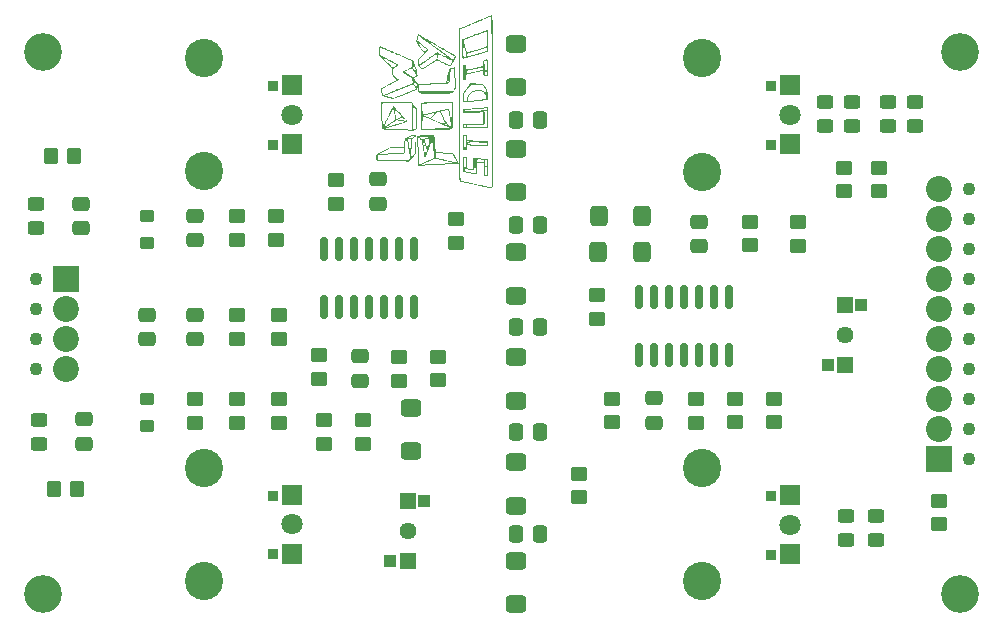
<source format=gbr>
%TF.GenerationSoftware,KiCad,Pcbnew,9.0.0*%
%TF.CreationDate,2025-03-26T23:14:20+00:00*%
%TF.ProjectId,diode-ladder-filter-synth-module,64696f64-652d-46c6-9164-6465722d6669,rev?*%
%TF.SameCoordinates,Original*%
%TF.FileFunction,Soldermask,Top*%
%TF.FilePolarity,Negative*%
%FSLAX46Y46*%
G04 Gerber Fmt 4.6, Leading zero omitted, Abs format (unit mm)*
G04 Created by KiCad (PCBNEW 9.0.0) date 2025-03-26 23:14:20*
%MOMM*%
%LPD*%
G01*
G04 APERTURE LIST*
G04 Aperture macros list*
%AMRoundRect*
0 Rectangle with rounded corners*
0 $1 Rounding radius*
0 $2 $3 $4 $5 $6 $7 $8 $9 X,Y pos of 4 corners*
0 Add a 4 corners polygon primitive as box body*
4,1,4,$2,$3,$4,$5,$6,$7,$8,$9,$2,$3,0*
0 Add four circle primitives for the rounded corners*
1,1,$1+$1,$2,$3*
1,1,$1+$1,$4,$5*
1,1,$1+$1,$6,$7*
1,1,$1+$1,$8,$9*
0 Add four rect primitives between the rounded corners*
20,1,$1+$1,$2,$3,$4,$5,0*
20,1,$1+$1,$4,$5,$6,$7,0*
20,1,$1+$1,$6,$7,$8,$9,0*
20,1,$1+$1,$8,$9,$2,$3,0*%
G04 Aperture macros list end*
%ADD10C,0.000000*%
%ADD11RoundRect,0.286538X0.458462X0.563462X-0.458462X0.563462X-0.458462X-0.563462X0.458462X-0.563462X0*%
%ADD12RoundRect,0.284615X0.455385X0.565385X-0.455385X0.565385X-0.455385X-0.565385X0.455385X-0.565385X0*%
%ADD13RoundRect,0.286538X0.563462X-0.458462X0.563462X0.458462X-0.563462X0.458462X-0.563462X-0.458462X0*%
%ADD14RoundRect,0.284615X0.565385X-0.455385X0.565385X0.455385X-0.565385X0.455385X-0.565385X-0.455385X0*%
%ADD15RoundRect,0.250000X0.450000X-0.350000X0.450000X0.350000X-0.450000X0.350000X-0.450000X-0.350000X0*%
%ADD16RoundRect,0.250000X-0.475000X0.337500X-0.475000X-0.337500X0.475000X-0.337500X0.475000X0.337500X0*%
%ADD17RoundRect,0.250000X-0.450000X0.325000X-0.450000X-0.325000X0.450000X-0.325000X0.450000X0.325000X0*%
%ADD18RoundRect,0.286538X-0.458462X-0.563462X0.458462X-0.563462X0.458462X0.563462X-0.458462X0.563462X0*%
%ADD19RoundRect,0.284615X-0.455385X-0.565385X0.455385X-0.565385X0.455385X0.565385X-0.455385X0.565385X0*%
%ADD20RoundRect,0.150000X0.150000X-0.825000X0.150000X0.825000X-0.150000X0.825000X-0.150000X-0.825000X0*%
%ADD21RoundRect,0.250000X-0.450000X0.350000X-0.450000X-0.350000X0.450000X-0.350000X0.450000X0.350000X0*%
%ADD22C,2.200000*%
%ADD23R,2.200000X2.200000*%
%ADD24C,1.100000*%
%ADD25R,0.899998X0.899994*%
%ADD26C,1.800000*%
%ADD27R,0.900000X0.899998*%
%ADD28C,3.240000*%
%ADD29R,1.800000X1.800000*%
%ADD30RoundRect,0.250000X0.337500X0.475000X-0.337500X0.475000X-0.337500X-0.475000X0.337500X-0.475000X0*%
%ADD31RoundRect,0.250000X0.450000X-0.325000X0.450000X0.325000X-0.450000X0.325000X-0.450000X-0.325000X0*%
%ADD32RoundRect,0.250000X0.475000X-0.337500X0.475000X0.337500X-0.475000X0.337500X-0.475000X-0.337500X0*%
%ADD33C,3.200000*%
%ADD34RoundRect,0.250000X-0.350000X-0.450000X0.350000X-0.450000X0.350000X0.450000X-0.350000X0.450000X0*%
%ADD35R,1.000000X1.000000*%
%ADD36C,1.440000*%
%ADD37R,1.440000X1.440000*%
%ADD38RoundRect,0.250000X-0.350000X0.275000X-0.350000X-0.275000X0.350000X-0.275000X0.350000X0.275000X0*%
G04 APERTURE END LIST*
D10*
%TO.C,G\u002A\u002A\u002A*%
G36*
X144727101Y-50422378D02*
G01*
X144741151Y-50425440D01*
X144760348Y-50431363D01*
X144785693Y-50440478D01*
X144818191Y-50453113D01*
X144858844Y-50469597D01*
X144908656Y-50490261D01*
X144968630Y-50515433D01*
X145039769Y-50545443D01*
X145092027Y-50567511D01*
X145195606Y-50611286D01*
X145304321Y-50657304D01*
X145417417Y-50705241D01*
X145534138Y-50754775D01*
X145653727Y-50805581D01*
X145775429Y-50857336D01*
X145898489Y-50909718D01*
X146022149Y-50962402D01*
X146145655Y-51015065D01*
X146268250Y-51067383D01*
X146389179Y-51119034D01*
X146507684Y-51169694D01*
X146623012Y-51219040D01*
X146734405Y-51266748D01*
X146841108Y-51312495D01*
X146942365Y-51355957D01*
X147037421Y-51396811D01*
X147125518Y-51434734D01*
X147205901Y-51469402D01*
X147277815Y-51500492D01*
X147340503Y-51527680D01*
X147393210Y-51550644D01*
X147435179Y-51569059D01*
X147465655Y-51582603D01*
X147480086Y-51589169D01*
X147512185Y-51604676D01*
X147533875Y-51616947D01*
X147547716Y-51627743D01*
X147556271Y-51638822D01*
X147558441Y-51642988D01*
X147567468Y-51663284D01*
X147579553Y-51692641D01*
X147594896Y-51731591D01*
X147613699Y-51780669D01*
X147636164Y-51840410D01*
X147662492Y-51911346D01*
X147692884Y-51994012D01*
X147727542Y-52088942D01*
X147750564Y-52152273D01*
X147867213Y-52473605D01*
X147892422Y-52671610D01*
X147900266Y-52735590D01*
X147906383Y-52790519D01*
X147910675Y-52835345D01*
X147913046Y-52869013D01*
X147913401Y-52890471D01*
X147912887Y-52895805D01*
X147908595Y-52915644D01*
X147902614Y-52932676D01*
X147893505Y-52948261D01*
X147879826Y-52963756D01*
X147860135Y-52980521D01*
X147832993Y-52999913D01*
X147796958Y-53023293D01*
X147750589Y-53052018D01*
X147740965Y-53057902D01*
X147706604Y-53079176D01*
X147674918Y-53099320D01*
X147648512Y-53116640D01*
X147629987Y-53129443D01*
X147624095Y-53133951D01*
X147603294Y-53151324D01*
X147674281Y-53255565D01*
X147701431Y-53295201D01*
X147733882Y-53342209D01*
X147768887Y-53392632D01*
X147803699Y-53442511D01*
X147834585Y-53486492D01*
X147923901Y-53613178D01*
X147923059Y-53705397D01*
X147921963Y-53751289D01*
X147919654Y-53803793D01*
X147916494Y-53855712D01*
X147913650Y-53891434D01*
X147908664Y-53943454D01*
X147904210Y-53983390D01*
X147899973Y-54013031D01*
X147895640Y-54034167D01*
X147890896Y-54048585D01*
X147885427Y-54058076D01*
X147884117Y-54059657D01*
X147881273Y-54062325D01*
X147876728Y-54065540D01*
X147869908Y-54069539D01*
X147860240Y-54074555D01*
X147847152Y-54080826D01*
X147830071Y-54088588D01*
X147826352Y-54090218D01*
X147808424Y-54098075D01*
X147781637Y-54109523D01*
X147749139Y-54123169D01*
X147710355Y-54139248D01*
X147664714Y-54157996D01*
X147611642Y-54179649D01*
X147550566Y-54204442D01*
X147480913Y-54232611D01*
X147402112Y-54264392D01*
X147313587Y-54300021D01*
X147214768Y-54339734D01*
X147105080Y-54383765D01*
X146983951Y-54432351D01*
X146850808Y-54485729D01*
X146771174Y-54517645D01*
X145872100Y-54877956D01*
X145870358Y-54877515D01*
X145568930Y-54801157D01*
X145451282Y-54771249D01*
X145346885Y-54744484D01*
X145255467Y-54720789D01*
X145176759Y-54700091D01*
X145110490Y-54682318D01*
X145056388Y-54667396D01*
X145014184Y-54655252D01*
X145002017Y-54651497D01*
X144983605Y-54645814D01*
X144964383Y-54639009D01*
X144960152Y-54637171D01*
X144943368Y-54626931D01*
X144932824Y-54616398D01*
X144932004Y-54614766D01*
X144929315Y-54605109D01*
X144928508Y-54601856D01*
X145127755Y-54601856D01*
X145127992Y-54601976D01*
X145138363Y-54605286D01*
X145160588Y-54611553D01*
X145193038Y-54620359D01*
X145234085Y-54631285D01*
X145282100Y-54643914D01*
X145335455Y-54657826D01*
X145392519Y-54672603D01*
X145451666Y-54687828D01*
X145511267Y-54703081D01*
X145569691Y-54717945D01*
X145625312Y-54732001D01*
X145676500Y-54744830D01*
X145721627Y-54756015D01*
X145759064Y-54765137D01*
X145787182Y-54771778D01*
X145800864Y-54774813D01*
X145870358Y-54789360D01*
X146068415Y-54711561D01*
X146100361Y-54698970D01*
X146142594Y-54682257D01*
X146194165Y-54661802D01*
X146254120Y-54637984D01*
X146321510Y-54611184D01*
X146395382Y-54581782D01*
X146474787Y-54550156D01*
X146558772Y-54516688D01*
X146646386Y-54481757D01*
X146736678Y-54445743D01*
X146828698Y-54409025D01*
X146921493Y-54371984D01*
X147014113Y-54334999D01*
X147105606Y-54298451D01*
X147195021Y-54262719D01*
X147281407Y-54228183D01*
X147363812Y-54195222D01*
X147441287Y-54164218D01*
X147512878Y-54135549D01*
X147577636Y-54109596D01*
X147634608Y-54086737D01*
X147682844Y-54067355D01*
X147721393Y-54051827D01*
X147749303Y-54040534D01*
X147765623Y-54033855D01*
X147768642Y-54032583D01*
X147784985Y-54023803D01*
X147793337Y-54015848D01*
X147793497Y-54013093D01*
X147788576Y-54005063D01*
X147777615Y-53987439D01*
X147761972Y-53962394D01*
X147743004Y-53932103D01*
X147730572Y-53912282D01*
X147703511Y-53869679D01*
X147672284Y-53821327D01*
X147640592Y-53772915D01*
X147612137Y-53730133D01*
X147609818Y-53726689D01*
X147586328Y-53692139D01*
X147569031Y-53667703D01*
X147557871Y-53653527D01*
X147556543Y-53651840D01*
X147547481Y-53643013D01*
X147540461Y-53639680D01*
X147534100Y-53640302D01*
X147532654Y-53640816D01*
X147506698Y-53650902D01*
X147468836Y-53665706D01*
X147420082Y-53684828D01*
X147361453Y-53707868D01*
X147293963Y-53734426D01*
X147218627Y-53764100D01*
X147136460Y-53796490D01*
X147048478Y-53831197D01*
X146955696Y-53867818D01*
X146859130Y-53905955D01*
X146759793Y-53945206D01*
X146658703Y-53985171D01*
X146556873Y-54025449D01*
X146455318Y-54065640D01*
X146355055Y-54105344D01*
X146342916Y-54110153D01*
X146245771Y-54148637D01*
X146146420Y-54187995D01*
X146046405Y-54227617D01*
X145947270Y-54266889D01*
X145850557Y-54305202D01*
X145757811Y-54341944D01*
X145670575Y-54376504D01*
X145590391Y-54408269D01*
X145518803Y-54436629D01*
X145457354Y-54460973D01*
X145416391Y-54477201D01*
X145341243Y-54507107D01*
X145278488Y-54532387D01*
X145227512Y-54553309D01*
X145187698Y-54570138D01*
X145158431Y-54583141D01*
X145139095Y-54592584D01*
X145129075Y-54598733D01*
X145127755Y-54601856D01*
X144928508Y-54601856D01*
X144924059Y-54583911D01*
X144916714Y-54553192D01*
X144907761Y-54514972D01*
X144897678Y-54471269D01*
X144890644Y-54440435D01*
X144877637Y-54383604D01*
X144863153Y-54321067D01*
X144848281Y-54257479D01*
X144834112Y-54197493D01*
X144821734Y-54145765D01*
X144820207Y-54139452D01*
X144808182Y-54088644D01*
X144799697Y-54049866D01*
X144794514Y-54021772D01*
X144792400Y-54003014D01*
X144793118Y-53992246D01*
X144794040Y-53990040D01*
X144802540Y-53982863D01*
X144821128Y-53970969D01*
X144847418Y-53955769D01*
X144879023Y-53938673D01*
X144894504Y-53930656D01*
X144980587Y-53886561D01*
X145069157Y-53840952D01*
X145159381Y-53794273D01*
X145250429Y-53746965D01*
X145341469Y-53699471D01*
X145431668Y-53652234D01*
X145520196Y-53605695D01*
X145606221Y-53560298D01*
X145688910Y-53516485D01*
X145767434Y-53474697D01*
X145840959Y-53435378D01*
X145908655Y-53398970D01*
X145969689Y-53365915D01*
X146023231Y-53336655D01*
X146068448Y-53311634D01*
X146104509Y-53291293D01*
X146130582Y-53276074D01*
X146145836Y-53266421D01*
X146149680Y-53262939D01*
X146144308Y-53256249D01*
X146130160Y-53242723D01*
X146106880Y-53222057D01*
X146074114Y-53193945D01*
X146031504Y-53158081D01*
X145978697Y-53114160D01*
X145920489Y-53066117D01*
X145888851Y-53039681D01*
X145860469Y-53015220D01*
X145837327Y-52994505D01*
X145821411Y-52979305D01*
X145815172Y-52972240D01*
X145811092Y-52963361D01*
X145807309Y-52949061D01*
X145803737Y-52928362D01*
X145800292Y-52900286D01*
X145796890Y-52863854D01*
X145793444Y-52818086D01*
X145789872Y-52762006D01*
X145786088Y-52694633D01*
X145782008Y-52614990D01*
X145779125Y-52555522D01*
X145766968Y-52300239D01*
X145783364Y-52282786D01*
X145793528Y-52270484D01*
X145797069Y-52263078D01*
X145796838Y-52262633D01*
X145789774Y-52258612D01*
X145772960Y-52249851D01*
X145749115Y-52237748D01*
X145727895Y-52227144D01*
X145661876Y-52194355D01*
X145304292Y-51831964D01*
X145241549Y-51768376D01*
X145178253Y-51704225D01*
X145115617Y-51640739D01*
X145054853Y-51579147D01*
X144997173Y-51520680D01*
X144943791Y-51466565D01*
X144895919Y-51418033D01*
X144854769Y-51376312D01*
X144839629Y-51360960D01*
X144954224Y-51360960D01*
X144956194Y-51365024D01*
X144961564Y-51372222D01*
X144970831Y-51383078D01*
X144984491Y-51398116D01*
X145003041Y-51417857D01*
X145026978Y-51442826D01*
X145056799Y-51473546D01*
X145092999Y-51510541D01*
X145136076Y-51554333D01*
X145186526Y-51605447D01*
X145244846Y-51664405D01*
X145311533Y-51731730D01*
X145387083Y-51807947D01*
X145459871Y-51881355D01*
X145702815Y-52126351D01*
X145788261Y-52169466D01*
X145873706Y-52212580D01*
X145958899Y-52154372D01*
X146015182Y-52115851D01*
X146060924Y-52084375D01*
X146097111Y-52059225D01*
X146124732Y-52039683D01*
X146144775Y-52025032D01*
X146158226Y-52014552D01*
X146166074Y-52007527D01*
X146169306Y-52003238D01*
X146169309Y-52001408D01*
X146162485Y-51996741D01*
X146145036Y-51986470D01*
X146118608Y-51971516D01*
X146084849Y-51952802D01*
X146045405Y-51931248D01*
X146004199Y-51908999D01*
X145950771Y-51880392D01*
X145889948Y-51847965D01*
X145823009Y-51812391D01*
X145751234Y-51774344D01*
X145675903Y-51734495D01*
X145598295Y-51693517D01*
X145519692Y-51652083D01*
X145441371Y-51610867D01*
X145364613Y-51570540D01*
X145290698Y-51531775D01*
X145220906Y-51495245D01*
X145156516Y-51461624D01*
X145098809Y-51431582D01*
X145049063Y-51405794D01*
X145008559Y-51384933D01*
X144978577Y-51369669D01*
X144970412Y-51365579D01*
X144963749Y-51362339D01*
X144958498Y-51360141D01*
X144955158Y-51359507D01*
X144954224Y-51360960D01*
X144839629Y-51360960D01*
X144821555Y-51342632D01*
X144808137Y-51329024D01*
X144669567Y-51188476D01*
X144670076Y-51157699D01*
X144760882Y-51157699D01*
X145374690Y-51479973D01*
X145500227Y-51545901D01*
X145613997Y-51605683D01*
X145716548Y-51659610D01*
X145808431Y-51707977D01*
X145890195Y-51751075D01*
X145962390Y-51789196D01*
X146025565Y-51822633D01*
X146080270Y-51851678D01*
X146127054Y-51876624D01*
X146166468Y-51897763D01*
X146199061Y-51915387D01*
X146225383Y-51929789D01*
X146245982Y-51941261D01*
X146261410Y-51950095D01*
X146272216Y-51956584D01*
X146278634Y-51960796D01*
X146294060Y-51977550D01*
X146297745Y-51994675D01*
X146297329Y-52000760D01*
X146295438Y-52006890D01*
X146291112Y-52013820D01*
X146283389Y-52022302D01*
X146271305Y-52033091D01*
X146253899Y-52046940D01*
X146230210Y-52064604D01*
X146199276Y-52086835D01*
X146160133Y-52114389D01*
X146111821Y-52148019D01*
X146053378Y-52188479D01*
X146028456Y-52205701D01*
X145873706Y-52312622D01*
X145859934Y-52322137D01*
X145859934Y-52394390D01*
X145860356Y-52428408D01*
X145861537Y-52473383D01*
X145863347Y-52526398D01*
X145865657Y-52584540D01*
X145868335Y-52644895D01*
X145871254Y-52704547D01*
X145874282Y-52760583D01*
X145877290Y-52810087D01*
X145880150Y-52850146D01*
X145880305Y-52852076D01*
X145883148Y-52884010D01*
X145886111Y-52905265D01*
X145890151Y-52919036D01*
X145896229Y-52928518D01*
X145905303Y-52936905D01*
X145905925Y-52937412D01*
X145916695Y-52945203D01*
X145937534Y-52959421D01*
X145966812Y-52978985D01*
X146002900Y-53002818D01*
X146044168Y-53029839D01*
X146088989Y-53058969D01*
X146105851Y-53069875D01*
X146167385Y-53109906D01*
X146217896Y-53143458D01*
X146258276Y-53171210D01*
X146289417Y-53193839D01*
X146312208Y-53212025D01*
X146327543Y-53226446D01*
X146336313Y-53237779D01*
X146339409Y-53246704D01*
X146339441Y-53247626D01*
X146338678Y-53251329D01*
X146336003Y-53255717D01*
X146330834Y-53261110D01*
X146322591Y-53267827D01*
X146310692Y-53276186D01*
X146294558Y-53286507D01*
X146273608Y-53299109D01*
X146247259Y-53314312D01*
X146214933Y-53332435D01*
X146176048Y-53353796D01*
X146130023Y-53378716D01*
X146076277Y-53407512D01*
X146014230Y-53440506D01*
X145943301Y-53478015D01*
X145862910Y-53520359D01*
X145772474Y-53567857D01*
X145671415Y-53620829D01*
X145559150Y-53679593D01*
X145442971Y-53740353D01*
X145362000Y-53782710D01*
X145284531Y-53823281D01*
X145211452Y-53861597D01*
X145143652Y-53897190D01*
X145082021Y-53929592D01*
X145027446Y-53958335D01*
X144980819Y-53982950D01*
X144943026Y-54002969D01*
X144914959Y-54017925D01*
X144897505Y-54027348D01*
X144891585Y-54030729D01*
X144889735Y-54039789D01*
X144890913Y-54058029D01*
X144893941Y-54076587D01*
X144898144Y-54096456D01*
X144904629Y-54125909D01*
X144912959Y-54163061D01*
X144922699Y-54206024D01*
X144933411Y-54252913D01*
X144944660Y-54301841D01*
X144956008Y-54350923D01*
X144967020Y-54398272D01*
X144977259Y-54442002D01*
X144986288Y-54480227D01*
X144993672Y-54511061D01*
X144998973Y-54532618D01*
X145001755Y-54543010D01*
X145002017Y-54543656D01*
X145005753Y-54542982D01*
X145016052Y-54539647D01*
X145033239Y-54533523D01*
X145057641Y-54524484D01*
X145089585Y-54512399D01*
X145129397Y-54497141D01*
X145177403Y-54478582D01*
X145233929Y-54456593D01*
X145299303Y-54431046D01*
X145373851Y-54401812D01*
X145457898Y-54368765D01*
X145551772Y-54331774D01*
X145655800Y-54290713D01*
X145770306Y-54245452D01*
X145895618Y-54195864D01*
X146032063Y-54141819D01*
X146179966Y-54083191D01*
X146339655Y-54019851D01*
X146511455Y-53951669D01*
X146695693Y-53878519D01*
X146780727Y-53844748D01*
X146875615Y-53807062D01*
X146967060Y-53770748D01*
X147054212Y-53736143D01*
X147136220Y-53703584D01*
X147212235Y-53673410D01*
X147281406Y-53645956D01*
X147342882Y-53621562D01*
X147395814Y-53600563D01*
X147439350Y-53583298D01*
X147472641Y-53570105D01*
X147494837Y-53561319D01*
X147505087Y-53557280D01*
X147505524Y-53557111D01*
X147516347Y-53550483D01*
X147519001Y-53539041D01*
X147517725Y-53528377D01*
X147515593Y-53515121D01*
X147511685Y-53490413D01*
X147506360Y-53456536D01*
X147499976Y-53415771D01*
X147492891Y-53370402D01*
X147489074Y-53345907D01*
X147478982Y-53282282D01*
X147474764Y-53256729D01*
X147564812Y-53256729D01*
X147565740Y-53268994D01*
X147565905Y-53269971D01*
X147568185Y-53283714D01*
X147572170Y-53308293D01*
X147577395Y-53340815D01*
X147583393Y-53378386D01*
X147586912Y-53400520D01*
X147594110Y-53442449D01*
X147602135Y-53483578D01*
X147610183Y-53520127D01*
X147617451Y-53548311D01*
X147620124Y-53556881D01*
X147626982Y-53572577D01*
X147639425Y-53596743D01*
X147656339Y-53627533D01*
X147676609Y-53663101D01*
X147699120Y-53701604D01*
X147722759Y-53741194D01*
X147746410Y-53780028D01*
X147768960Y-53816259D01*
X147789294Y-53848042D01*
X147806298Y-53873533D01*
X147818858Y-53890885D01*
X147825858Y-53898253D01*
X147826352Y-53898383D01*
X147828693Y-53891862D01*
X147831707Y-53873937D01*
X147835062Y-53847069D01*
X147838428Y-53813716D01*
X147839653Y-53799702D01*
X147842827Y-53764182D01*
X147845909Y-53733872D01*
X147848611Y-53711339D01*
X147850642Y-53699150D01*
X147851164Y-53697778D01*
X147854291Y-53687670D01*
X147849853Y-53669890D01*
X147837428Y-53642951D01*
X147833383Y-53635279D01*
X147825699Y-53622702D01*
X147811396Y-53600922D01*
X147791694Y-53571689D01*
X147767815Y-53536748D01*
X147740981Y-53497848D01*
X147712413Y-53456735D01*
X147683333Y-53415158D01*
X147654963Y-53374864D01*
X147628523Y-53337600D01*
X147605235Y-53305113D01*
X147586321Y-53279152D01*
X147573003Y-53261462D01*
X147567054Y-53254295D01*
X147564812Y-53256729D01*
X147474764Y-53256729D01*
X147469615Y-53225542D01*
X147461197Y-53176903D01*
X147453947Y-53137585D01*
X147448088Y-53108805D01*
X147443842Y-53091781D01*
X147442066Y-53087610D01*
X147435841Y-53083888D01*
X147418659Y-53073901D01*
X147391626Y-53058286D01*
X147355851Y-53037678D01*
X147312439Y-53012716D01*
X147262498Y-52984036D01*
X147207134Y-52952274D01*
X147147455Y-52918068D01*
X147113895Y-52898845D01*
X147030407Y-52851027D01*
X146958172Y-52809624D01*
X146896376Y-52774152D01*
X146844206Y-52744127D01*
X146800848Y-52719066D01*
X146765491Y-52698483D01*
X146737319Y-52681895D01*
X146715521Y-52668819D01*
X146699283Y-52658769D01*
X146687792Y-52651262D01*
X146680235Y-52645814D01*
X146675798Y-52641940D01*
X146673668Y-52639158D01*
X146673033Y-52636982D01*
X146673012Y-52636413D01*
X146667728Y-52627099D01*
X146655638Y-52616861D01*
X146643138Y-52605521D01*
X146638265Y-52595226D01*
X146639228Y-52591164D01*
X146640188Y-52589824D01*
X146805136Y-52589824D01*
X146811154Y-52594855D01*
X146827033Y-52603210D01*
X146849640Y-52613281D01*
X146855519Y-52615694D01*
X146878721Y-52625610D01*
X146903191Y-52637293D01*
X146930227Y-52651517D01*
X146961126Y-52669060D01*
X146997188Y-52690697D01*
X147039709Y-52717205D01*
X147089989Y-52749360D01*
X147149324Y-52787937D01*
X147208114Y-52826533D01*
X147273644Y-52869802D01*
X147328678Y-52906424D01*
X147374420Y-52937253D01*
X147412075Y-52963144D01*
X147442848Y-52984951D01*
X147467943Y-53003528D01*
X147488565Y-53019730D01*
X147505918Y-53034410D01*
X147521207Y-53048423D01*
X147521764Y-53048954D01*
X147532480Y-53059657D01*
X147540888Y-53067604D01*
X147548760Y-53072271D01*
X147557871Y-53073131D01*
X147569994Y-53069659D01*
X147586903Y-53061327D01*
X147610372Y-53047612D01*
X147642175Y-53027985D01*
X147684085Y-53001922D01*
X147687496Y-52999811D01*
X147732450Y-52971901D01*
X147766839Y-52950295D01*
X147791985Y-52934095D01*
X147809211Y-52922406D01*
X147819842Y-52914331D01*
X147825199Y-52908973D01*
X147826609Y-52905578D01*
X147823201Y-52897471D01*
X147814308Y-52881305D01*
X147811525Y-52876664D01*
X147803102Y-52862617D01*
X147796850Y-52852471D01*
X147789686Y-52840701D01*
X147781038Y-52826337D01*
X147770335Y-52808413D01*
X147757003Y-52785959D01*
X147740471Y-52758009D01*
X147720168Y-52723593D01*
X147695521Y-52681744D01*
X147665958Y-52631493D01*
X147630906Y-52571872D01*
X147589795Y-52501914D01*
X147556922Y-52445962D01*
X147531108Y-52402060D01*
X147507639Y-52362222D01*
X147487420Y-52327976D01*
X147471355Y-52300851D01*
X147460347Y-52282375D01*
X147455301Y-52274076D01*
X147455093Y-52273779D01*
X147448113Y-52275706D01*
X147430127Y-52283162D01*
X147402557Y-52295455D01*
X147366827Y-52311894D01*
X147324358Y-52331786D01*
X147276574Y-52354440D01*
X147224897Y-52379165D01*
X147170750Y-52405268D01*
X147115555Y-52432057D01*
X147060736Y-52458841D01*
X147007715Y-52484929D01*
X146957914Y-52509627D01*
X146912756Y-52532245D01*
X146873665Y-52552091D01*
X146842062Y-52568472D01*
X146819370Y-52580698D01*
X146807012Y-52588076D01*
X146805136Y-52589824D01*
X146640188Y-52589824D01*
X146642683Y-52586340D01*
X146649472Y-52580293D01*
X146660440Y-52572562D01*
X146676432Y-52562684D01*
X146698293Y-52550198D01*
X146726867Y-52534642D01*
X146762999Y-52515554D01*
X146807533Y-52492473D01*
X146861313Y-52464937D01*
X146925184Y-52432485D01*
X146999991Y-52394653D01*
X147066489Y-52361107D01*
X147428694Y-52178519D01*
X147430214Y-52159225D01*
X147520680Y-52159225D01*
X147523458Y-52188609D01*
X147530250Y-52219083D01*
X147533475Y-52228719D01*
X147538779Y-52239587D01*
X147550040Y-52260572D01*
X147566318Y-52290038D01*
X147586671Y-52326349D01*
X147610159Y-52367867D01*
X147635841Y-52412957D01*
X147662774Y-52459983D01*
X147690020Y-52507308D01*
X147716635Y-52553295D01*
X147741680Y-52596309D01*
X147764213Y-52634712D01*
X147783293Y-52666870D01*
X147797980Y-52691145D01*
X147807331Y-52705901D01*
X147809946Y-52709459D01*
X147811525Y-52710359D01*
X147812246Y-52707767D01*
X147811937Y-52699875D01*
X147810426Y-52684874D01*
X147807541Y-52660956D01*
X147803109Y-52626311D01*
X147799081Y-52595373D01*
X147785466Y-52491133D01*
X147676718Y-52195784D01*
X147654040Y-52134137D01*
X147632640Y-52075855D01*
X147613041Y-52022372D01*
X147595766Y-51975119D01*
X147581339Y-51935530D01*
X147570282Y-51905036D01*
X147563118Y-51885070D01*
X147560610Y-51877850D01*
X147554544Y-51862696D01*
X147549399Y-51855385D01*
X147548911Y-51855264D01*
X147546970Y-51861799D01*
X147544246Y-51879816D01*
X147540959Y-51906936D01*
X147537331Y-51940780D01*
X147533583Y-51978968D01*
X147529934Y-52019119D01*
X147526608Y-52058855D01*
X147523824Y-52095796D01*
X147521803Y-52127562D01*
X147520768Y-52151772D01*
X147520680Y-52159225D01*
X147430214Y-52159225D01*
X147432804Y-52126344D01*
X147434714Y-52103329D01*
X147437646Y-52069512D01*
X147441333Y-52027928D01*
X147445504Y-51981614D01*
X147449889Y-51933606D01*
X147450704Y-51924758D01*
X147455123Y-51876726D01*
X147459414Y-51829785D01*
X147463302Y-51786983D01*
X147466510Y-51751367D01*
X147468760Y-51725985D01*
X147469047Y-51722683D01*
X147473600Y-51670019D01*
X147398190Y-51638441D01*
X147381103Y-51631251D01*
X147352217Y-51619056D01*
X147312531Y-51602276D01*
X147263039Y-51581335D01*
X147204740Y-51556655D01*
X147138630Y-51528657D01*
X147065705Y-51497764D01*
X146986962Y-51464399D01*
X146903399Y-51428982D01*
X146816012Y-51391936D01*
X146725797Y-51353684D01*
X146683436Y-51335720D01*
X146523874Y-51268066D01*
X146368182Y-51202083D01*
X146216834Y-51137970D01*
X146070304Y-51075929D01*
X145929067Y-51016158D01*
X145793597Y-50958857D01*
X145664367Y-50904227D01*
X145541851Y-50852467D01*
X145426524Y-50803778D01*
X145318861Y-50758359D01*
X145219334Y-50716411D01*
X145128418Y-50678132D01*
X145046587Y-50643724D01*
X144974316Y-50613386D01*
X144912078Y-50587317D01*
X144860347Y-50565719D01*
X144819598Y-50548791D01*
X144790305Y-50536732D01*
X144772941Y-50529743D01*
X144767938Y-50527935D01*
X144767370Y-50534655D01*
X144766747Y-50553891D01*
X144766092Y-50584261D01*
X144765425Y-50624383D01*
X144764768Y-50672875D01*
X144764140Y-50728355D01*
X144763564Y-50789441D01*
X144763144Y-50842818D01*
X144760882Y-51157699D01*
X144670076Y-51157699D01*
X144674428Y-50894688D01*
X144676270Y-50795789D01*
X144678317Y-50710210D01*
X144680600Y-50637374D01*
X144683150Y-50576705D01*
X144685998Y-50527624D01*
X144689175Y-50489554D01*
X144692712Y-50461918D01*
X144696640Y-50444139D01*
X144698916Y-50438468D01*
X144702288Y-50432162D01*
X144705789Y-50427070D01*
X144710423Y-50423522D01*
X144717192Y-50421849D01*
X144727101Y-50422378D01*
G37*
G36*
X149185382Y-57901488D02*
G01*
X149226648Y-57901719D01*
X149258378Y-57902224D01*
X149282026Y-57903088D01*
X149299047Y-57904397D01*
X149310893Y-57906236D01*
X149319020Y-57908692D01*
X149324882Y-57911850D01*
X149329934Y-57915796D01*
X149331358Y-57917017D01*
X149349713Y-57932805D01*
X149373249Y-58259274D01*
X149380855Y-58364398D01*
X149388469Y-58468920D01*
X149396020Y-58571910D01*
X149403439Y-58672441D01*
X149410654Y-58769583D01*
X149417595Y-58862409D01*
X149424190Y-58949988D01*
X149430371Y-59031393D01*
X149436065Y-59105695D01*
X149441203Y-59171965D01*
X149445714Y-59229275D01*
X149449527Y-59276695D01*
X149452572Y-59313298D01*
X149454777Y-59338154D01*
X149456073Y-59350335D01*
X149456263Y-59351346D01*
X149464490Y-59356304D01*
X149483354Y-59359106D01*
X149495764Y-59359494D01*
X149509956Y-59360234D01*
X149537542Y-59362415D01*
X149578098Y-59365994D01*
X149631198Y-59370930D01*
X149696417Y-59377181D01*
X149773331Y-59384703D01*
X149861513Y-59393454D01*
X149960540Y-59403393D01*
X150069985Y-59414476D01*
X150189425Y-59426663D01*
X150318433Y-59439909D01*
X150456585Y-59454174D01*
X150603456Y-59469415D01*
X150661958Y-59475505D01*
X150734319Y-59483087D01*
X150794157Y-59489525D01*
X150842778Y-59495068D01*
X150881488Y-59499960D01*
X150911592Y-59504451D01*
X150934396Y-59508787D01*
X150951207Y-59513216D01*
X150963331Y-59517984D01*
X150972072Y-59523340D01*
X150978738Y-59529529D01*
X150984459Y-59536569D01*
X150992809Y-59549594D01*
X151006388Y-59573195D01*
X151024528Y-59606070D01*
X151046562Y-59646919D01*
X151071824Y-59694439D01*
X151099648Y-59747330D01*
X151129366Y-59804291D01*
X151160311Y-59864020D01*
X151191818Y-59925216D01*
X151223218Y-59986577D01*
X151253846Y-60046803D01*
X151283035Y-60104592D01*
X151310117Y-60158643D01*
X151334427Y-60207654D01*
X151355296Y-60250325D01*
X151372060Y-60285354D01*
X151384050Y-60311440D01*
X151390600Y-60327282D01*
X151391644Y-60331239D01*
X151387086Y-60342765D01*
X151378501Y-60353605D01*
X151376532Y-60355908D01*
X151375082Y-60358006D01*
X151373582Y-60359935D01*
X151371463Y-60361732D01*
X151368158Y-60363434D01*
X151363096Y-60365077D01*
X151355710Y-60366698D01*
X151345430Y-60368333D01*
X151331688Y-60370020D01*
X151313916Y-60371794D01*
X151291545Y-60373693D01*
X151264005Y-60375754D01*
X151262964Y-60375825D01*
X151230728Y-60378012D01*
X151191146Y-60380505D01*
X151144690Y-60383268D01*
X151090791Y-60386340D01*
X151028881Y-60389756D01*
X150958390Y-60393553D01*
X150878750Y-60397768D01*
X150789393Y-60402438D01*
X150689749Y-60407598D01*
X150579250Y-60413287D01*
X150457328Y-60419539D01*
X150323413Y-60426393D01*
X150176937Y-60433884D01*
X150017331Y-60442050D01*
X149963545Y-60444804D01*
X149766219Y-60454914D01*
X149582339Y-60464346D01*
X149411471Y-60473124D01*
X149253181Y-60481271D01*
X149107034Y-60488809D01*
X148972595Y-60495761D01*
X148849431Y-60502150D01*
X148737106Y-60507999D01*
X148635187Y-60513330D01*
X148543237Y-60518166D01*
X148460824Y-60522531D01*
X148387513Y-60526447D01*
X148322868Y-60529936D01*
X148273169Y-60532655D01*
X148266457Y-60533022D01*
X148217843Y-60535727D01*
X148176592Y-60538074D01*
X148142271Y-60540087D01*
X148114444Y-60541787D01*
X148105894Y-60542330D01*
X148066698Y-60544533D01*
X148037080Y-60545702D01*
X148031609Y-60545918D01*
X148003309Y-60546426D01*
X147984482Y-60545995D01*
X147978669Y-60545207D01*
X147975000Y-60544265D01*
X147971634Y-60543488D01*
X147968545Y-60542304D01*
X147965707Y-60540142D01*
X147963094Y-60536429D01*
X147960682Y-60530593D01*
X147958445Y-60522063D01*
X147956357Y-60510266D01*
X147954393Y-60494631D01*
X147952527Y-60474586D01*
X147950733Y-60449559D01*
X147950277Y-60441579D01*
X148259048Y-60441579D01*
X148261549Y-60443298D01*
X148262096Y-60443362D01*
X148273169Y-60443435D01*
X148296726Y-60442844D01*
X148331369Y-60441649D01*
X148375701Y-60439905D01*
X148428327Y-60437673D01*
X148487849Y-60435009D01*
X148552871Y-60431972D01*
X148621995Y-60428619D01*
X148644312Y-60427510D01*
X148742763Y-60422583D01*
X148847261Y-60417332D01*
X148956919Y-60411802D01*
X149070848Y-60406040D01*
X149188162Y-60400091D01*
X149307972Y-60394001D01*
X149429391Y-60387815D01*
X149551530Y-60381580D01*
X149673503Y-60375340D01*
X149794420Y-60369142D01*
X149913395Y-60363032D01*
X150029540Y-60357054D01*
X150141966Y-60351256D01*
X150249786Y-60345682D01*
X150352113Y-60340378D01*
X150448058Y-60335390D01*
X150536733Y-60330764D01*
X150617251Y-60326545D01*
X150688724Y-60322779D01*
X150750265Y-60319512D01*
X150800985Y-60316789D01*
X150839996Y-60314657D01*
X150866412Y-60313160D01*
X150873915Y-60312709D01*
X150914169Y-60310272D01*
X150951674Y-60308133D01*
X150983271Y-60306461D01*
X151005803Y-60305428D01*
X151012902Y-60305199D01*
X151028468Y-60304290D01*
X151034599Y-60302695D01*
X151033750Y-60301999D01*
X151025944Y-60300062D01*
X151005716Y-60295339D01*
X150974205Y-60288092D01*
X150932553Y-60278577D01*
X150881899Y-60267055D01*
X150823381Y-60253784D01*
X150758141Y-60239023D01*
X150687318Y-60223032D01*
X150612051Y-60206070D01*
X150578566Y-60198533D01*
X150438935Y-60167173D01*
X150303413Y-60136844D01*
X150173078Y-60107783D01*
X150049003Y-60080228D01*
X149932266Y-60054416D01*
X149823941Y-60030585D01*
X149725104Y-60008972D01*
X149636831Y-59989814D01*
X149560198Y-59973349D01*
X149509676Y-59962629D01*
X149398312Y-59939169D01*
X149366855Y-59951852D01*
X149295309Y-59980697D01*
X149242350Y-60002417D01*
X149177013Y-60029866D01*
X149099264Y-60063058D01*
X149009069Y-60102007D01*
X148906393Y-60146730D01*
X148791203Y-60197241D01*
X148663463Y-60253554D01*
X148528497Y-60313309D01*
X148458887Y-60344278D01*
X148401210Y-60370165D01*
X148354634Y-60391378D01*
X148318323Y-60408323D01*
X148291444Y-60421409D01*
X148273161Y-60431041D01*
X148262641Y-60437629D01*
X148259048Y-60441579D01*
X147950277Y-60441579D01*
X147948987Y-60418977D01*
X147947262Y-60382270D01*
X147945534Y-60338865D01*
X147943775Y-60288190D01*
X147941962Y-60229674D01*
X147940069Y-60162744D01*
X147938069Y-60086828D01*
X147935938Y-60001355D01*
X147933649Y-59905753D01*
X147931178Y-59799449D01*
X147928499Y-59681873D01*
X147925586Y-59552451D01*
X147922414Y-59410613D01*
X147918958Y-59255785D01*
X147916796Y-59159067D01*
X147913597Y-59015850D01*
X147910709Y-58885879D01*
X147908120Y-58768502D01*
X147905820Y-58663069D01*
X147903799Y-58568931D01*
X147902044Y-58485436D01*
X147900546Y-58411935D01*
X147899294Y-58347778D01*
X147898276Y-58292315D01*
X147897483Y-58244894D01*
X147897233Y-58227609D01*
X147980964Y-58227609D01*
X147981735Y-58276051D01*
X147982357Y-58299081D01*
X147983585Y-58343626D01*
X147984959Y-58398416D01*
X147986396Y-58459801D01*
X147987811Y-58524129D01*
X147989121Y-58587749D01*
X147990014Y-58634389D01*
X147992326Y-58757249D01*
X147994757Y-58881328D01*
X147997288Y-59005844D01*
X147999899Y-59130018D01*
X148002570Y-59253069D01*
X148005280Y-59374215D01*
X148008009Y-59492676D01*
X148010737Y-59607672D01*
X148013445Y-59718421D01*
X148016111Y-59824144D01*
X148018717Y-59924059D01*
X148021240Y-60017386D01*
X148023663Y-60103343D01*
X148025963Y-60181151D01*
X148028122Y-60250029D01*
X148030120Y-60309196D01*
X148031935Y-60357871D01*
X148033548Y-60395274D01*
X148034938Y-60420623D01*
X148036086Y-60433139D01*
X148036437Y-60434354D01*
X148037080Y-60434588D01*
X148038697Y-60434335D01*
X148042005Y-60433282D01*
X148047721Y-60431117D01*
X148056562Y-60427526D01*
X148069245Y-60422197D01*
X148086487Y-60414818D01*
X148109006Y-60405076D01*
X148137518Y-60392658D01*
X148172740Y-60377252D01*
X148215391Y-60358545D01*
X148266185Y-60336224D01*
X148325842Y-60309978D01*
X148395078Y-60279492D01*
X148474609Y-60244455D01*
X148565154Y-60204554D01*
X148667429Y-60159477D01*
X148709181Y-60141074D01*
X148816834Y-60093565D01*
X148912335Y-60051286D01*
X148996292Y-60013956D01*
X149069312Y-59981294D01*
X149132003Y-59953018D01*
X149184971Y-59928846D01*
X149228825Y-59908497D01*
X149264171Y-59891689D01*
X149291618Y-59878141D01*
X149311772Y-59867571D01*
X149325241Y-59859699D01*
X149332632Y-59854241D01*
X149334592Y-59851220D01*
X149333788Y-59842307D01*
X149331561Y-59821746D01*
X149328156Y-59791689D01*
X149325437Y-59768255D01*
X149438867Y-59768255D01*
X149438867Y-59857623D01*
X149537895Y-59879913D01*
X149567828Y-59886654D01*
X149609041Y-59895942D01*
X149659255Y-59907261D01*
X149716192Y-59920100D01*
X149777575Y-59933943D01*
X149841124Y-59948278D01*
X149901001Y-59961786D01*
X150000591Y-59984232D01*
X150102202Y-60007086D01*
X150204925Y-60030146D01*
X150307854Y-60053211D01*
X150410082Y-60076081D01*
X150510700Y-60098554D01*
X150608803Y-60120428D01*
X150703484Y-60141502D01*
X150793834Y-60161576D01*
X150878947Y-60180447D01*
X150957917Y-60197914D01*
X151029835Y-60213776D01*
X151093794Y-60227832D01*
X151148888Y-60239880D01*
X151194210Y-60249720D01*
X151228851Y-60257149D01*
X151251906Y-60261967D01*
X151262467Y-60263972D01*
X151262964Y-60264019D01*
X151265445Y-60263472D01*
X151266599Y-60261192D01*
X151265967Y-60256217D01*
X151263090Y-60247589D01*
X151257507Y-60234345D01*
X151248759Y-60215527D01*
X151236387Y-60190174D01*
X151219931Y-60157326D01*
X151198931Y-60116022D01*
X151172927Y-60065302D01*
X151141461Y-60004206D01*
X151104073Y-59931774D01*
X151102370Y-59928477D01*
X151062941Y-59852344D01*
X151029229Y-59787753D01*
X151000727Y-59733820D01*
X150976929Y-59689660D01*
X150957328Y-59654387D01*
X150941417Y-59627118D01*
X150928692Y-59606967D01*
X150918643Y-59593050D01*
X150910767Y-59584481D01*
X150904555Y-59580375D01*
X150902830Y-59579858D01*
X150899291Y-59579193D01*
X150894420Y-59578431D01*
X150887422Y-59577489D01*
X150877503Y-59576286D01*
X150863869Y-59574741D01*
X150845725Y-59572772D01*
X150822276Y-59570299D01*
X150792729Y-59567239D01*
X150756289Y-59563512D01*
X150712162Y-59559035D01*
X150659554Y-59553728D01*
X150597670Y-59547510D01*
X150525715Y-59540298D01*
X150442897Y-59532012D01*
X150348419Y-59522570D01*
X150241488Y-59511891D01*
X150154653Y-59503222D01*
X150041200Y-59491899D01*
X149940779Y-59481888D01*
X149852594Y-59473112D01*
X149775849Y-59465498D01*
X149709747Y-59458969D01*
X149653490Y-59453452D01*
X149606283Y-59448871D01*
X149567329Y-59445152D01*
X149535831Y-59442219D01*
X149510992Y-59439998D01*
X149492016Y-59438414D01*
X149478105Y-59437392D01*
X149468464Y-59436857D01*
X149462295Y-59436733D01*
X149458803Y-59436947D01*
X149457189Y-59437424D01*
X149456926Y-59437634D01*
X149455153Y-59445828D01*
X149453042Y-59465636D01*
X149450716Y-59494782D01*
X149448300Y-59530990D01*
X149445917Y-59571981D01*
X149443693Y-59615480D01*
X149441752Y-59659210D01*
X149440217Y-59700893D01*
X149439214Y-59738255D01*
X149438867Y-59768255D01*
X149325437Y-59768255D01*
X149323817Y-59754286D01*
X149318790Y-59711688D01*
X149317116Y-59697644D01*
X149306030Y-59605090D01*
X149294506Y-59509234D01*
X149282663Y-59411061D01*
X149270622Y-59311553D01*
X149258505Y-59211695D01*
X149246431Y-59112468D01*
X149234523Y-59014857D01*
X149222900Y-58919845D01*
X149211684Y-58828415D01*
X149200996Y-58741550D01*
X149190956Y-58660234D01*
X149181685Y-58585449D01*
X149173305Y-58518180D01*
X149165936Y-58459409D01*
X149159698Y-58410119D01*
X149154714Y-58371295D01*
X149151103Y-58343919D01*
X149148987Y-58328974D01*
X149148592Y-58326726D01*
X149147959Y-58323048D01*
X149147476Y-58319491D01*
X149146907Y-58316685D01*
X149146228Y-58315601D01*
X149146016Y-58315262D01*
X149144565Y-58315852D01*
X149142319Y-58319085D01*
X149139039Y-58325592D01*
X149134490Y-58336004D01*
X149128436Y-58350951D01*
X149120638Y-58371064D01*
X149110862Y-58396973D01*
X149098869Y-58429309D01*
X149084424Y-58468703D01*
X149067289Y-58515785D01*
X149047229Y-58571186D01*
X149024006Y-58635536D01*
X148997384Y-58709466D01*
X148967126Y-58793607D01*
X148941890Y-58863837D01*
X148932996Y-58888589D01*
X148894756Y-58995043D01*
X148852171Y-59113599D01*
X148827099Y-59183390D01*
X148787410Y-59293790D01*
X148770552Y-59340602D01*
X148752108Y-59391819D01*
X148720924Y-59478202D01*
X148693588Y-59553662D01*
X148669831Y-59618925D01*
X148649384Y-59674715D01*
X148631977Y-59721757D01*
X148617341Y-59760774D01*
X148605207Y-59792493D01*
X148595305Y-59817636D01*
X148587365Y-59836928D01*
X148581119Y-59851095D01*
X148576297Y-59860861D01*
X148573355Y-59865884D01*
X148559983Y-59876899D01*
X148557018Y-59879341D01*
X148542414Y-59881803D01*
X148537213Y-59882117D01*
X148532571Y-59882595D01*
X148528351Y-59882543D01*
X148524416Y-59881266D01*
X148520629Y-59878069D01*
X148516855Y-59872258D01*
X148512956Y-59863138D01*
X148508796Y-59850015D01*
X148504238Y-59832193D01*
X148499146Y-59808978D01*
X148493382Y-59779676D01*
X148486810Y-59743592D01*
X148479294Y-59700031D01*
X148470697Y-59648298D01*
X148460882Y-59587699D01*
X148449713Y-59517539D01*
X148437052Y-59437124D01*
X148422764Y-59345759D01*
X148406712Y-59242748D01*
X148388758Y-59127399D01*
X148368800Y-58999231D01*
X148354916Y-58910254D01*
X148341508Y-58824589D01*
X148328748Y-58743322D01*
X148318120Y-58675853D01*
X148316810Y-58667537D01*
X148305865Y-58598318D01*
X148296086Y-58536752D01*
X148287644Y-58483923D01*
X148280711Y-58440916D01*
X148275461Y-58408816D01*
X148272064Y-58388707D01*
X148270981Y-58382814D01*
X148267645Y-58366527D01*
X148357230Y-58366527D01*
X148357567Y-58372412D01*
X148359058Y-58380640D01*
X148362503Y-58401538D01*
X148367737Y-58434040D01*
X148374593Y-58477081D01*
X148382905Y-58529595D01*
X148392506Y-58590515D01*
X148403230Y-58658777D01*
X148414909Y-58733315D01*
X148427379Y-58813062D01*
X148440471Y-58896953D01*
X148454021Y-58983922D01*
X148467860Y-59072904D01*
X148481824Y-59162832D01*
X148495745Y-59252641D01*
X148509456Y-59341265D01*
X148522792Y-59427638D01*
X148535586Y-59510695D01*
X148547671Y-59589370D01*
X148548275Y-59593311D01*
X148559983Y-59669661D01*
X148640812Y-59450848D01*
X148660115Y-59398316D01*
X148677809Y-59349630D01*
X148693324Y-59306400D01*
X148706090Y-59270239D01*
X148715536Y-59242756D01*
X148721092Y-59225564D01*
X148722360Y-59220525D01*
X148720413Y-59209430D01*
X148714585Y-59188642D01*
X148705866Y-59161487D01*
X148698620Y-59140607D01*
X148691337Y-59119946D01*
X148680141Y-59087795D01*
X148665604Y-59045815D01*
X148648301Y-58995670D01*
X148628804Y-58939024D01*
X148607687Y-58877540D01*
X148585522Y-58812881D01*
X148566060Y-58756003D01*
X148537663Y-58672934D01*
X148513420Y-58602042D01*
X148492981Y-58542358D01*
X148475999Y-58492910D01*
X148462121Y-58452726D01*
X148451000Y-58420837D01*
X148442286Y-58396272D01*
X148435628Y-58378058D01*
X148430678Y-58365226D01*
X148427085Y-58356805D01*
X148424501Y-58351824D01*
X148422575Y-58349311D01*
X148420959Y-58348296D01*
X148419301Y-58347808D01*
X148419056Y-58347730D01*
X148408002Y-58347830D01*
X148389610Y-58351167D01*
X148382724Y-58352894D01*
X148364281Y-58359345D01*
X148357230Y-58366527D01*
X148267645Y-58366527D01*
X148263577Y-58346670D01*
X148226035Y-58321540D01*
X148508934Y-58321540D01*
X148510557Y-58328419D01*
X148516189Y-58347026D01*
X148525350Y-58375933D01*
X148537564Y-58413712D01*
X148552351Y-58458935D01*
X148569233Y-58510176D01*
X148587732Y-58566007D01*
X148607370Y-58625000D01*
X148627668Y-58685728D01*
X148648149Y-58746763D01*
X148668334Y-58806677D01*
X148687745Y-58864045D01*
X148705904Y-58917436D01*
X148722332Y-58965425D01*
X148736552Y-59006584D01*
X148748084Y-59039485D01*
X148756451Y-59062701D01*
X148761175Y-59074805D01*
X148761550Y-59075593D01*
X148766712Y-59084612D01*
X148770552Y-59085544D01*
X148774715Y-59076648D01*
X148780844Y-59056187D01*
X148781256Y-59054745D01*
X148789072Y-59023486D01*
X148798471Y-58979124D01*
X148809332Y-58922351D01*
X148821532Y-58853857D01*
X148834948Y-58774334D01*
X148849460Y-58684473D01*
X148862993Y-58597494D01*
X148941890Y-58597494D01*
X148945522Y-58592856D01*
X148953097Y-58575146D01*
X148957053Y-58564895D01*
X148965565Y-58542182D01*
X148977041Y-58511189D01*
X148990768Y-58473880D01*
X149006030Y-58432221D01*
X149022113Y-58388177D01*
X149038301Y-58343714D01*
X149053881Y-58300797D01*
X149068138Y-58261391D01*
X149080356Y-58227463D01*
X149089822Y-58200976D01*
X149095820Y-58183897D01*
X149097659Y-58178243D01*
X149091904Y-58177473D01*
X149076178Y-58179778D01*
X149054913Y-58184419D01*
X149031729Y-58190535D01*
X149014244Y-58195983D01*
X149006767Y-58199279D01*
X149004692Y-58206802D01*
X149000834Y-58226150D01*
X148995510Y-58255410D01*
X148989038Y-58292669D01*
X148981736Y-58336014D01*
X148973919Y-58383531D01*
X148965907Y-58433306D01*
X148958015Y-58483426D01*
X148950562Y-58531978D01*
X148943864Y-58577048D01*
X148942105Y-58589218D01*
X148941890Y-58597494D01*
X148862993Y-58597494D01*
X148864943Y-58584964D01*
X148868533Y-58561420D01*
X148877218Y-58504297D01*
X148885496Y-58449947D01*
X148893070Y-58400315D01*
X148899643Y-58357347D01*
X148904916Y-58322987D01*
X148908592Y-58299181D01*
X148909968Y-58290394D01*
X148914823Y-58258590D01*
X148916889Y-58238234D01*
X148915655Y-58227063D01*
X148910610Y-58222814D01*
X148901244Y-58223224D01*
X148895077Y-58224408D01*
X148878942Y-58228009D01*
X148852992Y-58234160D01*
X148819299Y-58242340D01*
X148779936Y-58252028D01*
X148736974Y-58262702D01*
X148692486Y-58273842D01*
X148648543Y-58284926D01*
X148607216Y-58295433D01*
X148570579Y-58304842D01*
X148540704Y-58312632D01*
X148519661Y-58318281D01*
X148509523Y-58321269D01*
X148508934Y-58321540D01*
X148226035Y-58321540D01*
X148128103Y-58255987D01*
X148089493Y-58230338D01*
X148054560Y-58207502D01*
X148025004Y-58188561D01*
X148002526Y-58174597D01*
X147988827Y-58166691D01*
X147985518Y-58165305D01*
X147982856Y-58172230D01*
X147981338Y-58193000D01*
X147980964Y-58227609D01*
X147897233Y-58227609D01*
X147896903Y-58204866D01*
X147896525Y-58171582D01*
X147896339Y-58144389D01*
X147896334Y-58125977D01*
X148086001Y-58125977D01*
X148090555Y-58130406D01*
X148104677Y-58140817D01*
X148126183Y-58155770D01*
X148152889Y-58173826D01*
X148182612Y-58193543D01*
X148213169Y-58213483D01*
X148242376Y-58232205D01*
X148268050Y-58248268D01*
X148288008Y-58260233D01*
X148297328Y-58265359D01*
X148302715Y-58268365D01*
X148307137Y-58270854D01*
X148311852Y-58272586D01*
X148318120Y-58273323D01*
X148327199Y-58272826D01*
X148340348Y-58270856D01*
X148358825Y-58267174D01*
X148383891Y-58261542D01*
X148416803Y-58253720D01*
X148458821Y-58243469D01*
X148511202Y-58230551D01*
X148575207Y-58214727D01*
X148611890Y-58205668D01*
X148844694Y-58148221D01*
X148747403Y-58143375D01*
X148718202Y-58142085D01*
X148677329Y-58140518D01*
X148627006Y-58138746D01*
X148602043Y-58137921D01*
X149212871Y-58137921D01*
X149213413Y-58143192D01*
X149214748Y-58152779D01*
X149217640Y-58175125D01*
X149221960Y-58209193D01*
X149227581Y-58253946D01*
X149234372Y-58308346D01*
X149242204Y-58371357D01*
X149250949Y-58441941D01*
X149260478Y-58519062D01*
X149270662Y-58601682D01*
X149281371Y-58688764D01*
X149289624Y-58756003D01*
X149300622Y-58845605D01*
X149311173Y-58931423D01*
X149321150Y-59012431D01*
X149330425Y-59087603D01*
X149338872Y-59155913D01*
X149346363Y-59216333D01*
X149352772Y-59267838D01*
X149357970Y-59309402D01*
X149361830Y-59339998D01*
X149364226Y-59358599D01*
X149364988Y-59364074D01*
X149366855Y-59372206D01*
X149367919Y-59371122D01*
X149368156Y-59360403D01*
X149367540Y-59339634D01*
X149366047Y-59308398D01*
X149363651Y-59266278D01*
X149360326Y-59212857D01*
X149356049Y-59147718D01*
X149350794Y-59070444D01*
X149344535Y-58980620D01*
X149337248Y-58877827D01*
X149328907Y-58761650D01*
X149327725Y-58745281D01*
X149321225Y-58655430D01*
X149314909Y-58568379D01*
X149308863Y-58485294D01*
X149303173Y-58407346D01*
X149297924Y-58335702D01*
X149293203Y-58271530D01*
X149289096Y-58216000D01*
X149285688Y-58170279D01*
X149283066Y-58135536D01*
X149281314Y-58112940D01*
X149280817Y-58106857D01*
X149275556Y-58044934D01*
X149242815Y-58084744D01*
X149224945Y-58107927D01*
X149215492Y-58124604D01*
X149212871Y-58137921D01*
X148602043Y-58137921D01*
X148569454Y-58136844D01*
X148506896Y-58134885D01*
X148441553Y-58132941D01*
X148375648Y-58131086D01*
X148369393Y-58130916D01*
X148308345Y-58129326D01*
X148251739Y-58127979D01*
X148201058Y-58126900D01*
X148157783Y-58126114D01*
X148123395Y-58125649D01*
X148099377Y-58125529D01*
X148087209Y-58125780D01*
X148086001Y-58125977D01*
X147896334Y-58125977D01*
X147896333Y-58122639D01*
X147896498Y-58105681D01*
X147896821Y-58092865D01*
X147897294Y-58083541D01*
X147897903Y-58077058D01*
X147898640Y-58072766D01*
X147898738Y-58072360D01*
X147901933Y-58064269D01*
X147908127Y-58056565D01*
X147918613Y-58048688D01*
X147934681Y-58040079D01*
X147938814Y-58038296D01*
X148191452Y-58038296D01*
X148337389Y-58043010D01*
X148440000Y-58046254D01*
X148539395Y-58049260D01*
X148634291Y-58051997D01*
X148723406Y-58054430D01*
X148805455Y-58056529D01*
X148879156Y-58058260D01*
X148943224Y-58059592D01*
X148996378Y-58060491D01*
X149037333Y-58060925D01*
X149047582Y-58060961D01*
X149146228Y-58061064D01*
X149177407Y-58028065D01*
X149193843Y-58009904D01*
X149201442Y-57998786D01*
X149201470Y-57992205D01*
X149197249Y-57988721D01*
X149188113Y-57987534D01*
X149165975Y-57986591D01*
X149131729Y-57985895D01*
X149086269Y-57985451D01*
X149030491Y-57985263D01*
X148965288Y-57985333D01*
X148891555Y-57985667D01*
X148810187Y-57986268D01*
X148753850Y-57986802D01*
X148321787Y-57991227D01*
X148256620Y-58014762D01*
X148191452Y-58038296D01*
X147938814Y-58038296D01*
X147957625Y-58030180D01*
X147988735Y-58018432D01*
X148029304Y-58004275D01*
X148080624Y-57987151D01*
X148141617Y-57967268D01*
X148305634Y-57914154D01*
X148564740Y-57907963D01*
X148638154Y-57906391D01*
X148720042Y-57904947D01*
X148806191Y-57903686D01*
X148892387Y-57902663D01*
X148974417Y-57901930D01*
X149048066Y-57901542D01*
X149068424Y-57901501D01*
X149133126Y-57901444D01*
X149185382Y-57901488D01*
G37*
G36*
X146919952Y-55167927D02*
G01*
X147021572Y-55168059D01*
X147111559Y-55168281D01*
X147190368Y-55168594D01*
X147258451Y-55169003D01*
X147316262Y-55169510D01*
X147364254Y-55170117D01*
X147402880Y-55170828D01*
X147432594Y-55171644D01*
X147453849Y-55172569D01*
X147467098Y-55173605D01*
X147472599Y-55174655D01*
X147479909Y-55181092D01*
X147492253Y-55196304D01*
X147509949Y-55220759D01*
X147533313Y-55254928D01*
X147562662Y-55299278D01*
X147598312Y-55354280D01*
X147640580Y-55420402D01*
X147674050Y-55473200D01*
X147857720Y-55763736D01*
X147862502Y-55830034D01*
X147863529Y-55848809D01*
X147864842Y-55880059D01*
X147866394Y-55922364D01*
X147868142Y-55974302D01*
X147870040Y-56034455D01*
X147872045Y-56101402D01*
X147874110Y-56173723D01*
X147876192Y-56249997D01*
X147878245Y-56328804D01*
X147878381Y-56334142D01*
X147880565Y-56419769D01*
X147882846Y-56508223D01*
X147885166Y-56597319D01*
X147887467Y-56684871D01*
X147889691Y-56768696D01*
X147891782Y-56846609D01*
X147893679Y-56916423D01*
X147895327Y-56975954D01*
X147896240Y-57008233D01*
X147897898Y-57068653D01*
X147899410Y-57128528D01*
X147900725Y-57185435D01*
X147901791Y-57236953D01*
X147902556Y-57280659D01*
X147902969Y-57314131D01*
X147903027Y-57326483D01*
X147902845Y-57361819D01*
X147901970Y-57386085D01*
X147899947Y-57402105D01*
X147896321Y-57412705D01*
X147890636Y-57420712D01*
X147887290Y-57424217D01*
X147874277Y-57433220D01*
X147850526Y-57444739D01*
X147815548Y-57458956D01*
X147768854Y-57476053D01*
X147709955Y-57496214D01*
X147638364Y-57519621D01*
X147594429Y-57533620D01*
X147524194Y-57555829D01*
X147476914Y-57570780D01*
X147431487Y-57568740D01*
X146892542Y-57544540D01*
X146704348Y-57536240D01*
X146527113Y-57528749D01*
X146357925Y-57521960D01*
X146193874Y-57515768D01*
X146032050Y-57510066D01*
X145869540Y-57504749D01*
X145703436Y-57499710D01*
X145530827Y-57494844D01*
X145522889Y-57494628D01*
X145438477Y-57491895D01*
X145355783Y-57488374D01*
X145276252Y-57484180D01*
X145201329Y-57479426D01*
X145194876Y-57478939D01*
X145132459Y-57474224D01*
X145071090Y-57468689D01*
X145065132Y-57468035D01*
X145018667Y-57462933D01*
X144976634Y-57457071D01*
X144946439Y-57451214D01*
X144937538Y-57448752D01*
X144920685Y-57440197D01*
X144911307Y-57425172D01*
X144908566Y-57416014D01*
X144906696Y-57403068D01*
X144904168Y-57376388D01*
X144900991Y-57336127D01*
X144898002Y-57294082D01*
X145194876Y-57294082D01*
X145201716Y-57292315D01*
X145221641Y-57286613D01*
X145254424Y-57277043D01*
X145299840Y-57263673D01*
X145357662Y-57246570D01*
X145427666Y-57225801D01*
X145509626Y-57201433D01*
X145603315Y-57173534D01*
X145708508Y-57142171D01*
X145824979Y-57107411D01*
X145952502Y-57069322D01*
X146090852Y-57027970D01*
X146239803Y-56983424D01*
X146399129Y-56935751D01*
X146568604Y-56885017D01*
X146748003Y-56831290D01*
X146811999Y-56812119D01*
X146850221Y-56800668D01*
X146818949Y-56794818D01*
X146805862Y-56792492D01*
X146780569Y-56788111D01*
X146744568Y-56781930D01*
X146699358Y-56774204D01*
X146646437Y-56765190D01*
X146587304Y-56755143D01*
X146523458Y-56744319D01*
X146459236Y-56733453D01*
X146141006Y-56679664D01*
X146130795Y-56677938D01*
X146101681Y-56692791D01*
X146086388Y-56701381D01*
X146061976Y-56716021D01*
X146030962Y-56735160D01*
X145995863Y-56757247D01*
X145964513Y-56777300D01*
X145938263Y-56794372D01*
X145904017Y-56816877D01*
X145862911Y-56844052D01*
X145816080Y-56875136D01*
X145764660Y-56909365D01*
X145709785Y-56945979D01*
X145652592Y-56984213D01*
X145594215Y-57023307D01*
X145535789Y-57062498D01*
X145478451Y-57101023D01*
X145423335Y-57138121D01*
X145371576Y-57173028D01*
X145324310Y-57204983D01*
X145282672Y-57233224D01*
X145247797Y-57256987D01*
X145220820Y-57275512D01*
X145202878Y-57288034D01*
X145195105Y-57293793D01*
X145194876Y-57294082D01*
X144898002Y-57294082D01*
X144897174Y-57282433D01*
X144896503Y-57272330D01*
X145065132Y-57272330D01*
X145071011Y-57270725D01*
X145076281Y-57267964D01*
X145085987Y-57261990D01*
X145106112Y-57248982D01*
X145135552Y-57229679D01*
X145173202Y-57204820D01*
X145217961Y-57175145D01*
X145268723Y-57141394D01*
X145324386Y-57104304D01*
X145383845Y-57064617D01*
X145445999Y-57023070D01*
X145509742Y-56980404D01*
X145573972Y-56937358D01*
X145637585Y-56894671D01*
X145699477Y-56853082D01*
X145758546Y-56813331D01*
X145813687Y-56776157D01*
X145863797Y-56742299D01*
X145907772Y-56712497D01*
X145944509Y-56687490D01*
X145972905Y-56668017D01*
X145991855Y-56654819D01*
X145997473Y-56650782D01*
X146047616Y-56613868D01*
X146240789Y-56613868D01*
X146284903Y-56621848D01*
X146310875Y-56626459D01*
X146346318Y-56632624D01*
X146389567Y-56640062D01*
X146438952Y-56648494D01*
X146492806Y-56657640D01*
X146549462Y-56667219D01*
X146607250Y-56676953D01*
X146664504Y-56686560D01*
X146719555Y-56695762D01*
X146770735Y-56704277D01*
X146816377Y-56711827D01*
X146854813Y-56718131D01*
X146884375Y-56722910D01*
X146903395Y-56725882D01*
X146910112Y-56726783D01*
X146911800Y-56722465D01*
X146904820Y-56711512D01*
X146901503Y-56707672D01*
X146891288Y-56696247D01*
X146873791Y-56676501D01*
X146850894Y-56650566D01*
X146824477Y-56620570D01*
X146801777Y-56594744D01*
X146758964Y-56546225D01*
X146724152Y-56507386D01*
X146696378Y-56477288D01*
X146674676Y-56454991D01*
X146658085Y-56439554D01*
X146645639Y-56430038D01*
X146636374Y-56425502D01*
X146629328Y-56425007D01*
X146628069Y-56425320D01*
X146615712Y-56430208D01*
X146593092Y-56440233D01*
X146562394Y-56454349D01*
X146525803Y-56471511D01*
X146485505Y-56490673D01*
X146443685Y-56510792D01*
X146402527Y-56530821D01*
X146364218Y-56549716D01*
X146330943Y-56566431D01*
X146305751Y-56579463D01*
X146240789Y-56613868D01*
X146047616Y-56613868D01*
X146055094Y-56608363D01*
X146050484Y-56582443D01*
X146048098Y-56569677D01*
X146043385Y-56545024D01*
X146036684Y-56510238D01*
X146028333Y-56467074D01*
X146018674Y-56417285D01*
X146008043Y-56362624D01*
X145998430Y-56313294D01*
X145977847Y-56208141D01*
X145958430Y-56109669D01*
X145940324Y-56018585D01*
X145923674Y-55935594D01*
X145908626Y-55861404D01*
X145895324Y-55796721D01*
X145883914Y-55742252D01*
X145874541Y-55698704D01*
X145867350Y-55666784D01*
X145863980Y-55653214D01*
X145958434Y-55653214D01*
X145959299Y-55660230D01*
X145962605Y-55679648D01*
X145968119Y-55710234D01*
X145975611Y-55750751D01*
X145984849Y-55799964D01*
X145995601Y-55856635D01*
X146007636Y-55919529D01*
X146020723Y-55987410D01*
X146029554Y-56032951D01*
X146048587Y-56130905D01*
X146065147Y-56216105D01*
X146079423Y-56289439D01*
X146091602Y-56351795D01*
X146101873Y-56404061D01*
X146110424Y-56447124D01*
X146117442Y-56481872D01*
X146123117Y-56509194D01*
X146127635Y-56529977D01*
X146131186Y-56545109D01*
X146133957Y-56555477D01*
X146136137Y-56561970D01*
X146137913Y-56565476D01*
X146139473Y-56566882D01*
X146141006Y-56567076D01*
X146142686Y-56566947D01*
X146151459Y-56563983D01*
X146170602Y-56555666D01*
X146198373Y-56542860D01*
X146233032Y-56526427D01*
X146272839Y-56507231D01*
X146316053Y-56486135D01*
X146360934Y-56464001D01*
X146405741Y-56441694D01*
X146448733Y-56420075D01*
X146488171Y-56400009D01*
X146522313Y-56382357D01*
X146549419Y-56367984D01*
X146567749Y-56357752D01*
X146575562Y-56352525D01*
X146575720Y-56352211D01*
X146571311Y-56345527D01*
X146558853Y-56329809D01*
X146539507Y-56306437D01*
X146514430Y-56276790D01*
X146484779Y-56242250D01*
X146451715Y-56204194D01*
X146445419Y-56196997D01*
X146399431Y-56144588D01*
X146351676Y-56090375D01*
X146303028Y-56035334D01*
X146254363Y-55980443D01*
X146206555Y-55926678D01*
X146160479Y-55875016D01*
X146117011Y-55826434D01*
X146077026Y-55781909D01*
X146041397Y-55742419D01*
X146011001Y-55708940D01*
X145986711Y-55682449D01*
X145969404Y-55663923D01*
X145959954Y-55654339D01*
X145958434Y-55653214D01*
X145863980Y-55653214D01*
X145862486Y-55647197D01*
X145860264Y-55640743D01*
X145855898Y-55644984D01*
X145846628Y-55659996D01*
X145833450Y-55683964D01*
X145817357Y-55715075D01*
X145799342Y-55751514D01*
X145797460Y-55755408D01*
X145784594Y-55782013D01*
X145766290Y-55819753D01*
X145743208Y-55867272D01*
X145716008Y-55923217D01*
X145685348Y-55986232D01*
X145651889Y-56054961D01*
X145616289Y-56128050D01*
X145579208Y-56204144D01*
X145541306Y-56281888D01*
X145517515Y-56330668D01*
X145450670Y-56467738D01*
X145389797Y-56592634D01*
X145334748Y-56705660D01*
X145285377Y-56807122D01*
X145241535Y-56897324D01*
X145203075Y-56976570D01*
X145169850Y-57045166D01*
X145141711Y-57103416D01*
X145118511Y-57151625D01*
X145100103Y-57190097D01*
X145086339Y-57219137D01*
X145077071Y-57239050D01*
X145072296Y-57249794D01*
X145065746Y-57266200D01*
X145065132Y-57272330D01*
X144896503Y-57272330D01*
X144892725Y-57215458D01*
X144887655Y-57135351D01*
X144881971Y-57042262D01*
X144875682Y-56936343D01*
X144868797Y-56817742D01*
X144861326Y-56686611D01*
X144853276Y-56543100D01*
X144844657Y-56387358D01*
X144835478Y-56219536D01*
X144825748Y-56039785D01*
X144815475Y-55848254D01*
X144810718Y-55759028D01*
X144805283Y-55655496D01*
X144800708Y-55564996D01*
X144796979Y-55486690D01*
X144794079Y-55419740D01*
X144791992Y-55363305D01*
X144790702Y-55316549D01*
X144790194Y-55278632D01*
X144790274Y-55269316D01*
X144871149Y-55269316D01*
X144875831Y-55374342D01*
X144877685Y-55413924D01*
X144880243Y-55465515D01*
X144883437Y-55527904D01*
X144887200Y-55599881D01*
X144891464Y-55680238D01*
X144896162Y-55767764D01*
X144901226Y-55861249D01*
X144906589Y-55959485D01*
X144912183Y-56061262D01*
X144917941Y-56165369D01*
X144923794Y-56270598D01*
X144929676Y-56375739D01*
X144935519Y-56479581D01*
X144941255Y-56580916D01*
X144946817Y-56678534D01*
X144952137Y-56771225D01*
X144957147Y-56857780D01*
X144961781Y-56936988D01*
X144965970Y-57007641D01*
X144969647Y-57068529D01*
X144972745Y-57118441D01*
X144975196Y-57156169D01*
X144975981Y-57167598D01*
X144980837Y-57236622D01*
X145086207Y-57021661D01*
X145107412Y-56978369D01*
X145133896Y-56924249D01*
X145164844Y-56860967D01*
X145199442Y-56790189D01*
X145236878Y-56713580D01*
X145276336Y-56632805D01*
X145317004Y-56549530D01*
X145358067Y-56465420D01*
X145398713Y-56382140D01*
X145418741Y-56341092D01*
X145478579Y-56218499D01*
X145532678Y-56107810D01*
X145581360Y-56008420D01*
X145624948Y-55919727D01*
X145663764Y-55841125D01*
X145698128Y-55772010D01*
X145728363Y-55711779D01*
X145754790Y-55659826D01*
X145777733Y-55615550D01*
X145797511Y-55578344D01*
X145814448Y-55547604D01*
X145828864Y-55522728D01*
X145841083Y-55503110D01*
X145851425Y-55488147D01*
X145860212Y-55477234D01*
X145867767Y-55469767D01*
X145874411Y-55465143D01*
X145880466Y-55462756D01*
X145886253Y-55462004D01*
X145887053Y-55461995D01*
X145895326Y-55466937D01*
X145911052Y-55480657D01*
X145932510Y-55501488D01*
X145957976Y-55527767D01*
X145982331Y-55554074D01*
X146024939Y-55601216D01*
X146075548Y-55657504D01*
X146132999Y-55721629D01*
X146196132Y-55792285D01*
X146263788Y-55868164D01*
X146334808Y-55947960D01*
X146408031Y-56030364D01*
X146482298Y-56114070D01*
X146556450Y-56197769D01*
X146629327Y-56280156D01*
X146699770Y-56359922D01*
X146766620Y-56435760D01*
X146828716Y-56506363D01*
X146884899Y-56570423D01*
X146934011Y-56626634D01*
X146954642Y-56650339D01*
X146990852Y-56692194D01*
X147018643Y-56725016D01*
X147038817Y-56750169D01*
X147052181Y-56769015D01*
X147059537Y-56782919D01*
X147061692Y-56793243D01*
X147059448Y-56801352D01*
X147053612Y-56808607D01*
X147050016Y-56811968D01*
X147046392Y-56814750D01*
X147041077Y-56817899D01*
X147033511Y-56821591D01*
X147023131Y-56825999D01*
X147009378Y-56831300D01*
X146991690Y-56837667D01*
X146969506Y-56845275D01*
X146942267Y-56854299D01*
X146910112Y-56864688D01*
X146909409Y-56864915D01*
X146870374Y-56877296D01*
X146824599Y-56891617D01*
X146771524Y-56908054D01*
X146710587Y-56926780D01*
X146641229Y-56947972D01*
X146562888Y-56971803D01*
X146475004Y-56998448D01*
X146377014Y-57028083D01*
X146268359Y-57060882D01*
X146148477Y-57097019D01*
X146016808Y-57136670D01*
X145872791Y-57180009D01*
X145760905Y-57213665D01*
X145677376Y-57238835D01*
X145597795Y-57262905D01*
X145523152Y-57285572D01*
X145454436Y-57306530D01*
X145392637Y-57325475D01*
X145338744Y-57342102D01*
X145293748Y-57356106D01*
X145258636Y-57367183D01*
X145234399Y-57375029D01*
X145222026Y-57379337D01*
X145220590Y-57380052D01*
X145227353Y-57380982D01*
X145246920Y-57382453D01*
X145278209Y-57384408D01*
X145320138Y-57386791D01*
X145371625Y-57389544D01*
X145431589Y-57392613D01*
X145498948Y-57395939D01*
X145572619Y-57399467D01*
X145651521Y-57403140D01*
X145733107Y-57406835D01*
X145915811Y-57414996D01*
X146085102Y-57422546D01*
X146241453Y-57429506D01*
X146385336Y-57435897D01*
X146517222Y-57441738D01*
X146637584Y-57447049D01*
X146746893Y-57451852D01*
X146845622Y-57456167D01*
X146934243Y-57460012D01*
X147013228Y-57463410D01*
X147083049Y-57466380D01*
X147144177Y-57468942D01*
X147197085Y-57471116D01*
X147242245Y-57472923D01*
X147280129Y-57474383D01*
X147311209Y-57475517D01*
X147335956Y-57476344D01*
X147354844Y-57476885D01*
X147368344Y-57477160D01*
X147373658Y-57477205D01*
X147431487Y-57477316D01*
X147427541Y-57155907D01*
X147426839Y-57095015D01*
X147426080Y-57022215D01*
X147425279Y-56939498D01*
X147424454Y-56848854D01*
X147423621Y-56752274D01*
X147422797Y-56651748D01*
X147421999Y-56549267D01*
X147421244Y-56446821D01*
X147420548Y-56346402D01*
X147420063Y-56271598D01*
X147419431Y-56177354D01*
X147418715Y-56081978D01*
X147417933Y-55987143D01*
X147417101Y-55894525D01*
X147416236Y-55805799D01*
X147415819Y-55766438D01*
X147508051Y-55766438D01*
X147508100Y-55830985D01*
X147508270Y-55903251D01*
X147508552Y-55982252D01*
X147508936Y-56067005D01*
X147509413Y-56156527D01*
X147509977Y-56249834D01*
X147510617Y-56345942D01*
X147511325Y-56443868D01*
X147512092Y-56542629D01*
X147512910Y-56641241D01*
X147513770Y-56738721D01*
X147514663Y-56834084D01*
X147515581Y-56926348D01*
X147516515Y-57014529D01*
X147517456Y-57097644D01*
X147518395Y-57174709D01*
X147519325Y-57244740D01*
X147520236Y-57306755D01*
X147521120Y-57359769D01*
X147521967Y-57402799D01*
X147522770Y-57434862D01*
X147523520Y-57454974D01*
X147524194Y-57462142D01*
X147531319Y-57461077D01*
X147549399Y-57456594D01*
X147576107Y-57449374D01*
X147609120Y-57440101D01*
X147646111Y-57429458D01*
X147684756Y-57418126D01*
X147722730Y-57406790D01*
X147757706Y-57396132D01*
X147787360Y-57386834D01*
X147809367Y-57379580D01*
X147821401Y-57375053D01*
X147822285Y-57374605D01*
X147824110Y-57366805D01*
X147825150Y-57347451D01*
X147825369Y-57318867D01*
X147824736Y-57283376D01*
X147823912Y-57259189D01*
X147822938Y-57231885D01*
X147821690Y-57192291D01*
X147820213Y-57142015D01*
X147818550Y-57082663D01*
X147816745Y-57015841D01*
X147814840Y-56943156D01*
X147812880Y-56866213D01*
X147810907Y-56786621D01*
X147809047Y-56709409D01*
X147806998Y-56624145D01*
X147804843Y-56536341D01*
X147802637Y-56448141D01*
X147800435Y-56361684D01*
X147798294Y-56279114D01*
X147796267Y-56202570D01*
X147794412Y-56134195D01*
X147792782Y-56076130D01*
X147791839Y-56043885D01*
X147789954Y-55981634D01*
X147788324Y-55931649D01*
X147786791Y-55892303D01*
X147785200Y-55861968D01*
X147783396Y-55839016D01*
X147781225Y-55821822D01*
X147778530Y-55808758D01*
X147775156Y-55798195D01*
X147770948Y-55788509D01*
X147766629Y-55779808D01*
X147751967Y-55752852D01*
X147729858Y-55715131D01*
X147700727Y-55667334D01*
X147665000Y-55610150D01*
X147623102Y-55544269D01*
X147579623Y-55476802D01*
X147510412Y-55369995D01*
X147508346Y-55664435D01*
X147508129Y-55710594D01*
X147508051Y-55766438D01*
X147415819Y-55766438D01*
X147415356Y-55722640D01*
X147414476Y-55646722D01*
X147413615Y-55579722D01*
X147412789Y-55523314D01*
X147412034Y-55480143D01*
X147407538Y-55251588D01*
X146354023Y-55256061D01*
X146229962Y-55256611D01*
X146107145Y-55257202D01*
X145986547Y-55257825D01*
X145869142Y-55258476D01*
X145755907Y-55259146D01*
X145647815Y-55259828D01*
X145545843Y-55260517D01*
X145450965Y-55261205D01*
X145364156Y-55261886D01*
X145286392Y-55262552D01*
X145218647Y-55263197D01*
X145161897Y-55263814D01*
X145117116Y-55264396D01*
X145085828Y-55264925D01*
X144871149Y-55269316D01*
X144790274Y-55269316D01*
X144790452Y-55248716D01*
X144791460Y-55225961D01*
X144793201Y-55209530D01*
X144795661Y-55198584D01*
X144798823Y-55192284D01*
X144799970Y-55191120D01*
X144807500Y-55188618D01*
X144824058Y-55186282D01*
X144849945Y-55184109D01*
X144885463Y-55182093D01*
X144930913Y-55180231D01*
X144986598Y-55178518D01*
X145052820Y-55176951D01*
X145129880Y-55175524D01*
X145218080Y-55174233D01*
X145317723Y-55173073D01*
X145429109Y-55172042D01*
X145552540Y-55171133D01*
X145688319Y-55170344D01*
X145836748Y-55169668D01*
X145998127Y-55169103D01*
X146172760Y-55168644D01*
X146360947Y-55168286D01*
X146388087Y-55168244D01*
X146540768Y-55168044D01*
X146680003Y-55167922D01*
X146806247Y-55167883D01*
X146919952Y-55167927D01*
G37*
G36*
X147971876Y-49402948D02*
G01*
X147979322Y-49405066D01*
X147989295Y-49408844D01*
X148002264Y-49414540D01*
X148018698Y-49422411D01*
X148039065Y-49432714D01*
X148063833Y-49445706D01*
X148093472Y-49461644D01*
X148128449Y-49480785D01*
X148169234Y-49503386D01*
X148216294Y-49529705D01*
X148270100Y-49559998D01*
X148331118Y-49594523D01*
X148399818Y-49633536D01*
X148476669Y-49677295D01*
X148562138Y-49726056D01*
X148656695Y-49780078D01*
X148760807Y-49839616D01*
X148874944Y-49904929D01*
X148999575Y-49976272D01*
X149135167Y-50053904D01*
X149282190Y-50138081D01*
X149338101Y-50170090D01*
X149513401Y-50270459D01*
X149677032Y-50364169D01*
X149829393Y-50451449D01*
X149970883Y-50532533D01*
X150101904Y-50607651D01*
X150222854Y-50677036D01*
X150334134Y-50740917D01*
X150436144Y-50799527D01*
X150529283Y-50853097D01*
X150613953Y-50901858D01*
X150690552Y-50946043D01*
X150759481Y-50985881D01*
X150821140Y-51021605D01*
X150875928Y-51053446D01*
X150924247Y-51081636D01*
X150966495Y-51106406D01*
X151003073Y-51127986D01*
X151034380Y-51146610D01*
X151060817Y-51162507D01*
X151082784Y-51175910D01*
X151100681Y-51187050D01*
X151114907Y-51196158D01*
X151125863Y-51203466D01*
X151132779Y-51208344D01*
X151150525Y-51222614D01*
X151159224Y-51234691D01*
X151161825Y-51249404D01*
X151161844Y-51255923D01*
X151159877Y-51277230D01*
X151155704Y-51294546D01*
X151155168Y-51295839D01*
X151150401Y-51307260D01*
X151141710Y-51328769D01*
X151130238Y-51357510D01*
X151117129Y-51390630D01*
X151114056Y-51398429D01*
X151087318Y-51463875D01*
X151059450Y-51527569D01*
X151031817Y-51586587D01*
X151005784Y-51638009D01*
X150984200Y-51676462D01*
X150954722Y-51724626D01*
X150944132Y-51741466D01*
X150922554Y-51775778D01*
X150888705Y-51828434D01*
X150854184Y-51881109D01*
X150820001Y-51932319D01*
X150787166Y-51980579D01*
X150756689Y-52024403D01*
X150729579Y-52062308D01*
X150706847Y-52092808D01*
X150689501Y-52114419D01*
X150678901Y-52125388D01*
X150674408Y-52129120D01*
X150670286Y-52132285D01*
X150665726Y-52134510D01*
X150659915Y-52135425D01*
X150652042Y-52134659D01*
X150642038Y-52132035D01*
X150641296Y-52131840D01*
X150626865Y-52126598D01*
X150607939Y-52118562D01*
X150583707Y-52107360D01*
X150553356Y-52092622D01*
X150516076Y-52073977D01*
X150471055Y-52051053D01*
X150417483Y-52023480D01*
X150354548Y-51990886D01*
X150281438Y-51952901D01*
X150197343Y-51909154D01*
X150133805Y-51876100D01*
X150065473Y-51840600D01*
X149997375Y-51805299D01*
X149931153Y-51771045D01*
X149868451Y-51738682D01*
X149810910Y-51709059D01*
X149760174Y-51683022D01*
X149717885Y-51661416D01*
X149685686Y-51645088D01*
X149676901Y-51640675D01*
X149563992Y-51584175D01*
X149447572Y-51658712D01*
X149418168Y-51677690D01*
X149378900Y-51703270D01*
X149331462Y-51734335D01*
X149277549Y-51769771D01*
X149218856Y-51808460D01*
X149157078Y-51849288D01*
X149093910Y-51891139D01*
X149031046Y-51932896D01*
X149028853Y-51934355D01*
X148918127Y-52007950D01*
X148818458Y-52074053D01*
X148729389Y-52132957D01*
X148650464Y-52184957D01*
X148581228Y-52230347D01*
X148521224Y-52269421D01*
X148469997Y-52302474D01*
X148427089Y-52329801D01*
X148392046Y-52351694D01*
X148364412Y-52368449D01*
X148343730Y-52380361D01*
X148329543Y-52387722D01*
X148321629Y-52390778D01*
X148316501Y-52391700D01*
X148315041Y-52391962D01*
X148308611Y-52391662D01*
X148301186Y-52388878D01*
X148291615Y-52382610D01*
X148278746Y-52371859D01*
X148261427Y-52355625D01*
X148238507Y-52332909D01*
X148208835Y-52302711D01*
X148171258Y-52264030D01*
X148148291Y-52240315D01*
X148110461Y-52201017D01*
X148075347Y-52164122D01*
X148056465Y-52144028D01*
X148044245Y-52131023D01*
X148018446Y-52103110D01*
X147999245Y-52081775D01*
X147987936Y-52068411D01*
X147985872Y-52065547D01*
X147982278Y-52054629D01*
X148092419Y-52054629D01*
X148092428Y-52054752D01*
X148097532Y-52062575D01*
X148110463Y-52078543D01*
X148129614Y-52100896D01*
X148153378Y-52127874D01*
X148180145Y-52157717D01*
X148208309Y-52188666D01*
X148236262Y-52218960D01*
X148262396Y-52246840D01*
X148285104Y-52270546D01*
X148302777Y-52288319D01*
X148313808Y-52298397D01*
X148316501Y-52300025D01*
X148325463Y-52296703D01*
X148343098Y-52287843D01*
X148366188Y-52275097D01*
X148375756Y-52269560D01*
X148389565Y-52261001D01*
X148413861Y-52245421D01*
X148447577Y-52223526D01*
X148489648Y-52196023D01*
X148539008Y-52163619D01*
X148594593Y-52127021D01*
X148655335Y-52086935D01*
X148720169Y-52044069D01*
X148788031Y-51999130D01*
X148857853Y-51952824D01*
X148928571Y-51905858D01*
X148999119Y-51858938D01*
X149068431Y-51812773D01*
X149135441Y-51768068D01*
X149199084Y-51725531D01*
X149258295Y-51685868D01*
X149312007Y-51649786D01*
X149359154Y-51617992D01*
X149398672Y-51591193D01*
X149405857Y-51586297D01*
X149515834Y-51511270D01*
X149602177Y-51511270D01*
X149918374Y-51676634D01*
X149988681Y-51713353D01*
X150062668Y-51751907D01*
X150137952Y-51791058D01*
X150212151Y-51829570D01*
X150282882Y-51866209D01*
X150347762Y-51899737D01*
X150404409Y-51928920D01*
X150438305Y-51946314D01*
X150642038Y-52050630D01*
X150664693Y-52020704D01*
X150681042Y-51998224D01*
X150701684Y-51968483D01*
X150725501Y-51933231D01*
X150751370Y-51894212D01*
X150778174Y-51853174D01*
X150804792Y-51811864D01*
X150830104Y-51772029D01*
X150852990Y-51735416D01*
X150872330Y-51703772D01*
X150887005Y-51678844D01*
X150895894Y-51662379D01*
X150898092Y-51656606D01*
X150892113Y-51651827D01*
X150875092Y-51641806D01*
X150848511Y-51627325D01*
X150813854Y-51609168D01*
X150772603Y-51588117D01*
X150726242Y-51564954D01*
X150698443Y-51551274D01*
X150615137Y-51510730D01*
X150519792Y-51464740D01*
X150413024Y-51413600D01*
X150295453Y-51357602D01*
X150167696Y-51297042D01*
X150030372Y-51232212D01*
X149884098Y-51163408D01*
X149803709Y-51125690D01*
X149616076Y-51037727D01*
X149611763Y-51114662D01*
X149610346Y-51145150D01*
X149608866Y-51186131D01*
X149607423Y-51234199D01*
X149606116Y-51285951D01*
X149605046Y-51337980D01*
X149604813Y-51351434D01*
X149602177Y-51511270D01*
X149515834Y-51511270D01*
X149522259Y-51506887D01*
X149522259Y-51277432D01*
X149522108Y-51222666D01*
X149521678Y-51172718D01*
X149521007Y-51129188D01*
X149520130Y-51093671D01*
X149519085Y-51067765D01*
X149517909Y-51053068D01*
X149517047Y-51050294D01*
X149509272Y-51055430D01*
X149493843Y-51066697D01*
X149474066Y-51081680D01*
X149473614Y-51082028D01*
X149461331Y-51091046D01*
X149438687Y-51107217D01*
X149406751Y-51129792D01*
X149366596Y-51158022D01*
X149319291Y-51191155D01*
X149265908Y-51228444D01*
X149207518Y-51269137D01*
X149145191Y-51312486D01*
X149079999Y-51357740D01*
X149056651Y-51373927D01*
X148926136Y-51464414D01*
X148806709Y-51547294D01*
X148698002Y-51622826D01*
X148599645Y-51691271D01*
X148511270Y-51752890D01*
X148432507Y-51807942D01*
X148362988Y-51856689D01*
X148302344Y-51899390D01*
X148250206Y-51936307D01*
X148206204Y-51967699D01*
X148169971Y-51993828D01*
X148141138Y-52014953D01*
X148119335Y-52031335D01*
X148104193Y-52043235D01*
X148095344Y-52050912D01*
X148092419Y-52054629D01*
X147982278Y-52054629D01*
X147981817Y-52053230D01*
X147976891Y-52029203D01*
X147971346Y-51995609D01*
X147965436Y-51954590D01*
X147959414Y-51908290D01*
X147953533Y-51858851D01*
X147948048Y-51808416D01*
X147943211Y-51759129D01*
X147939275Y-51713131D01*
X147936495Y-51672567D01*
X147935123Y-51639578D01*
X147935059Y-51635785D01*
X147934964Y-51607648D01*
X147936492Y-51588827D01*
X147941013Y-51574744D01*
X147949897Y-51560819D01*
X147962102Y-51545443D01*
X147974211Y-51531065D01*
X147994388Y-51507715D01*
X148021417Y-51476766D01*
X148054080Y-51439588D01*
X148091160Y-51397554D01*
X148131440Y-51352035D01*
X148173704Y-51304401D01*
X148216735Y-51256025D01*
X148259316Y-51208278D01*
X148300230Y-51162532D01*
X148338259Y-51120157D01*
X148372188Y-51082526D01*
X148400799Y-51051009D01*
X148401542Y-51050195D01*
X148427548Y-51021359D01*
X148449900Y-50995923D01*
X148467046Y-50975710D01*
X148477432Y-50962539D01*
X148479852Y-50958417D01*
X148474873Y-50952412D01*
X148460809Y-50938409D01*
X148438972Y-50917637D01*
X148410671Y-50891324D01*
X148377218Y-50860698D01*
X148339922Y-50826988D01*
X148333322Y-50821065D01*
X148186793Y-50689683D01*
X147995260Y-50325620D01*
X147881286Y-50108981D01*
X147977357Y-50108981D01*
X148107973Y-50365364D01*
X148136308Y-50420880D01*
X148162896Y-50472776D01*
X148187033Y-50519690D01*
X148208013Y-50560260D01*
X148225129Y-50593122D01*
X148237676Y-50616914D01*
X148244948Y-50630272D01*
X148246292Y-50632490D01*
X148253509Y-50640100D01*
X148269495Y-50655515D01*
X148292672Y-50677262D01*
X148321461Y-50703866D01*
X148354285Y-50733854D01*
X148372136Y-50750035D01*
X148407490Y-50782025D01*
X148440675Y-50812105D01*
X148469858Y-50838609D01*
X148493202Y-50859869D01*
X148508874Y-50874217D01*
X148512873Y-50877918D01*
X148535470Y-50898998D01*
X148571942Y-50857783D01*
X148592674Y-50834605D01*
X148618850Y-50805694D01*
X148646443Y-50775489D01*
X148662273Y-50758297D01*
X148683591Y-50735056D01*
X148700922Y-50715827D01*
X148712385Y-50702720D01*
X148716131Y-50697885D01*
X148710859Y-50693272D01*
X148695740Y-50680862D01*
X148671816Y-50661492D01*
X148640132Y-50636001D01*
X148601731Y-50605224D01*
X148557657Y-50570002D01*
X148508952Y-50531169D01*
X148456660Y-50489566D01*
X148450317Y-50484524D01*
X148393090Y-50439054D01*
X148335529Y-50393323D01*
X148279290Y-50348649D01*
X148226033Y-50306348D01*
X148177417Y-50267738D01*
X148135100Y-50234138D01*
X148100742Y-50206863D01*
X148080930Y-50191142D01*
X147977357Y-50108981D01*
X147881286Y-50108981D01*
X147803726Y-49961557D01*
X147813091Y-49925430D01*
X147903053Y-49925430D01*
X147905251Y-49930219D01*
X147912192Y-49938473D01*
X147924392Y-49950622D01*
X147942367Y-49967098D01*
X147966633Y-49988331D01*
X147997709Y-50014755D01*
X148036110Y-50046799D01*
X148082353Y-50084895D01*
X148136955Y-50129475D01*
X148200433Y-50180970D01*
X148273302Y-50239811D01*
X148356081Y-50306430D01*
X148442918Y-50376151D01*
X148501802Y-50423492D01*
X148557439Y-50468429D01*
X148608883Y-50510182D01*
X148655185Y-50547973D01*
X148695399Y-50581024D01*
X148728577Y-50608555D01*
X148753772Y-50629789D01*
X148770037Y-50643945D01*
X148776424Y-50650247D01*
X148776463Y-50650329D01*
X148782877Y-50656831D01*
X148786047Y-50656234D01*
X148794031Y-50657994D01*
X148802553Y-50668777D01*
X148809205Y-50684025D01*
X148811577Y-50699177D01*
X148810993Y-50703449D01*
X148809222Y-50707954D01*
X148805432Y-50714428D01*
X148799105Y-50723465D01*
X148789722Y-50735660D01*
X148776766Y-50751609D01*
X148759720Y-50771905D01*
X148738064Y-50797144D01*
X148711282Y-50827922D01*
X148678856Y-50864832D01*
X148640267Y-50908469D01*
X148594999Y-50959429D01*
X148542532Y-51018307D01*
X148535470Y-51026215D01*
X148482350Y-51085697D01*
X148413934Y-51162194D01*
X148336766Y-51248394D01*
X148332177Y-51253518D01*
X148021192Y-51600771D01*
X148021192Y-51648568D01*
X148021916Y-51667136D01*
X148023904Y-51696576D01*
X148026880Y-51733947D01*
X148030568Y-51776309D01*
X148034693Y-51820721D01*
X148038979Y-51864241D01*
X148043150Y-51903929D01*
X148046931Y-51936845D01*
X148050045Y-51960046D01*
X148050857Y-51964944D01*
X148056465Y-51966898D01*
X148069985Y-51958739D01*
X148076787Y-51953245D01*
X148085345Y-51946869D01*
X148104475Y-51933197D01*
X148133315Y-51912828D01*
X148170998Y-51886362D01*
X148216662Y-51854398D01*
X148269440Y-51817536D01*
X148328470Y-51776375D01*
X148392885Y-51731515D01*
X148461822Y-51683557D01*
X148534415Y-51633098D01*
X148609801Y-51580739D01*
X148687115Y-51527080D01*
X148765492Y-51472719D01*
X148844068Y-51418258D01*
X148921978Y-51364294D01*
X148998357Y-51311429D01*
X149072342Y-51260260D01*
X149143066Y-51211389D01*
X149209667Y-51165415D01*
X149271279Y-51122937D01*
X149327038Y-51084554D01*
X149376078Y-51050867D01*
X149417537Y-51022475D01*
X149450548Y-50999978D01*
X149474249Y-50983975D01*
X149477826Y-50981586D01*
X149510760Y-50960027D01*
X149534612Y-50945527D01*
X149551572Y-50937018D01*
X149563834Y-50933430D01*
X149573589Y-50933693D01*
X149575230Y-50934063D01*
X149589761Y-50939155D01*
X149616419Y-50950127D01*
X149654818Y-50966804D01*
X149704576Y-50989012D01*
X149765308Y-51016574D01*
X149836629Y-51049317D01*
X149918156Y-51087065D01*
X150009504Y-51129642D01*
X150110290Y-51176875D01*
X150182451Y-51210823D01*
X150262314Y-51248437D01*
X150330486Y-51280513D01*
X150387844Y-51307450D01*
X150435261Y-51329650D01*
X150473615Y-51347514D01*
X150503779Y-51361441D01*
X150526629Y-51371832D01*
X150543041Y-51379089D01*
X150553890Y-51383611D01*
X150560052Y-51385800D01*
X150562401Y-51386055D01*
X150561814Y-51384778D01*
X150561192Y-51384153D01*
X150553813Y-51378309D01*
X150536874Y-51365495D01*
X150512033Y-51346947D01*
X150480949Y-51323899D01*
X150445279Y-51297587D01*
X150422205Y-51280629D01*
X150213365Y-51127382D01*
X150012758Y-50980241D01*
X149820548Y-50839325D01*
X149636904Y-50704756D01*
X149461989Y-50576655D01*
X149295971Y-50455144D01*
X149139015Y-50340344D01*
X148991287Y-50232375D01*
X148852955Y-50131359D01*
X148724183Y-50037417D01*
X148605137Y-49950670D01*
X148495984Y-49871240D01*
X148491080Y-49867677D01*
X148639311Y-49867677D01*
X148640218Y-49869362D01*
X148646562Y-49874870D01*
X148659024Y-49884713D01*
X148678282Y-49899401D01*
X148705016Y-49919446D01*
X148739904Y-49945358D01*
X148783627Y-49977648D01*
X148836864Y-50016827D01*
X148900293Y-50063406D01*
X148938511Y-50091441D01*
X149074772Y-50191323D01*
X149209845Y-50290252D01*
X149343263Y-50387888D01*
X149474557Y-50483892D01*
X149603260Y-50577925D01*
X149728905Y-50669647D01*
X149851025Y-50758718D01*
X149969152Y-50844800D01*
X150082818Y-50927553D01*
X150191555Y-51006639D01*
X150294898Y-51081716D01*
X150392377Y-51152447D01*
X150483525Y-51218492D01*
X150567876Y-51279511D01*
X150644961Y-51335165D01*
X150714313Y-51385115D01*
X150775464Y-51429022D01*
X150827948Y-51466546D01*
X150871296Y-51497348D01*
X150905040Y-51521088D01*
X150928715Y-51537428D01*
X150941852Y-51546027D01*
X150944132Y-51547256D01*
X150951637Y-51544442D01*
X150961841Y-51530481D01*
X150975395Y-51504426D01*
X150979161Y-51496395D01*
X150993851Y-51463980D01*
X151009646Y-51428095D01*
X151025547Y-51391137D01*
X151040553Y-51355500D01*
X151053662Y-51323582D01*
X151063877Y-51297779D01*
X151070194Y-51280487D01*
X151071774Y-51274550D01*
X151066110Y-51269053D01*
X151050105Y-51257613D01*
X151025413Y-51241306D01*
X150993689Y-51221209D01*
X150956589Y-51198397D01*
X150931247Y-51183144D01*
X150906669Y-51168611D01*
X150871527Y-51148039D01*
X150826574Y-51121863D01*
X150772565Y-51090514D01*
X150710252Y-51054425D01*
X150640388Y-51014028D01*
X150563728Y-50969757D01*
X150481023Y-50922043D01*
X150393028Y-50871319D01*
X150300495Y-50818017D01*
X150204179Y-50762571D01*
X150104831Y-50705413D01*
X150003206Y-50646974D01*
X149900057Y-50587689D01*
X149796136Y-50527989D01*
X149692198Y-50468307D01*
X149588996Y-50409075D01*
X149487282Y-50350726D01*
X149387810Y-50293692D01*
X149291334Y-50238407D01*
X149198607Y-50185302D01*
X149110381Y-50134810D01*
X149027410Y-50087363D01*
X148950449Y-50043395D01*
X148880248Y-50003338D01*
X148817563Y-49967623D01*
X148763146Y-49936685D01*
X148717751Y-49910955D01*
X148682131Y-49890865D01*
X148657038Y-49876849D01*
X148643227Y-49869339D01*
X148643162Y-49869305D01*
X148639311Y-49867677D01*
X148491080Y-49867677D01*
X148396890Y-49799247D01*
X148308021Y-49734813D01*
X148229543Y-49678058D01*
X148161622Y-49629105D01*
X148104423Y-49588074D01*
X148058114Y-49555086D01*
X148030401Y-49535537D01*
X148008339Y-49520069D01*
X147997764Y-49556654D01*
X147990105Y-49583889D01*
X147980615Y-49618777D01*
X147969841Y-49659190D01*
X147958329Y-49702995D01*
X147946627Y-49748063D01*
X147935283Y-49792261D01*
X147924843Y-49833461D01*
X147915855Y-49869531D01*
X147908865Y-49898340D01*
X147904422Y-49917758D01*
X147903053Y-49925430D01*
X147813091Y-49925430D01*
X147833449Y-49846892D01*
X147844609Y-49803739D01*
X147858104Y-49751399D01*
X147872832Y-49694153D01*
X147887692Y-49636283D01*
X147901584Y-49582069D01*
X147902814Y-49577261D01*
X147915521Y-49529037D01*
X147927411Y-49486675D01*
X147937936Y-49451954D01*
X147946549Y-49426651D01*
X147952703Y-49412546D01*
X147954034Y-49410717D01*
X147956156Y-49408270D01*
X147957994Y-49405941D01*
X147960016Y-49403987D01*
X147962692Y-49402665D01*
X147966489Y-49402233D01*
X147971876Y-49402948D01*
G37*
G36*
X150905784Y-55190001D02*
G01*
X150908811Y-55194245D01*
X150911333Y-55199654D01*
X150913388Y-55207427D01*
X150915016Y-55218765D01*
X150916258Y-55234867D01*
X150917152Y-55256933D01*
X150917738Y-55286164D01*
X150918055Y-55323760D01*
X150918144Y-55370920D01*
X150918043Y-55428844D01*
X150917793Y-55498733D01*
X150917583Y-55547894D01*
X150917241Y-55619050D01*
X150916851Y-55688863D01*
X150916427Y-55755516D01*
X150915983Y-55817193D01*
X150915533Y-55872076D01*
X150915090Y-55918350D01*
X150914668Y-55954197D01*
X150914314Y-55976249D01*
X150910758Y-56147390D01*
X150907246Y-56308756D01*
X150903790Y-56460046D01*
X150900398Y-56600961D01*
X150897079Y-56731199D01*
X150893843Y-56850462D01*
X150890700Y-56958447D01*
X150887658Y-57054856D01*
X150884728Y-57139388D01*
X150881918Y-57211743D01*
X150879237Y-57271620D01*
X150876696Y-57318719D01*
X150874304Y-57352741D01*
X150872069Y-57373384D01*
X150870543Y-57379833D01*
X150862663Y-57385612D01*
X150843900Y-57395681D01*
X150816243Y-57409085D01*
X150805612Y-57413941D01*
X150781679Y-57424872D01*
X150775829Y-57427423D01*
X150742197Y-57442086D01*
X150729824Y-57447330D01*
X150594803Y-57504181D01*
X150496342Y-57505258D01*
X149851787Y-57512312D01*
X149739513Y-57513500D01*
X149623012Y-57514658D01*
X149504063Y-57515771D01*
X149384444Y-57516826D01*
X149265935Y-57517810D01*
X149150314Y-57518708D01*
X149039360Y-57519506D01*
X148934852Y-57520192D01*
X148838569Y-57520751D01*
X148752289Y-57521169D01*
X148677791Y-57521434D01*
X148665166Y-57521465D01*
X148292679Y-57522323D01*
X148274064Y-57522366D01*
X148221561Y-57522487D01*
X148209354Y-57507452D01*
X148206737Y-57503401D01*
X148204349Y-57497541D01*
X148202171Y-57489199D01*
X148200184Y-57477700D01*
X148198368Y-57462371D01*
X148196706Y-57442537D01*
X148196191Y-57434112D01*
X148281827Y-57434112D01*
X148281903Y-57434363D01*
X148283111Y-57434718D01*
X148286461Y-57434927D01*
X148292679Y-57434957D01*
X148302489Y-57434776D01*
X148316616Y-57434352D01*
X148335786Y-57433652D01*
X148360722Y-57432644D01*
X148392150Y-57431295D01*
X148430795Y-57429573D01*
X148477382Y-57427446D01*
X148532635Y-57424881D01*
X148597280Y-57421845D01*
X148644613Y-57419605D01*
X150408306Y-57419605D01*
X150496342Y-57420663D01*
X150541635Y-57420631D01*
X150575386Y-57419351D01*
X150596934Y-57416881D01*
X150605615Y-57413281D01*
X150604926Y-57411077D01*
X150597639Y-57410719D01*
X150579027Y-57411093D01*
X150551640Y-57412114D01*
X150518028Y-57413698D01*
X150505597Y-57414352D01*
X150408306Y-57419605D01*
X148644613Y-57419605D01*
X148672041Y-57418307D01*
X148757644Y-57414234D01*
X148854813Y-57409594D01*
X148964273Y-57404354D01*
X149086750Y-57398482D01*
X149112246Y-57397259D01*
X149275606Y-57389397D01*
X149431907Y-57381830D01*
X149580687Y-57374578D01*
X149721485Y-57367668D01*
X149853841Y-57361121D01*
X149977295Y-57354962D01*
X150091386Y-57349214D01*
X150195653Y-57343900D01*
X150289637Y-57339045D01*
X150372877Y-57334672D01*
X150444911Y-57330805D01*
X150505280Y-57327466D01*
X150553524Y-57324680D01*
X150589181Y-57322471D01*
X150611791Y-57320861D01*
X150620262Y-57320007D01*
X150644585Y-57315978D01*
X150606363Y-57298821D01*
X150593631Y-57293174D01*
X150569307Y-57282451D01*
X150534531Y-57267154D01*
X150523328Y-57262231D01*
X150490443Y-57247782D01*
X150438182Y-57224835D01*
X150378888Y-57198815D01*
X150313701Y-57170221D01*
X150243760Y-57139553D01*
X150170206Y-57107313D01*
X150123381Y-57086795D01*
X149933697Y-57003712D01*
X149925922Y-57000309D01*
X150142886Y-57000309D01*
X150148458Y-57003457D01*
X150165281Y-57011286D01*
X150191785Y-57023107D01*
X150226403Y-57038231D01*
X150267567Y-57055969D01*
X150313709Y-57075630D01*
X150326622Y-57081097D01*
X150374352Y-57101295D01*
X150418023Y-57119816D01*
X150455966Y-57135947D01*
X150486509Y-57148978D01*
X150507982Y-57158196D01*
X150518713Y-57162889D01*
X150519496Y-57163259D01*
X150523328Y-57164901D01*
X150522767Y-57163382D01*
X150516647Y-57157706D01*
X150503802Y-57146877D01*
X150483065Y-57129898D01*
X150453269Y-57105775D01*
X150432987Y-57089415D01*
X150397850Y-57061956D01*
X150367343Y-57039808D01*
X150343257Y-57024195D01*
X150327386Y-57016342D01*
X150325271Y-57015795D01*
X150309095Y-57013469D01*
X150284745Y-57010721D01*
X150255362Y-57007817D01*
X150254194Y-57007713D01*
X150224087Y-57005026D01*
X150194062Y-57002612D01*
X150168426Y-57000843D01*
X150150322Y-56999985D01*
X150142890Y-57000306D01*
X150142886Y-57000309D01*
X149925922Y-57000309D01*
X149756441Y-56926131D01*
X149591330Y-56853929D01*
X149438082Y-56786984D01*
X149296413Y-56725174D01*
X149166041Y-56668378D01*
X149046684Y-56616474D01*
X149000108Y-56596264D01*
X148938057Y-56569340D01*
X148863931Y-56537263D01*
X149088002Y-56537263D01*
X149088581Y-56538849D01*
X149095876Y-56542596D01*
X149114846Y-56551410D01*
X149144422Y-56564817D01*
X149183533Y-56582342D01*
X149231110Y-56603508D01*
X149286083Y-56627841D01*
X149347382Y-56654864D01*
X149413936Y-56684103D01*
X149484677Y-56715082D01*
X149516466Y-56728973D01*
X149938060Y-56913069D01*
X150105426Y-56918159D01*
X150151984Y-56919444D01*
X150193560Y-56920339D01*
X150228262Y-56920825D01*
X150254194Y-56920881D01*
X150269463Y-56920488D01*
X150272793Y-56919931D01*
X150269873Y-56913061D01*
X150261632Y-56895330D01*
X150248848Y-56868367D01*
X150232295Y-56833801D01*
X150212753Y-56793261D01*
X150190998Y-56748376D01*
X150188636Y-56743517D01*
X150164605Y-56694078D01*
X150136001Y-56635215D01*
X150104320Y-56570007D01*
X150071058Y-56501534D01*
X150037711Y-56432875D01*
X150005774Y-56367109D01*
X149989768Y-56334142D01*
X149950987Y-56254453D01*
X149917666Y-56186467D01*
X149889330Y-56129322D01*
X149865505Y-56082152D01*
X149845714Y-56044094D01*
X149829484Y-56014283D01*
X149816339Y-55991856D01*
X149805804Y-55975949D01*
X149797405Y-55965697D01*
X149790666Y-55960237D01*
X149785112Y-55958705D01*
X149783494Y-55958906D01*
X149718507Y-55973516D01*
X149665754Y-55985957D01*
X149623811Y-55996652D01*
X149591258Y-56006022D01*
X149566672Y-56014492D01*
X149548630Y-56022484D01*
X149535712Y-56030421D01*
X149531437Y-56033871D01*
X149521661Y-56043543D01*
X149503882Y-56062234D01*
X149479335Y-56088579D01*
X149449255Y-56121215D01*
X149414876Y-56158776D01*
X149377435Y-56199899D01*
X149338167Y-56243219D01*
X149298307Y-56287372D01*
X149259091Y-56330993D01*
X149221753Y-56372717D01*
X149187529Y-56411182D01*
X149157655Y-56445021D01*
X149133365Y-56472871D01*
X149122442Y-56485602D01*
X149104066Y-56508631D01*
X149092135Y-56526560D01*
X149088002Y-56537263D01*
X148863931Y-56537263D01*
X148839880Y-56526855D01*
X148751868Y-56488896D01*
X148673740Y-56455342D01*
X148605212Y-56426071D01*
X148546002Y-56400960D01*
X148495827Y-56379890D01*
X148454404Y-56362737D01*
X148421450Y-56349379D01*
X148396683Y-56339696D01*
X148379821Y-56333565D01*
X148370579Y-56330864D01*
X148368513Y-56330907D01*
X148367322Y-56332938D01*
X148366241Y-56335634D01*
X148365168Y-56340116D01*
X148364002Y-56347503D01*
X148362639Y-56358917D01*
X148360978Y-56375477D01*
X148358917Y-56398304D01*
X148356354Y-56428519D01*
X148353186Y-56467241D01*
X148349312Y-56515591D01*
X148344629Y-56574690D01*
X148339035Y-56645657D01*
X148334019Y-56709409D01*
X148326774Y-56802066D01*
X148319812Y-56892263D01*
X148313204Y-56978979D01*
X148307025Y-57061191D01*
X148301347Y-57137878D01*
X148296245Y-57208017D01*
X148291791Y-57270586D01*
X148288060Y-57324563D01*
X148285124Y-57368927D01*
X148283058Y-57402654D01*
X148281934Y-57424723D01*
X148281827Y-57434112D01*
X148196191Y-57434112D01*
X148195178Y-57417527D01*
X148193765Y-57386664D01*
X148192449Y-57349277D01*
X148191211Y-57304690D01*
X148190032Y-57252231D01*
X148188893Y-57191225D01*
X148187776Y-57120999D01*
X148186661Y-57040878D01*
X148185529Y-56950190D01*
X148184363Y-56848260D01*
X148183143Y-56734415D01*
X148181849Y-56607981D01*
X148180546Y-56476605D01*
X148178933Y-56303301D01*
X148178731Y-56278582D01*
X148272206Y-56278582D01*
X148272474Y-56314683D01*
X148273174Y-56332405D01*
X148274064Y-56342193D01*
X148274811Y-56339206D01*
X148275352Y-56324568D01*
X148275622Y-56299401D01*
X148275641Y-56288971D01*
X148275561Y-56275313D01*
X148491601Y-56275313D01*
X148492427Y-56277447D01*
X148494786Y-56279034D01*
X148514931Y-56289005D01*
X148544209Y-56302698D01*
X148580950Y-56319395D01*
X148623485Y-56338379D01*
X148670144Y-56358933D01*
X148719256Y-56380340D01*
X148769152Y-56401882D01*
X148818162Y-56422842D01*
X148864617Y-56442503D01*
X148906846Y-56460147D01*
X148943179Y-56475057D01*
X148971947Y-56486515D01*
X148991480Y-56493805D01*
X149000108Y-56496209D01*
X149000265Y-56496174D01*
X149006297Y-56490423D01*
X149021185Y-56474623D01*
X149044592Y-56449151D01*
X149076179Y-56414380D01*
X149115608Y-56370685D01*
X149162542Y-56318441D01*
X149216642Y-56258023D01*
X149277570Y-56189806D01*
X149344988Y-56114164D01*
X149353462Y-56104646D01*
X149372173Y-56082447D01*
X149384355Y-56065518D01*
X149388729Y-56055746D01*
X149387681Y-56054153D01*
X149379078Y-56055259D01*
X149358540Y-56059295D01*
X149327638Y-56065911D01*
X149287941Y-56074758D01*
X149241022Y-56085484D01*
X149188450Y-56097741D01*
X149132565Y-56110994D01*
X149023451Y-56137097D01*
X148927105Y-56160193D01*
X148842770Y-56180482D01*
X148769691Y-56198162D01*
X148707111Y-56213432D01*
X148654274Y-56226492D01*
X148610424Y-56237541D01*
X148574806Y-56246779D01*
X148546662Y-56254404D01*
X148525237Y-56260615D01*
X148509774Y-56265613D01*
X148499518Y-56269595D01*
X148493712Y-56272762D01*
X148491601Y-56275313D01*
X148275561Y-56275313D01*
X148275474Y-56260575D01*
X148275016Y-56242336D01*
X148274330Y-56235378D01*
X148273480Y-56240824D01*
X148273174Y-56245538D01*
X148272206Y-56278582D01*
X148178731Y-56278582D01*
X148177615Y-56142198D01*
X148176591Y-55993434D01*
X148175860Y-55857144D01*
X148175423Y-55733463D01*
X148175280Y-55622527D01*
X148175429Y-55524473D01*
X148175871Y-55439435D01*
X148176606Y-55367551D01*
X148177632Y-55308955D01*
X148178577Y-55276563D01*
X148271370Y-55276563D01*
X148271455Y-55304997D01*
X148272227Y-55320694D01*
X148274381Y-55347983D01*
X148277759Y-55385427D01*
X148282204Y-55431587D01*
X148287556Y-55485026D01*
X148293658Y-55544304D01*
X148300352Y-55607985D01*
X148307480Y-55674631D01*
X148314884Y-55742803D01*
X148322405Y-55811063D01*
X148329886Y-55877974D01*
X148337168Y-55942097D01*
X148344094Y-56001994D01*
X148350505Y-56056228D01*
X148356243Y-56103360D01*
X148361150Y-56141953D01*
X148365069Y-56170568D01*
X148367840Y-56187768D01*
X148368985Y-56192203D01*
X148370495Y-56193470D01*
X148373637Y-56194191D01*
X148379093Y-56194213D01*
X148387546Y-56193385D01*
X148399676Y-56191556D01*
X148416166Y-56188574D01*
X148437697Y-56184287D01*
X148464950Y-56178545D01*
X148498608Y-56171195D01*
X148539353Y-56162086D01*
X148587865Y-56151067D01*
X148644828Y-56137985D01*
X148710921Y-56122689D01*
X148786828Y-56105028D01*
X148873230Y-56084850D01*
X148970808Y-56062004D01*
X149080245Y-56036337D01*
X149202221Y-56007699D01*
X149261177Y-55993850D01*
X149437341Y-55952494D01*
X149497053Y-55938497D01*
X149892910Y-55938497D01*
X149894214Y-55944854D01*
X149899902Y-55959832D01*
X149910137Y-55983781D01*
X149925089Y-56017055D01*
X149944921Y-56060007D01*
X149969802Y-56112987D01*
X149999897Y-56176350D01*
X150035373Y-56250448D01*
X150076397Y-56335632D01*
X150123134Y-56432256D01*
X150175751Y-56540671D01*
X150225398Y-56642720D01*
X150372949Y-56945716D01*
X150418425Y-56980677D01*
X150467634Y-57018395D01*
X150517209Y-57056184D01*
X150565889Y-57093102D01*
X150612414Y-57128207D01*
X150655524Y-57160555D01*
X150693960Y-57189206D01*
X150726461Y-57213216D01*
X150751768Y-57231643D01*
X150768619Y-57243544D01*
X150775755Y-57247978D01*
X150775829Y-57247986D01*
X150778437Y-57242173D01*
X150777120Y-57228876D01*
X150775146Y-57218465D01*
X150771005Y-57195733D01*
X150764941Y-57162045D01*
X150757199Y-57118769D01*
X150748021Y-57067270D01*
X150737653Y-57008915D01*
X150726337Y-56945071D01*
X150714318Y-56877104D01*
X150710476Y-56855346D01*
X150687855Y-56727426D01*
X150666123Y-56604989D01*
X150645397Y-56488670D01*
X150625792Y-56379102D01*
X150607424Y-56276920D01*
X150590408Y-56182756D01*
X150574860Y-56097244D01*
X150560895Y-56021018D01*
X150548629Y-55954712D01*
X150538178Y-55898960D01*
X150529658Y-55854394D01*
X150523183Y-55821650D01*
X150518870Y-55801359D01*
X150516876Y-55794193D01*
X150508803Y-55794020D01*
X150488903Y-55796849D01*
X150458827Y-55802296D01*
X150420231Y-55809979D01*
X150374766Y-55819517D01*
X150324085Y-55830526D01*
X150269842Y-55842624D01*
X150213690Y-55855430D01*
X150157282Y-55868560D01*
X150102271Y-55881632D01*
X150050310Y-55894265D01*
X150003052Y-55906076D01*
X149962150Y-55916682D01*
X149929257Y-55925702D01*
X149906027Y-55932752D01*
X149894112Y-55937451D01*
X149892910Y-55938497D01*
X149497053Y-55938497D01*
X149600010Y-55914363D01*
X149749208Y-55879453D01*
X149884959Y-55847757D01*
X150007287Y-55819271D01*
X150116214Y-55793989D01*
X150211766Y-55771906D01*
X150293965Y-55753015D01*
X150362834Y-55737312D01*
X150418398Y-55724791D01*
X150460680Y-55715447D01*
X150489704Y-55709274D01*
X150493634Y-55708477D01*
X150522205Y-55703014D01*
X150540817Y-55700566D01*
X150553079Y-55701131D01*
X150562599Y-55704704D01*
X150568656Y-55708396D01*
X150583848Y-55722010D01*
X150592693Y-55735125D01*
X150594983Y-55744397D01*
X150599467Y-55766206D01*
X150605931Y-55799403D01*
X150614160Y-55842836D01*
X150623943Y-55895355D01*
X150635065Y-55955809D01*
X150647313Y-56023046D01*
X150660474Y-56095917D01*
X150674333Y-56173270D01*
X150683180Y-56222952D01*
X150697867Y-56305627D01*
X150712312Y-56386920D01*
X150726255Y-56465370D01*
X150739435Y-56539511D01*
X150751592Y-56607882D01*
X150762467Y-56669019D01*
X150771798Y-56721459D01*
X150779325Y-56763737D01*
X150784789Y-56794392D01*
X150786367Y-56803226D01*
X150805612Y-56910941D01*
X150810227Y-56771954D01*
X150811299Y-56736727D01*
X150812585Y-56689646D01*
X150814035Y-56632753D01*
X150815602Y-56568090D01*
X150817236Y-56497699D01*
X150818889Y-56423622D01*
X150820514Y-56347902D01*
X150822061Y-56272580D01*
X150822081Y-56271598D01*
X150823539Y-56198915D01*
X150824966Y-56127947D01*
X150826328Y-56060392D01*
X150827591Y-55997949D01*
X150828720Y-55942317D01*
X150829680Y-55895194D01*
X150830438Y-55858279D01*
X150830958Y-55833271D01*
X150831021Y-55830312D01*
X150831472Y-55803951D01*
X150831968Y-55766008D01*
X150832487Y-55718801D01*
X150833004Y-55664648D01*
X150833499Y-55605864D01*
X150833947Y-55544769D01*
X150834207Y-55504280D01*
X150835693Y-55258166D01*
X149704681Y-55262821D01*
X149577648Y-55263368D01*
X149452749Y-55263954D01*
X149330849Y-55264571D01*
X149212813Y-55265215D01*
X149099506Y-55265878D01*
X148991792Y-55266554D01*
X148890538Y-55267238D01*
X148796607Y-55267922D01*
X148710865Y-55268601D01*
X148634177Y-55269269D01*
X148567408Y-55269920D01*
X148511422Y-55270546D01*
X148467086Y-55271143D01*
X148435263Y-55271703D01*
X148422519Y-55272020D01*
X148271370Y-55276563D01*
X148178577Y-55276563D01*
X148178950Y-55263784D01*
X148180560Y-55232173D01*
X148182460Y-55214259D01*
X148183450Y-55210617D01*
X148194377Y-55198091D01*
X148200676Y-55194457D01*
X148213591Y-55192194D01*
X148240351Y-55190066D01*
X148280907Y-55188074D01*
X148335206Y-55186218D01*
X148403196Y-55184499D01*
X148484826Y-55182918D01*
X148580044Y-55181475D01*
X148688799Y-55180171D01*
X148811038Y-55179007D01*
X148946711Y-55177983D01*
X149095765Y-55177100D01*
X149258149Y-55176359D01*
X149433811Y-55175759D01*
X149622700Y-55175303D01*
X149785196Y-55175038D01*
X150892482Y-55173595D01*
X150905784Y-55190001D01*
G37*
G36*
X151872342Y-59760777D02*
G01*
X151909606Y-59763408D01*
X151949206Y-59767376D01*
X151988292Y-59772479D01*
X152024016Y-59778517D01*
X152024038Y-59778521D01*
X152054649Y-59786580D01*
X152074112Y-59797804D01*
X152085141Y-59814411D01*
X152089561Y-59832039D01*
X152090369Y-59843324D01*
X152091346Y-59867253D01*
X152092462Y-59902573D01*
X152093688Y-59948031D01*
X152094993Y-60002372D01*
X152096349Y-60064344D01*
X152097725Y-60132694D01*
X152099092Y-60206167D01*
X152100419Y-60283511D01*
X152100723Y-60302124D01*
X152102045Y-60379488D01*
X152103441Y-60452728D01*
X152104880Y-60520665D01*
X152106329Y-60582118D01*
X152107757Y-60635908D01*
X152109131Y-60680854D01*
X152110420Y-60715777D01*
X152111592Y-60739496D01*
X152112615Y-60750832D01*
X152112873Y-60751629D01*
X152120573Y-60753745D01*
X152140054Y-60757630D01*
X152169358Y-60762967D01*
X152206525Y-60769437D01*
X152249595Y-60776725D01*
X152296609Y-60784513D01*
X152345608Y-60792485D01*
X152394632Y-60800323D01*
X152441721Y-60807710D01*
X152484916Y-60814331D01*
X152522257Y-60819867D01*
X152551786Y-60824002D01*
X152571541Y-60826419D01*
X152578381Y-60826919D01*
X152587463Y-60825539D01*
X152592137Y-60819109D01*
X152593884Y-60804199D01*
X152594139Y-60790435D01*
X152594596Y-60736159D01*
X152595250Y-60675280D01*
X152596076Y-60609130D01*
X152597050Y-60539039D01*
X152598147Y-60466339D01*
X152599341Y-60392362D01*
X152600607Y-60318438D01*
X152601920Y-60245900D01*
X152603256Y-60176078D01*
X152604588Y-60110304D01*
X152605893Y-60049910D01*
X152607145Y-59996225D01*
X152608319Y-59950583D01*
X152608503Y-59944348D01*
X152684371Y-59944348D01*
X152688740Y-60244908D01*
X152689685Y-60308099D01*
X152690615Y-60366847D01*
X152691503Y-60419728D01*
X152692324Y-60465317D01*
X152693050Y-60502190D01*
X152693656Y-60528922D01*
X152694116Y-60544088D01*
X152694320Y-60547066D01*
X152696534Y-60541224D01*
X152702009Y-60523996D01*
X152710146Y-60497348D01*
X152718990Y-60467781D01*
X152809636Y-60467781D01*
X152817953Y-60470548D01*
X152834413Y-60473841D01*
X152838170Y-60474444D01*
X152863548Y-60478355D01*
X152867960Y-60383348D01*
X152872076Y-60308339D01*
X152877096Y-60244249D01*
X152883377Y-60188109D01*
X152885069Y-60177152D01*
X152948306Y-60177152D01*
X152951780Y-60180627D01*
X152955255Y-60177152D01*
X152952310Y-60174207D01*
X152969015Y-60174207D01*
X152971112Y-60177906D01*
X152978265Y-60181491D01*
X152991918Y-60185239D01*
X153013511Y-60189427D01*
X153044488Y-60194333D01*
X153086290Y-60200233D01*
X153140360Y-60207405D01*
X153144626Y-60207960D01*
X153198939Y-60215021D01*
X153254588Y-60222260D01*
X153308221Y-60229243D01*
X153356488Y-60235533D01*
X153396038Y-60240693D01*
X153411823Y-60242756D01*
X153503549Y-60254753D01*
X153506265Y-60233326D01*
X153507359Y-60220327D01*
X153615447Y-60220327D01*
X153615784Y-60305451D01*
X153616777Y-60380448D01*
X153618398Y-60444741D01*
X153620620Y-60497754D01*
X153623416Y-60538913D01*
X153626758Y-60567640D01*
X153630619Y-60583360D01*
X153632888Y-60586230D01*
X153643198Y-60588168D01*
X153663750Y-60590650D01*
X153690918Y-60593266D01*
X153704878Y-60594418D01*
X153768500Y-60599395D01*
X153766679Y-60333177D01*
X153764858Y-60066959D01*
X153745063Y-60061666D01*
X153728565Y-60058500D01*
X153703288Y-60055029D01*
X153674316Y-60051938D01*
X153670357Y-60051583D01*
X153615447Y-60046794D01*
X153615447Y-60220327D01*
X153507359Y-60220327D01*
X153507899Y-60213911D01*
X153509066Y-60187103D01*
X153509769Y-60155834D01*
X153510012Y-60123035D01*
X153509801Y-60091636D01*
X153509138Y-60064569D01*
X153508027Y-60044765D01*
X153506473Y-60035154D01*
X153505994Y-60034686D01*
X153498093Y-60033896D01*
X153478022Y-60031651D01*
X153447413Y-60028141D01*
X153407899Y-60023556D01*
X153361110Y-60018084D01*
X153308678Y-60011914D01*
X153266178Y-60006889D01*
X153210360Y-60000306D01*
X153158772Y-59994279D01*
X153113081Y-59988999D01*
X153074951Y-59984656D01*
X153046049Y-59981440D01*
X153028039Y-59979540D01*
X153022689Y-59979094D01*
X153018432Y-59985392D01*
X153011905Y-60002358D01*
X153003903Y-60027106D01*
X152995220Y-60056748D01*
X152986650Y-60088397D01*
X152978988Y-60119165D01*
X152973029Y-60146164D01*
X152969566Y-60166506D01*
X152969015Y-60174207D01*
X152952310Y-60174207D01*
X152951780Y-60173677D01*
X152948306Y-60177152D01*
X152885069Y-60177152D01*
X152891279Y-60136950D01*
X152901159Y-60087804D01*
X152906247Y-60065962D01*
X152915585Y-60027179D01*
X152921808Y-59999891D01*
X152925027Y-59982077D01*
X152925353Y-59971712D01*
X152922899Y-59966773D01*
X152917776Y-59965238D01*
X152911822Y-59965101D01*
X152891624Y-59963150D01*
X152881302Y-59961013D01*
X152875545Y-59959962D01*
X152871394Y-59961732D01*
X152868462Y-59968319D01*
X152866363Y-59981719D01*
X152864713Y-60003929D01*
X152863125Y-60036946D01*
X152862151Y-60060136D01*
X152858476Y-60136093D01*
X152854100Y-60200609D01*
X152848748Y-60256135D01*
X152842147Y-60305123D01*
X152834023Y-60350023D01*
X152825641Y-60387109D01*
X152818349Y-60418029D01*
X152812898Y-60443638D01*
X152809840Y-60461162D01*
X152809636Y-60467781D01*
X152718990Y-60467781D01*
X152720347Y-60463246D01*
X152732012Y-60423655D01*
X152734534Y-60415028D01*
X152773536Y-60281393D01*
X152772316Y-60119557D01*
X152771792Y-60066713D01*
X152771042Y-60026147D01*
X152769954Y-59996238D01*
X152768415Y-59975365D01*
X152766315Y-59961908D01*
X152763540Y-59954244D01*
X152760672Y-59951141D01*
X152747726Y-59947160D01*
X152727161Y-59944760D01*
X152717310Y-59944454D01*
X152684371Y-59944348D01*
X152608503Y-59944348D01*
X152609390Y-59914314D01*
X152610333Y-59888750D01*
X152611123Y-59875221D01*
X152611390Y-59873481D01*
X152613939Y-59868481D01*
X152618587Y-59865062D01*
X152627652Y-59862939D01*
X152643450Y-59861824D01*
X152668296Y-59861434D01*
X152704508Y-59861481D01*
X152708552Y-59861497D01*
X152723095Y-59862309D01*
X152750074Y-59864576D01*
X152788122Y-59868149D01*
X152835867Y-59872878D01*
X152891942Y-59878610D01*
X152954978Y-59885196D01*
X153023606Y-59892484D01*
X153096456Y-59900325D01*
X153172159Y-59908567D01*
X153249347Y-59917060D01*
X153326651Y-59925653D01*
X153402702Y-59934195D01*
X153476130Y-59942535D01*
X153545567Y-59950524D01*
X153609643Y-59958010D01*
X153666990Y-59964843D01*
X153716239Y-59970871D01*
X153756020Y-59975945D01*
X153784965Y-59979913D01*
X153786958Y-59980205D01*
X153816710Y-59985489D01*
X153838116Y-59992633D01*
X153852755Y-60003872D01*
X153862205Y-60021441D01*
X153868043Y-60047572D01*
X153871848Y-60084502D01*
X153873113Y-60102204D01*
X153873875Y-60120281D01*
X153874580Y-60150276D01*
X153875227Y-60190977D01*
X153875815Y-60241171D01*
X153876342Y-60299644D01*
X153876807Y-60365183D01*
X153877209Y-60436576D01*
X153877546Y-60512608D01*
X153877818Y-60592068D01*
X153878022Y-60673741D01*
X153878158Y-60756415D01*
X153878223Y-60838876D01*
X153878217Y-60919911D01*
X153878139Y-60998308D01*
X153877987Y-61072853D01*
X153877760Y-61142332D01*
X153877455Y-61205534D01*
X153877073Y-61261243D01*
X153876612Y-61308249D01*
X153876070Y-61345336D01*
X153875446Y-61371293D01*
X153874739Y-61384906D01*
X153874525Y-61386345D01*
X153862897Y-61409450D01*
X153842339Y-61422055D01*
X153824588Y-61424278D01*
X153806809Y-61422947D01*
X153790988Y-61420957D01*
X153779677Y-61419535D01*
X153745681Y-61414490D01*
X153707314Y-61408259D01*
X153667066Y-61401289D01*
X153627427Y-61394027D01*
X153590889Y-61386920D01*
X153559942Y-61380416D01*
X153537078Y-61374961D01*
X153524786Y-61371004D01*
X153523595Y-61370241D01*
X153519870Y-61360972D01*
X153516584Y-61340825D01*
X153513726Y-61309448D01*
X153512544Y-61288651D01*
X153588864Y-61288651D01*
X153591471Y-61291850D01*
X153600595Y-61295523D01*
X153620433Y-61300795D01*
X153647994Y-61306941D01*
X153677991Y-61312816D01*
X153711290Y-61318995D01*
X153740902Y-61324593D01*
X153763359Y-61328948D01*
X153774449Y-61331227D01*
X153790988Y-61334943D01*
X153786593Y-61218181D01*
X153785128Y-61179131D01*
X153783273Y-61129481D01*
X153781149Y-61072523D01*
X153778880Y-61011546D01*
X153776588Y-60949842D01*
X153774608Y-60896413D01*
X153772624Y-60844532D01*
X153770698Y-60797338D01*
X153768910Y-60756564D01*
X153768500Y-60748035D01*
X153767342Y-60723946D01*
X153766073Y-60701219D01*
X153765184Y-60690118D01*
X153765000Y-60689311D01*
X153756633Y-60686804D01*
X153738211Y-60683836D01*
X153713550Y-60680788D01*
X153686470Y-60678043D01*
X153660787Y-60675982D01*
X153640319Y-60674988D01*
X153628884Y-60675443D01*
X153628281Y-60675621D01*
X153625190Y-60678739D01*
X153622436Y-60686222D01*
X153619963Y-60699036D01*
X153617716Y-60718147D01*
X153615638Y-60744523D01*
X153613674Y-60779130D01*
X153611766Y-60822934D01*
X153609860Y-60876902D01*
X153607899Y-60942001D01*
X153605827Y-61019197D01*
X153603909Y-61096208D01*
X153602110Y-61159492D01*
X153600096Y-61210328D01*
X153597888Y-61248380D01*
X153595506Y-61273315D01*
X153592972Y-61284798D01*
X153592091Y-61285579D01*
X153588864Y-61288651D01*
X153512544Y-61288651D01*
X153511285Y-61266486D01*
X153509249Y-61211587D01*
X153507605Y-61144396D01*
X153506342Y-61064561D01*
X153505449Y-60971727D01*
X153504913Y-60865541D01*
X153504769Y-60803257D01*
X153504661Y-60724994D01*
X153504619Y-60659536D01*
X153504685Y-60605787D01*
X153504904Y-60562653D01*
X153505319Y-60529039D01*
X153505975Y-60503851D01*
X153506916Y-60485993D01*
X153508184Y-60474372D01*
X153509824Y-60467893D01*
X153511880Y-60465461D01*
X153514396Y-60465981D01*
X153517415Y-60468359D01*
X153518155Y-60469026D01*
X153524579Y-60474361D01*
X153528637Y-60474869D01*
X153530873Y-60468450D01*
X153531829Y-60453002D01*
X153532050Y-60426426D01*
X153532054Y-60415281D01*
X153532054Y-60348959D01*
X153509469Y-60344871D01*
X153503549Y-60343948D01*
X153494216Y-60342493D01*
X153467803Y-60338789D01*
X153432139Y-60333998D01*
X153389134Y-60328358D01*
X153340695Y-60322110D01*
X153288732Y-60315492D01*
X153235153Y-60308743D01*
X153181867Y-60302102D01*
X153130784Y-60295809D01*
X153083812Y-60290102D01*
X153042860Y-60285221D01*
X153009836Y-60281405D01*
X152986650Y-60278892D01*
X152975211Y-60277922D01*
X152974914Y-60277918D01*
X152956129Y-60277918D01*
X152953805Y-60748739D01*
X152953315Y-60844080D01*
X152952816Y-60926497D01*
X152952246Y-60996967D01*
X152951780Y-61036688D01*
X152951548Y-61056464D01*
X152950663Y-61105963D01*
X152949530Y-61146440D01*
X152948091Y-61178870D01*
X152946287Y-61204229D01*
X152944058Y-61223491D01*
X152941346Y-61237633D01*
X152938091Y-61247628D01*
X152934235Y-61254454D01*
X152929717Y-61259084D01*
X152924479Y-61262495D01*
X152922578Y-61263521D01*
X152914980Y-61264020D01*
X152897473Y-61262529D01*
X152869618Y-61258976D01*
X152864913Y-61258284D01*
X152830972Y-61253290D01*
X152781096Y-61245402D01*
X152719547Y-61235240D01*
X152645886Y-61222734D01*
X152559670Y-61207814D01*
X152460459Y-61190408D01*
X152406254Y-61180823D01*
X152301338Y-61162223D01*
X152209258Y-61145874D01*
X152129164Y-61131612D01*
X152060204Y-61119277D01*
X152001526Y-61108705D01*
X151952280Y-61099735D01*
X151911615Y-61092203D01*
X151878678Y-61085948D01*
X151867677Y-61083778D01*
X151852619Y-61080808D01*
X151832587Y-61076619D01*
X151817731Y-61073220D01*
X151807198Y-61070449D01*
X151800139Y-61068143D01*
X151795701Y-61066139D01*
X151793033Y-61064276D01*
X151792530Y-61063800D01*
X151789116Y-61057275D01*
X151786075Y-61044470D01*
X151783387Y-61024719D01*
X151781031Y-60997354D01*
X151780810Y-60993492D01*
X151895180Y-60993492D01*
X151896068Y-60999443D01*
X151898832Y-61001712D01*
X151907245Y-61003568D01*
X151927982Y-61007564D01*
X151959673Y-61013459D01*
X152000946Y-61021008D01*
X152050434Y-61029969D01*
X152106765Y-61040099D01*
X152168570Y-61051155D01*
X152234480Y-61062893D01*
X152303124Y-61075071D01*
X152373132Y-61087446D01*
X152443136Y-61099774D01*
X152511765Y-61111813D01*
X152577649Y-61123320D01*
X152639419Y-61134052D01*
X152695704Y-61143765D01*
X152745135Y-61152217D01*
X152786343Y-61159164D01*
X152786733Y-61159229D01*
X152864913Y-61172273D01*
X152864807Y-60872770D01*
X152864669Y-60809414D01*
X152864319Y-60750270D01*
X152863782Y-60696805D01*
X152863548Y-60681321D01*
X152863082Y-60650485D01*
X152862245Y-60612776D01*
X152861294Y-60585145D01*
X152860256Y-60569058D01*
X152859595Y-60565547D01*
X152850220Y-60560523D01*
X152831888Y-60556184D01*
X152818895Y-60554491D01*
X152783300Y-60551155D01*
X152750420Y-60673401D01*
X152733681Y-60735283D01*
X152719906Y-60785098D01*
X152708578Y-60824236D01*
X152699179Y-60854085D01*
X152694320Y-60867440D01*
X152691193Y-60876034D01*
X152684104Y-60891474D01*
X152677395Y-60901792D01*
X152670550Y-60908379D01*
X152663051Y-60912623D01*
X152661166Y-60913420D01*
X152650991Y-60916505D01*
X152637890Y-60918271D01*
X152620597Y-60918579D01*
X152597847Y-60917287D01*
X152568374Y-60914255D01*
X152530914Y-60909342D01*
X152484201Y-60902408D01*
X152426970Y-60893312D01*
X152357956Y-60881912D01*
X152319386Y-60875432D01*
X152250970Y-60863850D01*
X152194962Y-60854242D01*
X152150057Y-60846330D01*
X152114946Y-60839837D01*
X152088325Y-60834485D01*
X152068885Y-60829998D01*
X152055321Y-60826097D01*
X152046327Y-60822506D01*
X152040594Y-60818946D01*
X152037112Y-60815502D01*
X152031247Y-60803269D01*
X152025002Y-60782367D01*
X152020871Y-60763244D01*
X152013313Y-60721448D01*
X151950296Y-60859313D01*
X151929498Y-60905146D01*
X151914137Y-60939959D01*
X151903664Y-60965272D01*
X151897528Y-60982610D01*
X151895180Y-60993492D01*
X151780810Y-60993492D01*
X151778987Y-60961710D01*
X151777236Y-60917120D01*
X151775756Y-60862918D01*
X151774529Y-60798438D01*
X151773533Y-60723013D01*
X151772748Y-60635978D01*
X151772155Y-60536664D01*
X151771733Y-60424407D01*
X151771599Y-60371735D01*
X151771383Y-60267430D01*
X151771265Y-60176128D01*
X151771291Y-60096932D01*
X151771507Y-60028948D01*
X151771959Y-59971279D01*
X151772693Y-59923029D01*
X151773757Y-59883302D01*
X151775196Y-59851202D01*
X151775619Y-59845437D01*
X151857252Y-59845437D01*
X151858120Y-60212827D01*
X151858378Y-60288015D01*
X151858785Y-60363040D01*
X151859321Y-60435975D01*
X151859966Y-60504890D01*
X151860699Y-60567856D01*
X151861500Y-60622947D01*
X151862348Y-60668232D01*
X151863223Y-60701784D01*
X151863332Y-60705006D01*
X151867677Y-60829796D01*
X151936582Y-60687633D01*
X151956859Y-60645007D01*
X151975200Y-60604953D01*
X151990642Y-60569695D01*
X152002222Y-60541460D01*
X152008976Y-60522471D01*
X152010162Y-60517672D01*
X152011384Y-60506824D01*
X152012261Y-60490232D01*
X152012786Y-60466992D01*
X152012948Y-60436201D01*
X152012741Y-60396955D01*
X152012157Y-60348351D01*
X152011186Y-60289486D01*
X152009821Y-60219455D01*
X152008054Y-60137355D01*
X152005876Y-60042284D01*
X152005831Y-60040382D01*
X152001648Y-59861916D01*
X151976359Y-59858176D01*
X151955837Y-59855513D01*
X151928107Y-59852376D01*
X151904161Y-59849937D01*
X151857252Y-59845437D01*
X151775619Y-59845437D01*
X151777056Y-59825835D01*
X151779384Y-59806302D01*
X151782226Y-59791710D01*
X151785629Y-59781161D01*
X151789638Y-59773760D01*
X151794300Y-59768611D01*
X151799661Y-59764818D01*
X151803058Y-59762914D01*
X151816219Y-59760328D01*
X151840263Y-59759683D01*
X151872342Y-59760777D01*
G37*
G36*
X147471289Y-57907012D02*
G01*
X147503580Y-57908663D01*
X147542341Y-57911691D01*
X147585153Y-57915827D01*
X147629596Y-57920799D01*
X147673253Y-57926336D01*
X147713705Y-57932168D01*
X147748532Y-57938022D01*
X147775317Y-57943629D01*
X147791641Y-57948717D01*
X147791863Y-57948821D01*
X147807738Y-57958245D01*
X147816145Y-57970493D01*
X147820804Y-57991050D01*
X147820882Y-57991570D01*
X147821925Y-58005683D01*
X147822803Y-58031773D01*
X147823512Y-58067919D01*
X147824047Y-58112202D01*
X147824404Y-58162701D01*
X147824579Y-58217495D01*
X147824569Y-58274664D01*
X147824368Y-58332287D01*
X147823972Y-58388444D01*
X147823377Y-58441214D01*
X147822580Y-58488677D01*
X147822029Y-58512774D01*
X147821497Y-58533734D01*
X147820668Y-58566785D01*
X147819587Y-58610121D01*
X147818298Y-58661938D01*
X147816846Y-58720431D01*
X147815276Y-58783797D01*
X147813634Y-58850231D01*
X147812614Y-58891516D01*
X147810808Y-58961928D01*
X147808861Y-59032888D01*
X147806844Y-59102151D01*
X147804826Y-59167475D01*
X147802879Y-59226614D01*
X147801072Y-59277324D01*
X147799475Y-59317362D01*
X147798863Y-59330910D01*
X147792830Y-59457582D01*
X147641474Y-59650582D01*
X147597969Y-59705977D01*
X147549864Y-59767096D01*
X147499694Y-59830725D01*
X147449997Y-59893649D01*
X147403308Y-59952655D01*
X147370536Y-59993976D01*
X147362166Y-60004529D01*
X147355256Y-60013224D01*
X147302525Y-60079554D01*
X147220395Y-60182866D01*
X147178933Y-60182446D01*
X146764282Y-60178248D01*
X146521341Y-60175735D01*
X146291945Y-60173255D01*
X146076114Y-60170806D01*
X145873870Y-60168390D01*
X145685234Y-60166007D01*
X145510228Y-60163657D01*
X145348872Y-60161341D01*
X145201187Y-60159058D01*
X145067196Y-60156810D01*
X144946918Y-60154597D01*
X144840376Y-60152419D01*
X144747590Y-60150276D01*
X144668582Y-60148169D01*
X144603372Y-60146098D01*
X144551983Y-60144063D01*
X144514434Y-60142066D01*
X144490748Y-60140106D01*
X144482300Y-60138721D01*
X144462919Y-60130008D01*
X144448920Y-60118106D01*
X144447553Y-60116041D01*
X144445108Y-60108168D01*
X144443120Y-60093225D01*
X144441552Y-60070145D01*
X144440371Y-60037863D01*
X144439542Y-59995311D01*
X144439031Y-59941423D01*
X144438804Y-59875134D01*
X144438785Y-59844755D01*
X144438785Y-59633269D01*
X144525652Y-59633269D01*
X144525652Y-59846974D01*
X144525652Y-60060679D01*
X144749770Y-60065346D01*
X144862077Y-60067555D01*
X144986814Y-60069770D01*
X145122510Y-60071973D01*
X145267697Y-60074147D01*
X145420906Y-60076271D01*
X145580666Y-60078328D01*
X145745508Y-60080300D01*
X145913963Y-60082167D01*
X146084561Y-60083912D01*
X146255833Y-60085516D01*
X146426310Y-60086960D01*
X146535069Y-60087798D01*
X147178933Y-60092553D01*
X147198224Y-60054935D01*
X147215758Y-60019601D01*
X147232999Y-59982840D01*
X147248837Y-59947247D01*
X147262163Y-59915413D01*
X147271866Y-59889932D01*
X147276838Y-59873396D01*
X147277254Y-59870251D01*
X147276343Y-59859540D01*
X147275336Y-59851310D01*
X147370389Y-59851310D01*
X147370536Y-59851958D01*
X147375120Y-59847125D01*
X147387429Y-59832575D01*
X147406524Y-59809461D01*
X147431465Y-59778934D01*
X147461313Y-59742145D01*
X147495127Y-59700246D01*
X147531969Y-59654387D01*
X147542139Y-59641693D01*
X147711945Y-59429631D01*
X147716527Y-59386428D01*
X147717498Y-59372007D01*
X147718751Y-59344997D01*
X147720244Y-59306702D01*
X147721936Y-59258428D01*
X147723784Y-59201479D01*
X147725746Y-59137162D01*
X147727781Y-59066782D01*
X147729846Y-58991643D01*
X147731899Y-58913052D01*
X147732443Y-58891516D01*
X147734446Y-58812151D01*
X147736393Y-58735836D01*
X147738249Y-58663883D01*
X147739980Y-58597603D01*
X147741550Y-58538309D01*
X147742926Y-58487314D01*
X147744071Y-58445929D01*
X147744952Y-58415468D01*
X147745534Y-58397242D01*
X147745633Y-58394635D01*
X147746642Y-58363931D01*
X147747470Y-58326764D01*
X147748109Y-58285338D01*
X147748554Y-58241861D01*
X147748799Y-58198537D01*
X147748837Y-58157573D01*
X147748663Y-58121174D01*
X147748269Y-58091546D01*
X147747650Y-58070895D01*
X147746800Y-58061428D01*
X147746571Y-58061064D01*
X147740452Y-58064705D01*
X147724637Y-58074802D01*
X147701003Y-58090119D01*
X147671429Y-58109419D01*
X147637794Y-58131463D01*
X147601976Y-58155016D01*
X147565853Y-58178839D01*
X147531303Y-58201697D01*
X147500206Y-58222351D01*
X147474439Y-58239564D01*
X147455881Y-58252101D01*
X147446409Y-58258722D01*
X147446091Y-58258967D01*
X147445279Y-58266158D01*
X147443926Y-58286254D01*
X147442077Y-58318274D01*
X147439780Y-58361236D01*
X147437080Y-58414159D01*
X147434025Y-58476061D01*
X147430660Y-58545960D01*
X147427032Y-58622876D01*
X147423187Y-58705828D01*
X147419172Y-58793832D01*
X147415033Y-58885909D01*
X147410817Y-58981077D01*
X147406570Y-59078354D01*
X147402339Y-59176758D01*
X147399404Y-59245934D01*
X147396065Y-59324080D01*
X147392708Y-59400673D01*
X147389409Y-59474127D01*
X147388456Y-59494815D01*
X147386243Y-59542857D01*
X147383283Y-59605277D01*
X147380606Y-59659798D01*
X147378287Y-59704837D01*
X147376400Y-59738806D01*
X147375280Y-59756529D01*
X147373011Y-59790937D01*
X147371353Y-59819928D01*
X147370436Y-59840916D01*
X147370389Y-59851310D01*
X147275336Y-59851310D01*
X147273594Y-59837073D01*
X147269280Y-59804832D01*
X147263671Y-59764799D01*
X147257040Y-59718954D01*
X147250096Y-59672193D01*
X147190291Y-59276849D01*
X147129699Y-58881416D01*
X147103866Y-58714306D01*
X147093364Y-58646524D01*
X147083118Y-58580355D01*
X147073409Y-58517615D01*
X147064516Y-58460119D01*
X147056722Y-58409685D01*
X147050306Y-58368128D01*
X147045551Y-58337265D01*
X147043422Y-58323404D01*
X147038049Y-58292552D01*
X147032542Y-58268124D01*
X147027573Y-58252767D01*
X147024493Y-58248790D01*
X147014310Y-58252228D01*
X146996025Y-58261056D01*
X146973278Y-58273227D01*
X146949708Y-58286692D01*
X146928953Y-58299405D01*
X146914654Y-58309316D01*
X146911013Y-58312642D01*
X146908480Y-58317610D01*
X146905975Y-58326876D01*
X146903432Y-58341264D01*
X146900786Y-58361603D01*
X146897971Y-58388719D01*
X146894922Y-58423438D01*
X146891573Y-58466586D01*
X146887858Y-58518991D01*
X146883711Y-58581479D01*
X146879068Y-58654876D01*
X146873863Y-58740010D01*
X146868029Y-58837705D01*
X146864245Y-58901940D01*
X146857818Y-59010604D01*
X146852059Y-59106090D01*
X146846915Y-59189098D01*
X146842337Y-59260329D01*
X146838274Y-59320485D01*
X146834675Y-59370268D01*
X146831489Y-59410378D01*
X146828665Y-59441517D01*
X146826153Y-59464386D01*
X146823902Y-59479687D01*
X146821861Y-59488120D01*
X146821812Y-59488250D01*
X146820272Y-59491784D01*
X146818052Y-59495032D01*
X146814505Y-59498042D01*
X146808981Y-59500863D01*
X146800833Y-59503543D01*
X146789412Y-59506129D01*
X146774069Y-59508670D01*
X146754156Y-59511213D01*
X146729025Y-59513807D01*
X146698027Y-59516499D01*
X146660514Y-59519338D01*
X146615836Y-59522372D01*
X146563346Y-59525649D01*
X146502396Y-59529216D01*
X146432336Y-59533123D01*
X146352518Y-59537416D01*
X146262294Y-59542144D01*
X146161016Y-59547355D01*
X146048034Y-59553097D01*
X145922701Y-59559418D01*
X145784367Y-59566366D01*
X145731370Y-59569025D01*
X145583644Y-59576439D01*
X145449151Y-59583200D01*
X145327243Y-59589342D01*
X145217273Y-59594898D01*
X145118592Y-59599903D01*
X145030553Y-59604390D01*
X144952506Y-59608392D01*
X144883804Y-59611944D01*
X144823799Y-59615080D01*
X144771842Y-59617833D01*
X144727286Y-59620237D01*
X144689482Y-59622326D01*
X144671278Y-59623364D01*
X144657782Y-59624134D01*
X144631538Y-59625695D01*
X144610101Y-59627041D01*
X144592825Y-59628208D01*
X144582984Y-59628927D01*
X144525652Y-59633269D01*
X144438785Y-59633269D01*
X144438785Y-59588802D01*
X144459722Y-59570088D01*
X144473838Y-59559813D01*
X144499178Y-59543903D01*
X144507948Y-59538718D01*
X144671278Y-59538718D01*
X144711392Y-59536365D01*
X144724560Y-59535653D01*
X144750468Y-59534308D01*
X144787978Y-59532388D01*
X144835947Y-59529950D01*
X144893235Y-59527051D01*
X144958703Y-59523750D01*
X145031209Y-59520103D01*
X145109613Y-59516169D01*
X145192775Y-59512005D01*
X145279553Y-59507669D01*
X145307458Y-59506277D01*
X145495486Y-59496864D01*
X145669769Y-59488073D01*
X145830445Y-59479896D01*
X145977655Y-59472325D01*
X146111536Y-59465353D01*
X146232229Y-59458972D01*
X146339872Y-59453174D01*
X146434605Y-59447951D01*
X146516567Y-59443296D01*
X146585896Y-59439201D01*
X146642732Y-59435659D01*
X146687215Y-59432662D01*
X146719483Y-59430201D01*
X146739675Y-59428270D01*
X146747931Y-59426861D01*
X146748108Y-59426746D01*
X146749376Y-59419205D01*
X146751137Y-59399906D01*
X146753271Y-59370977D01*
X146755655Y-59334545D01*
X146758170Y-59292738D01*
X146760694Y-59247683D01*
X146763106Y-59201508D01*
X146765285Y-59156340D01*
X146767110Y-59114306D01*
X146768460Y-59077535D01*
X146768964Y-59060038D01*
X146770303Y-59006181D01*
X146751192Y-59006204D01*
X146740830Y-59006572D01*
X146717834Y-59007625D01*
X146683447Y-59009298D01*
X146638914Y-59011524D01*
X146585480Y-59014240D01*
X146524388Y-59017380D01*
X146456882Y-59020879D01*
X146384207Y-59024671D01*
X146307606Y-59028692D01*
X146228325Y-59032876D01*
X146147607Y-59037158D01*
X146066696Y-59041473D01*
X145986836Y-59045756D01*
X145909272Y-59049941D01*
X145835248Y-59053964D01*
X145766007Y-59057759D01*
X145748744Y-59058711D01*
X145550686Y-59069653D01*
X145404749Y-59146579D01*
X145347100Y-59177002D01*
X145285591Y-59209524D01*
X145221447Y-59243493D01*
X145155889Y-59278258D01*
X145090142Y-59313169D01*
X145025427Y-59347572D01*
X144962968Y-59380818D01*
X144903987Y-59412253D01*
X144849707Y-59441228D01*
X144801352Y-59467091D01*
X144760143Y-59489190D01*
X144727305Y-59506873D01*
X144704060Y-59519490D01*
X144691630Y-59526389D01*
X144690544Y-59527029D01*
X144671278Y-59538718D01*
X144507948Y-59538718D01*
X144534559Y-59522985D01*
X144578796Y-59497688D01*
X144630707Y-59468638D01*
X144689107Y-59436463D01*
X144752813Y-59401792D01*
X144820642Y-59365251D01*
X144891409Y-59327468D01*
X144963931Y-59289071D01*
X145037024Y-59250687D01*
X145109505Y-59212945D01*
X145180189Y-59176471D01*
X145247894Y-59141893D01*
X145311436Y-59109839D01*
X145369631Y-59080937D01*
X145421295Y-59055814D01*
X145465245Y-59035097D01*
X145488854Y-59024407D01*
X145559061Y-58993316D01*
X145742507Y-58982348D01*
X145790098Y-58979544D01*
X145848924Y-58976144D01*
X145916342Y-58972298D01*
X145989708Y-58968154D01*
X146066378Y-58963862D01*
X146143710Y-58959570D01*
X146219060Y-58955429D01*
X146245625Y-58953979D01*
X146356260Y-58947888D01*
X146454357Y-58942341D01*
X146539743Y-58937349D01*
X146612245Y-58932925D01*
X146671691Y-58929078D01*
X146717910Y-58925820D01*
X146750728Y-58923163D01*
X146769973Y-58921116D01*
X146775492Y-58919916D01*
X146776361Y-58912728D01*
X146777929Y-58893096D01*
X146780103Y-58862451D01*
X146782788Y-58822225D01*
X146785889Y-58773849D01*
X146789312Y-58718756D01*
X146792964Y-58658376D01*
X146795257Y-58619666D01*
X146799186Y-58555275D01*
X146803199Y-58494046D01*
X146807166Y-58437624D01*
X146810962Y-58387655D01*
X146814457Y-58345782D01*
X146817524Y-58313650D01*
X146820036Y-58292904D01*
X146821072Y-58287195D01*
X146826206Y-58268912D01*
X146833002Y-58256163D01*
X146844608Y-58245419D01*
X146846057Y-58244510D01*
X147106743Y-58244510D01*
X147110233Y-58256376D01*
X147115395Y-58266259D01*
X147117983Y-58266071D01*
X147119267Y-58270723D01*
X147122321Y-58287402D01*
X147126862Y-58314390D01*
X147132608Y-58349969D01*
X147139276Y-58392419D01*
X147146021Y-58436331D01*
X147167796Y-58579380D01*
X147188147Y-58712768D01*
X147207020Y-58836150D01*
X147224362Y-58949177D01*
X147240118Y-59051502D01*
X147254234Y-59142778D01*
X147266657Y-59222658D01*
X147277332Y-59290795D01*
X147286206Y-59346840D01*
X147293224Y-59390448D01*
X147298333Y-59421271D01*
X147301478Y-59438961D01*
X147302525Y-59443413D01*
X147304392Y-59439305D01*
X147305366Y-59425478D01*
X147305406Y-59421372D01*
X147305713Y-59410262D01*
X147306602Y-59386492D01*
X147308018Y-59351286D01*
X147309910Y-59305868D01*
X147312226Y-59251464D01*
X147314913Y-59189297D01*
X147317920Y-59120591D01*
X147321193Y-59046572D01*
X147324680Y-58968463D01*
X147326162Y-58935494D01*
X147329780Y-58855130D01*
X147333268Y-58777639D01*
X147336567Y-58704341D01*
X147339617Y-58636554D01*
X147342359Y-58575598D01*
X147344733Y-58522792D01*
X147346681Y-58479455D01*
X147348142Y-58446906D01*
X147349058Y-58426463D01*
X147349238Y-58422432D01*
X147350391Y-58387424D01*
X147351038Y-58349251D01*
X147351068Y-58321666D01*
X147350577Y-58273021D01*
X147230674Y-58252778D01*
X147191562Y-58246403D01*
X147157377Y-58241266D01*
X147130394Y-58237673D01*
X147112892Y-58235932D01*
X147107173Y-58236133D01*
X147106743Y-58244510D01*
X146846057Y-58244510D01*
X146864175Y-58233148D01*
X146874544Y-58227242D01*
X146890495Y-58218216D01*
X146916949Y-58203214D01*
X146952329Y-58183130D01*
X146995057Y-58158862D01*
X147000397Y-58155828D01*
X147189630Y-58155828D01*
X147189635Y-58156092D01*
X147198162Y-58159043D01*
X147217412Y-58163267D01*
X147244356Y-58168292D01*
X147275964Y-58173644D01*
X147309208Y-58178850D01*
X147341057Y-58183436D01*
X147368483Y-58186929D01*
X147388456Y-58188856D01*
X147397947Y-58188742D01*
X147398094Y-58188673D01*
X147411408Y-58180679D01*
X147432815Y-58167155D01*
X147460384Y-58149381D01*
X147492182Y-58128639D01*
X147526280Y-58106209D01*
X147560746Y-58083370D01*
X147593649Y-58061405D01*
X147623059Y-58041594D01*
X147647043Y-58025216D01*
X147663672Y-58013554D01*
X147671014Y-58007886D01*
X147671187Y-58007566D01*
X147663701Y-58005848D01*
X147645030Y-58002974D01*
X147617804Y-57999312D01*
X147584652Y-57995232D01*
X147576531Y-57994281D01*
X147536561Y-57989955D01*
X147507674Y-57987710D01*
X147487218Y-57987500D01*
X147472540Y-57989280D01*
X147462699Y-57992293D01*
X147449676Y-57998614D01*
X147428261Y-58010262D01*
X147400465Y-58026031D01*
X147368299Y-58044715D01*
X147333772Y-58065108D01*
X147298896Y-58086004D01*
X147265680Y-58106198D01*
X147236135Y-58124483D01*
X147212271Y-58139654D01*
X147196100Y-58150504D01*
X147189630Y-58155828D01*
X147000397Y-58155828D01*
X147043557Y-58131305D01*
X147096250Y-58101355D01*
X147151558Y-58069909D01*
X147169893Y-58059482D01*
X147224278Y-58028569D01*
X147275347Y-57999570D01*
X147321736Y-57973258D01*
X147362081Y-57950406D01*
X147395020Y-57931785D01*
X147419188Y-57918167D01*
X147433222Y-57910325D01*
X147435787Y-57908928D01*
X147447885Y-57907010D01*
X147471289Y-57907012D01*
G37*
G36*
X154231845Y-47772069D02*
G01*
X154232001Y-47772128D01*
X154240713Y-47780378D01*
X154250703Y-47796435D01*
X154253366Y-47801938D01*
X154253995Y-47803838D01*
X154254600Y-47806882D01*
X154255184Y-47811317D01*
X154255746Y-47817393D01*
X154256286Y-47825359D01*
X154256806Y-47835463D01*
X154257306Y-47847955D01*
X154257786Y-47863082D01*
X154258246Y-47881095D01*
X154258687Y-47902241D01*
X154259109Y-47926770D01*
X154259514Y-47954930D01*
X154259900Y-47986971D01*
X154260269Y-48023140D01*
X154260621Y-48063688D01*
X154260956Y-48108862D01*
X154261276Y-48158911D01*
X154261579Y-48214085D01*
X154261867Y-48274632D01*
X154262141Y-48340802D01*
X154262400Y-48412842D01*
X154262644Y-48491001D01*
X154262876Y-48575530D01*
X154263094Y-48666675D01*
X154263299Y-48764687D01*
X154263492Y-48869813D01*
X154263672Y-48982304D01*
X154263842Y-49102407D01*
X154264000Y-49230371D01*
X154264148Y-49366446D01*
X154264285Y-49510880D01*
X154264412Y-49663922D01*
X154264530Y-49825820D01*
X154264639Y-49996825D01*
X154264740Y-50177183D01*
X154264832Y-50367145D01*
X154264916Y-50566959D01*
X154264994Y-50776874D01*
X154265064Y-50997138D01*
X154265128Y-51228001D01*
X154265185Y-51469712D01*
X154265237Y-51722518D01*
X154265284Y-51986670D01*
X154265326Y-52262415D01*
X154265364Y-52550003D01*
X154265397Y-52849683D01*
X154265427Y-53161703D01*
X154265454Y-53486312D01*
X154265479Y-53823759D01*
X154265501Y-54174293D01*
X154265521Y-54538163D01*
X154265539Y-54915617D01*
X154265544Y-55017234D01*
X154265555Y-55333767D01*
X154265558Y-55647139D01*
X154265555Y-55957056D01*
X154265544Y-56263221D01*
X154265526Y-56565338D01*
X154265501Y-56863112D01*
X154265470Y-57156247D01*
X154265432Y-57444447D01*
X154265388Y-57727416D01*
X154265337Y-58004858D01*
X154265281Y-58276477D01*
X154265218Y-58541979D01*
X154265149Y-58801066D01*
X154265075Y-59053443D01*
X154264996Y-59298814D01*
X154264910Y-59536883D01*
X154264820Y-59767355D01*
X154264724Y-59989934D01*
X154264624Y-60204323D01*
X154264518Y-60410228D01*
X154264408Y-60607351D01*
X154264294Y-60795398D01*
X154264174Y-60974073D01*
X154264051Y-61143079D01*
X154263923Y-61302121D01*
X154263792Y-61450903D01*
X154263656Y-61589130D01*
X154263517Y-61716505D01*
X154263374Y-61832732D01*
X154263228Y-61937516D01*
X154263079Y-62030561D01*
X154262926Y-62111571D01*
X154262770Y-62180251D01*
X154262612Y-62236303D01*
X154262450Y-62279434D01*
X154262286Y-62309346D01*
X154262120Y-62325744D01*
X154262069Y-62327986D01*
X154260520Y-62368126D01*
X154258592Y-62403697D01*
X154256463Y-62432258D01*
X154254308Y-62451370D01*
X154252643Y-62458287D01*
X154241796Y-62465267D01*
X154231451Y-62466974D01*
X154221913Y-62465647D01*
X154200435Y-62461652D01*
X154183775Y-62458329D01*
X154166922Y-62454968D01*
X154121277Y-62445574D01*
X154063404Y-62433450D01*
X153993206Y-62418574D01*
X153910587Y-62400926D01*
X153815452Y-62380486D01*
X153707705Y-62357232D01*
X153587248Y-62331144D01*
X153453985Y-62302200D01*
X153307822Y-62270380D01*
X153148661Y-62235664D01*
X152976406Y-62198030D01*
X152790961Y-62157457D01*
X152592230Y-62113925D01*
X152380117Y-62067414D01*
X152173449Y-62022056D01*
X152062006Y-61997587D01*
X151963347Y-61975917D01*
X151876683Y-61956864D01*
X151801222Y-61940246D01*
X151736173Y-61925883D01*
X151680747Y-61913591D01*
X151634152Y-61903189D01*
X151595598Y-61894496D01*
X151564293Y-61887330D01*
X151539449Y-61881508D01*
X151520273Y-61876850D01*
X151505975Y-61873173D01*
X151495764Y-61870297D01*
X151488851Y-61868038D01*
X151484443Y-61866215D01*
X151481751Y-61864647D01*
X151479984Y-61863152D01*
X151479328Y-61862502D01*
X151476479Y-61852654D01*
X151473831Y-61829168D01*
X151471400Y-61792304D01*
X151469203Y-61742322D01*
X151467255Y-61679480D01*
X151466905Y-61665713D01*
X151466301Y-61637523D01*
X151465653Y-61600024D01*
X151464959Y-61553081D01*
X151464218Y-61496558D01*
X151463430Y-61430320D01*
X151462592Y-61354232D01*
X151461704Y-61268159D01*
X151460766Y-61171964D01*
X151459775Y-61065513D01*
X151458732Y-60948670D01*
X151457635Y-60821300D01*
X151456483Y-60683267D01*
X151455275Y-60534437D01*
X151454010Y-60374673D01*
X151452687Y-60203841D01*
X151451306Y-60021805D01*
X151449864Y-59828429D01*
X151448362Y-59623579D01*
X151446798Y-59407118D01*
X151445171Y-59178913D01*
X151443480Y-58938826D01*
X151441725Y-58686723D01*
X151439904Y-58422469D01*
X151438016Y-58145928D01*
X151436060Y-57856964D01*
X151434035Y-57555443D01*
X151431941Y-57241229D01*
X151429775Y-56914187D01*
X151427538Y-56574181D01*
X151425229Y-56221076D01*
X151422845Y-55854736D01*
X151420387Y-55475026D01*
X151417853Y-55081812D01*
X151415242Y-54674956D01*
X151412810Y-54294498D01*
X151411438Y-54079766D01*
X151410072Y-53866522D01*
X151408715Y-53655294D01*
X151407372Y-53446612D01*
X151406044Y-53241003D01*
X151404737Y-53038998D01*
X151403453Y-52841124D01*
X151402196Y-52647910D01*
X151400970Y-52459885D01*
X151399777Y-52277578D01*
X151398622Y-52101517D01*
X151397507Y-51932231D01*
X151396437Y-51770250D01*
X151395415Y-51616101D01*
X151394444Y-51470314D01*
X151393528Y-51333416D01*
X151392671Y-51205938D01*
X151391875Y-51088407D01*
X151391144Y-50981353D01*
X151390483Y-50885304D01*
X151389893Y-50800788D01*
X151389379Y-50728336D01*
X151388945Y-50668474D01*
X151388593Y-50621733D01*
X151388457Y-50604375D01*
X151387639Y-50495450D01*
X151386904Y-50384089D01*
X151386252Y-50271158D01*
X151385683Y-50157520D01*
X151385197Y-50044041D01*
X151384796Y-49931587D01*
X151384478Y-49821021D01*
X151384245Y-49713209D01*
X151384096Y-49609016D01*
X151384032Y-49509307D01*
X151384053Y-49414946D01*
X151384159Y-49326799D01*
X151384187Y-49314787D01*
X151469506Y-49314787D01*
X151469598Y-49366539D01*
X151469780Y-49430555D01*
X151470048Y-49506291D01*
X151470400Y-49593204D01*
X151470833Y-49690748D01*
X151471343Y-49798378D01*
X151471928Y-49915551D01*
X151472585Y-50041722D01*
X151473310Y-50176346D01*
X151474102Y-50318879D01*
X151474956Y-50468777D01*
X151475869Y-50625494D01*
X151476840Y-50788486D01*
X151477864Y-50957209D01*
X151478939Y-51131119D01*
X151480062Y-51309670D01*
X151481229Y-51492319D01*
X151482439Y-51678520D01*
X151483687Y-51867729D01*
X151484971Y-52059402D01*
X151485306Y-52108917D01*
X151486813Y-52331442D01*
X151488401Y-52566029D01*
X151490060Y-52811305D01*
X151491782Y-53065896D01*
X151493555Y-53328429D01*
X151495373Y-53597532D01*
X151497224Y-53871830D01*
X151499101Y-54149950D01*
X151500993Y-54430519D01*
X151502892Y-54712163D01*
X151504788Y-54993510D01*
X151506671Y-55273187D01*
X151508534Y-55549818D01*
X151510366Y-55822033D01*
X151512158Y-56088456D01*
X151513901Y-56347716D01*
X151515586Y-56598438D01*
X151517203Y-56839249D01*
X151518743Y-57068776D01*
X151520061Y-57265360D01*
X151522143Y-57575298D01*
X151524142Y-57871610D01*
X151526060Y-58154568D01*
X151527901Y-58424445D01*
X151529666Y-58681513D01*
X151531358Y-58926044D01*
X151532979Y-59158312D01*
X151534531Y-59378588D01*
X151536017Y-59587144D01*
X151537438Y-59784254D01*
X151538798Y-59970189D01*
X151540098Y-60145222D01*
X151541340Y-60309625D01*
X151542528Y-60463671D01*
X151543664Y-60607633D01*
X151544749Y-60741782D01*
X151545786Y-60866390D01*
X151546777Y-60981732D01*
X151547725Y-61088077D01*
X151548632Y-61185701D01*
X151549500Y-61274873D01*
X151550331Y-61355868D01*
X151551129Y-61428957D01*
X151551894Y-61494413D01*
X151552630Y-61552508D01*
X151553339Y-61603514D01*
X151554022Y-61647705D01*
X151554684Y-61685352D01*
X151555324Y-61716727D01*
X151555947Y-61742104D01*
X151556554Y-61761755D01*
X151557147Y-61775951D01*
X151557730Y-61784966D01*
X151558303Y-61789072D01*
X151558333Y-61789158D01*
X151560846Y-61793057D01*
X151566149Y-61796988D01*
X151575446Y-61801272D01*
X151589941Y-61806232D01*
X151610836Y-61812193D01*
X151639335Y-61819476D01*
X151676640Y-61828405D01*
X151723954Y-61839303D01*
X151782482Y-61852494D01*
X151851343Y-61867837D01*
X151908297Y-61880438D01*
X151974433Y-61894990D01*
X152048916Y-61911313D01*
X152130913Y-61929227D01*
X152219589Y-61948552D01*
X152314108Y-61969109D01*
X152413637Y-61990718D01*
X152517341Y-62013200D01*
X152624384Y-62036376D01*
X152733934Y-62060064D01*
X152845154Y-62084087D01*
X152957210Y-62108265D01*
X153069268Y-62132417D01*
X153180493Y-62156364D01*
X153290051Y-62179927D01*
X153397106Y-62202927D01*
X153500825Y-62225183D01*
X153600372Y-62246515D01*
X153694913Y-62266746D01*
X153783613Y-62285694D01*
X153865638Y-62303180D01*
X153940154Y-62319025D01*
X154006324Y-62333049D01*
X154063316Y-62345073D01*
X154110294Y-62354916D01*
X154146423Y-62362400D01*
X154170870Y-62367345D01*
X154182798Y-62369571D01*
X154183775Y-62369683D01*
X154183955Y-62362796D01*
X154184118Y-62342389D01*
X154184265Y-62308839D01*
X154184396Y-62262523D01*
X154184511Y-62203820D01*
X154184610Y-62133108D01*
X154184693Y-62050764D01*
X154184760Y-61957167D01*
X154184811Y-61852694D01*
X154184846Y-61737722D01*
X154184866Y-61612631D01*
X154184871Y-61477798D01*
X154184860Y-61333600D01*
X154184834Y-61180415D01*
X154184793Y-61018622D01*
X154184736Y-60848599D01*
X154184665Y-60670722D01*
X154184578Y-60485370D01*
X154184477Y-60292921D01*
X154184361Y-60093753D01*
X154184230Y-59888244D01*
X154184085Y-59676770D01*
X154183925Y-59459712D01*
X154183751Y-59237445D01*
X154183562Y-59010348D01*
X154183360Y-58778800D01*
X154183143Y-58543177D01*
X154182912Y-58303857D01*
X154182765Y-58156618D01*
X154182494Y-57887547D01*
X154182221Y-57611097D01*
X154181946Y-57328110D01*
X154181670Y-57039431D01*
X154181393Y-56745904D01*
X154181117Y-56448371D01*
X154180841Y-56147677D01*
X154180567Y-55844665D01*
X154180295Y-55540178D01*
X154180026Y-55235061D01*
X154179761Y-54930157D01*
X154179500Y-54626310D01*
X154179245Y-54324363D01*
X154178995Y-54025160D01*
X154178752Y-53729545D01*
X154178516Y-53438361D01*
X154178287Y-53152451D01*
X154178068Y-52872660D01*
X154177858Y-52599831D01*
X154177658Y-52334808D01*
X154177469Y-52078434D01*
X154177291Y-51831553D01*
X154177125Y-51595009D01*
X154176973Y-51369645D01*
X154176834Y-51156305D01*
X154176709Y-50955832D01*
X154176683Y-50913080D01*
X154174872Y-47882607D01*
X154133176Y-47899467D01*
X154073660Y-47923599D01*
X154002376Y-47952618D01*
X153920394Y-47986081D01*
X153828785Y-48023549D01*
X153728618Y-48064580D01*
X153620963Y-48108734D01*
X153506890Y-48155570D01*
X153387469Y-48204646D01*
X153263770Y-48255524D01*
X153136862Y-48307760D01*
X153007817Y-48360916D01*
X152877703Y-48414549D01*
X152747590Y-48468219D01*
X152618549Y-48521486D01*
X152491650Y-48573908D01*
X152367962Y-48625045D01*
X152248555Y-48674456D01*
X152134499Y-48721700D01*
X152026864Y-48766336D01*
X151926721Y-48807923D01*
X151835138Y-48846021D01*
X151787759Y-48865765D01*
X151471562Y-48997617D01*
X151469603Y-49250257D01*
X151469507Y-49275845D01*
X151469506Y-49314787D01*
X151384187Y-49314787D01*
X151384351Y-49245730D01*
X151384628Y-49172604D01*
X151384991Y-49108288D01*
X151385440Y-49053644D01*
X151385976Y-49009539D01*
X151386598Y-48976836D01*
X151387307Y-48956402D01*
X151388007Y-48949245D01*
X151389058Y-48947709D01*
X151391420Y-48945710D01*
X151395572Y-48943047D01*
X151401992Y-48939517D01*
X151411160Y-48934918D01*
X151423554Y-48929048D01*
X151439654Y-48921705D01*
X151459939Y-48912687D01*
X151484887Y-48901791D01*
X151514977Y-48888816D01*
X151550688Y-48873559D01*
X151592500Y-48855818D01*
X151640891Y-48835391D01*
X151696340Y-48812076D01*
X151759326Y-48785670D01*
X151830328Y-48755972D01*
X151909825Y-48722780D01*
X151998296Y-48685891D01*
X152096220Y-48645103D01*
X152204075Y-48600214D01*
X152322341Y-48551022D01*
X152451497Y-48497324D01*
X152592021Y-48438919D01*
X152744393Y-48375605D01*
X152909091Y-48307178D01*
X152920508Y-48302435D01*
X153072348Y-48239361D01*
X153211882Y-48181414D01*
X153339637Y-48128383D01*
X153456139Y-48080053D01*
X153561916Y-48036212D01*
X153657492Y-47996648D01*
X153743396Y-47961147D01*
X153820153Y-47929497D01*
X153888289Y-47901485D01*
X153948331Y-47876897D01*
X154000806Y-47855521D01*
X154046239Y-47837145D01*
X154085158Y-47821555D01*
X154118089Y-47808538D01*
X154145557Y-47797882D01*
X154168090Y-47789373D01*
X154186214Y-47782799D01*
X154200455Y-47777948D01*
X154211340Y-47774605D01*
X154219395Y-47772559D01*
X154225146Y-47771596D01*
X154229121Y-47771504D01*
X154231845Y-47772069D01*
G37*
G36*
X153834033Y-51531484D02*
G01*
X153846738Y-51543682D01*
X153851254Y-51550917D01*
X153854819Y-51560254D01*
X153857638Y-51573563D01*
X153859917Y-51592716D01*
X153861860Y-51619586D01*
X153863673Y-51656044D01*
X153865561Y-51703962D01*
X153866174Y-51720891D01*
X153867078Y-51754136D01*
X153867887Y-51799609D01*
X153868600Y-51855640D01*
X153869212Y-51920557D01*
X153869723Y-51992691D01*
X153870131Y-52070370D01*
X153870431Y-52151925D01*
X153870624Y-52235685D01*
X153870705Y-52319979D01*
X153870673Y-52403137D01*
X153870526Y-52483489D01*
X153870260Y-52559363D01*
X153869875Y-52629089D01*
X153869367Y-52690997D01*
X153868735Y-52743416D01*
X153867975Y-52784676D01*
X153867658Y-52796906D01*
X153866297Y-52835715D01*
X153864371Y-52862974D01*
X153861188Y-52881029D01*
X153856055Y-52892228D01*
X153848277Y-52898917D01*
X153837163Y-52903444D01*
X153836093Y-52903788D01*
X153819679Y-52908101D01*
X153793038Y-52914074D01*
X153758876Y-52921194D01*
X153719901Y-52928949D01*
X153678821Y-52936829D01*
X153638343Y-52944320D01*
X153601548Y-52950845D01*
X153601173Y-52950911D01*
X153570019Y-52956089D01*
X153547588Y-52959343D01*
X153537723Y-52960216D01*
X153527979Y-52959297D01*
X153519977Y-52955667D01*
X153513478Y-52948015D01*
X153508238Y-52935032D01*
X153504017Y-52915408D01*
X153500574Y-52887833D01*
X153497666Y-52850998D01*
X153495053Y-52803591D01*
X153494537Y-52791635D01*
X153601548Y-52791635D01*
X153601548Y-52864146D01*
X153631083Y-52859449D01*
X153653863Y-52855383D01*
X153683149Y-52849573D01*
X153707526Y-52844383D01*
X153754434Y-52834013D01*
X153754434Y-52699865D01*
X153754434Y-52565716D01*
X153704051Y-52575686D01*
X153675760Y-52581229D01*
X153649930Y-52586196D01*
X153632130Y-52589515D01*
X153632070Y-52589526D01*
X153612976Y-52592948D01*
X153610472Y-52593397D01*
X153606010Y-52656260D01*
X153603985Y-52692728D01*
X153602440Y-52735683D01*
X153601619Y-52777712D01*
X153601548Y-52791635D01*
X153494537Y-52791635D01*
X153492493Y-52744304D01*
X153491053Y-52707043D01*
X153489033Y-52654822D01*
X153487097Y-52607322D01*
X153485324Y-52566254D01*
X153483790Y-52533331D01*
X153482574Y-52510265D01*
X153481753Y-52498770D01*
X153481571Y-52497795D01*
X153480454Y-52497762D01*
X153477245Y-52498217D01*
X153471260Y-52499311D01*
X153461814Y-52501192D01*
X153448222Y-52504011D01*
X153429799Y-52507916D01*
X153405859Y-52513056D01*
X153375718Y-52519582D01*
X153338691Y-52527642D01*
X153294093Y-52537386D01*
X153241239Y-52548963D01*
X153179443Y-52562522D01*
X153108022Y-52578213D01*
X153026289Y-52596186D01*
X152933559Y-52616589D01*
X152829149Y-52639571D01*
X152712372Y-52665283D01*
X152614735Y-52686785D01*
X152531232Y-52705173D01*
X152451451Y-52722739D01*
X152376466Y-52739246D01*
X152307349Y-52754458D01*
X152245172Y-52768141D01*
X152191009Y-52780056D01*
X152145931Y-52789970D01*
X152141922Y-52790851D01*
X152111012Y-52797645D01*
X152087324Y-52802845D01*
X152075939Y-52805335D01*
X152075269Y-52805479D01*
X152071072Y-52806707D01*
X152067727Y-52809393D01*
X152065106Y-52815021D01*
X152063085Y-52825074D01*
X152061536Y-52841034D01*
X152060334Y-52864385D01*
X152059351Y-52896610D01*
X152058462Y-52939192D01*
X152057540Y-52993613D01*
X152057146Y-53018197D01*
X152056137Y-53071297D01*
X152054892Y-53120273D01*
X152053483Y-53163292D01*
X152051981Y-53198524D01*
X152050457Y-53224139D01*
X152048982Y-53238307D01*
X152048507Y-53240186D01*
X152042577Y-53249324D01*
X152032160Y-53257505D01*
X152015808Y-53265162D01*
X151992072Y-53272727D01*
X151959501Y-53280634D01*
X151916647Y-53289316D01*
X151862061Y-53299205D01*
X151835795Y-53303736D01*
X151833352Y-53304108D01*
X151800005Y-53309187D01*
X151775219Y-53310745D01*
X151758934Y-53307792D01*
X151748647Y-53299710D01*
X151741855Y-53285883D01*
X151739996Y-53280096D01*
X151737864Y-53266198D01*
X151735780Y-53239779D01*
X151733767Y-53202216D01*
X151731843Y-53154888D01*
X151730031Y-53099170D01*
X151728351Y-53036442D01*
X151726822Y-52968080D01*
X151725466Y-52895463D01*
X151724303Y-52819967D01*
X151723354Y-52742971D01*
X151722639Y-52665851D01*
X151722179Y-52589986D01*
X151721994Y-52516753D01*
X151722105Y-52447530D01*
X151722533Y-52383693D01*
X151723234Y-52331297D01*
X151808468Y-52331297D01*
X151812303Y-52748260D01*
X151813057Y-52823896D01*
X151813888Y-52895977D01*
X151814774Y-52963201D01*
X151815692Y-53024265D01*
X151816619Y-53077864D01*
X151817534Y-53122696D01*
X151818413Y-53157458D01*
X151819235Y-53180846D01*
X151819933Y-53191283D01*
X151822086Y-53203887D01*
X151825761Y-53211875D01*
X151833352Y-53215616D01*
X151847251Y-53215482D01*
X151869850Y-53211841D01*
X151903543Y-53205065D01*
X151905898Y-53204581D01*
X151964968Y-53192455D01*
X151968711Y-53081548D01*
X151970237Y-53031096D01*
X151971698Y-52973512D01*
X151972937Y-52915560D01*
X151973797Y-52864007D01*
X151973856Y-52859450D01*
X151975258Y-52748260D01*
X151968780Y-52732065D01*
X151891863Y-52539778D01*
X151880200Y-52510621D01*
X152082151Y-52510621D01*
X152082996Y-52518000D01*
X152087531Y-52535550D01*
X152094812Y-52560341D01*
X152103889Y-52589442D01*
X152113818Y-52619922D01*
X152123652Y-52648850D01*
X152132443Y-52673296D01*
X152139246Y-52690329D01*
X152141922Y-52695681D01*
X152149231Y-52695390D01*
X152168797Y-52692289D01*
X152199319Y-52686642D01*
X152239500Y-52678712D01*
X152288040Y-52668761D01*
X152343641Y-52657052D01*
X152405003Y-52643848D01*
X152470829Y-52629412D01*
X152486172Y-52626010D01*
X152624128Y-52595338D01*
X152753517Y-52566532D01*
X152873920Y-52539685D01*
X152984920Y-52514893D01*
X153086099Y-52492247D01*
X153177038Y-52471844D01*
X153257320Y-52453776D01*
X153326528Y-52438139D01*
X153384242Y-52425025D01*
X153430046Y-52414529D01*
X153463520Y-52406745D01*
X153484248Y-52401767D01*
X153491789Y-52399703D01*
X153493127Y-52392442D01*
X153494128Y-52374279D01*
X153494799Y-52348039D01*
X153495147Y-52316544D01*
X153495181Y-52282617D01*
X153494906Y-52249081D01*
X153494331Y-52218759D01*
X153493463Y-52194474D01*
X153492308Y-52179048D01*
X153491208Y-52174983D01*
X153484227Y-52176529D01*
X153464847Y-52181004D01*
X153434197Y-52188143D01*
X153393405Y-52197680D01*
X153343600Y-52209350D01*
X153285910Y-52222886D01*
X153221462Y-52238023D01*
X153151386Y-52254495D01*
X153076809Y-52272037D01*
X152998860Y-52290382D01*
X152918667Y-52309266D01*
X152837358Y-52328421D01*
X152756062Y-52347584D01*
X152675906Y-52366488D01*
X152598019Y-52384866D01*
X152523530Y-52402455D01*
X152453566Y-52418987D01*
X152389255Y-52434197D01*
X152331727Y-52447820D01*
X152282108Y-52459590D01*
X152241528Y-52469240D01*
X152227276Y-52472640D01*
X152184943Y-52482902D01*
X152147285Y-52492322D01*
X152116372Y-52500359D01*
X152094274Y-52506471D01*
X152083059Y-52510116D01*
X152082151Y-52510621D01*
X151880200Y-52510621D01*
X151808468Y-52331297D01*
X151723234Y-52331297D01*
X151723297Y-52326621D01*
X151724419Y-52277692D01*
X151724848Y-52264252D01*
X151726900Y-52206471D01*
X151728712Y-52161000D01*
X151730437Y-52126255D01*
X151730694Y-52122586D01*
X151830842Y-52122586D01*
X151832682Y-52129250D01*
X151838692Y-52146962D01*
X151848151Y-52173760D01*
X151860340Y-52207683D01*
X151874537Y-52246769D01*
X151890023Y-52289056D01*
X151906075Y-52332583D01*
X151921974Y-52375388D01*
X151937000Y-52415508D01*
X151950430Y-52450983D01*
X151961546Y-52479851D01*
X151968780Y-52498082D01*
X151970089Y-52495082D01*
X151971011Y-52479775D01*
X151971532Y-52453749D01*
X151971639Y-52418592D01*
X151971318Y-52375890D01*
X151970555Y-52327232D01*
X151970318Y-52315448D01*
X151969165Y-52257994D01*
X151968433Y-52212981D01*
X151968178Y-52178958D01*
X151968458Y-52154473D01*
X151969327Y-52138073D01*
X151970841Y-52128305D01*
X151973058Y-52123719D01*
X151976034Y-52122861D01*
X151977744Y-52123346D01*
X151986587Y-52123486D01*
X151989182Y-52112692D01*
X151989184Y-52111397D01*
X151987052Y-52095152D01*
X151983972Y-52087159D01*
X151976693Y-52084662D01*
X151959902Y-52086422D01*
X151932292Y-52092650D01*
X151906091Y-52099707D01*
X151876357Y-52108198D01*
X151852013Y-52115441D01*
X151835904Y-52120570D01*
X151830842Y-52122586D01*
X151730694Y-52122586D01*
X151732229Y-52100652D01*
X151734243Y-52082608D01*
X151736633Y-52070540D01*
X151739554Y-52062863D01*
X151743159Y-52057994D01*
X151745121Y-52056236D01*
X151756731Y-52050657D01*
X151779184Y-52042970D01*
X151809708Y-52033873D01*
X151845532Y-52024062D01*
X151883884Y-52014233D01*
X151921994Y-52005082D01*
X151957091Y-51997307D01*
X151986402Y-51991603D01*
X152007159Y-51988667D01*
X152014482Y-51988539D01*
X152030098Y-51994299D01*
X152038704Y-52009399D01*
X152039357Y-52011625D01*
X152041162Y-52023944D01*
X152043307Y-52048115D01*
X152045661Y-52082097D01*
X152048097Y-52123850D01*
X152050484Y-52171335D01*
X152052696Y-52222512D01*
X152052738Y-52223581D01*
X152054820Y-52273674D01*
X152056896Y-52319085D01*
X152058867Y-52358003D01*
X152060636Y-52388617D01*
X152062105Y-52409116D01*
X152063175Y-52417689D01*
X152063244Y-52417809D01*
X152070603Y-52417266D01*
X152089315Y-52413885D01*
X152117226Y-52408110D01*
X152152183Y-52400388D01*
X152192034Y-52391164D01*
X152192784Y-52390987D01*
X152219198Y-52384733D01*
X152257854Y-52375569D01*
X152307474Y-52363801D01*
X152366776Y-52349731D01*
X152434482Y-52333662D01*
X152509313Y-52315900D01*
X152589987Y-52296747D01*
X152675225Y-52276508D01*
X152763749Y-52255486D01*
X152854277Y-52233984D01*
X152901277Y-52222820D01*
X152988783Y-52202043D01*
X153072379Y-52182213D01*
X153151083Y-52163562D01*
X153223910Y-52146323D01*
X153289878Y-52130728D01*
X153348002Y-52117008D01*
X153397298Y-52105397D01*
X153436783Y-52096126D01*
X153465473Y-52089428D01*
X153482385Y-52085534D01*
X153486763Y-52084594D01*
X153487721Y-52077941D01*
X153488614Y-52059173D01*
X153489404Y-52030070D01*
X153490054Y-51992415D01*
X153490525Y-51947991D01*
X153490779Y-51898579D01*
X153490787Y-51895223D01*
X153491282Y-51816396D01*
X153492404Y-51750790D01*
X153494193Y-51697738D01*
X153495951Y-51668742D01*
X153578563Y-51668742D01*
X153583132Y-51850608D01*
X153584849Y-51916529D01*
X153586744Y-51985005D01*
X153588768Y-52054639D01*
X153590874Y-52124035D01*
X153593015Y-52191795D01*
X153595142Y-52256523D01*
X153597208Y-52316822D01*
X153599166Y-52371294D01*
X153600968Y-52418543D01*
X153602566Y-52457172D01*
X153603913Y-52485784D01*
X153604960Y-52502982D01*
X153605536Y-52507572D01*
X153612976Y-52507576D01*
X153630450Y-52505224D01*
X153654426Y-52501190D01*
X153681375Y-52496150D01*
X153707764Y-52490776D01*
X153730064Y-52485745D01*
X153744744Y-52481730D01*
X153748071Y-52480346D01*
X153750316Y-52472229D01*
X153752657Y-52451292D01*
X153755053Y-52418615D01*
X153757460Y-52375276D01*
X153759837Y-52322354D01*
X153762140Y-52260929D01*
X153764327Y-52192078D01*
X153766356Y-52116880D01*
X153768183Y-52036415D01*
X153769766Y-51951761D01*
X153770308Y-51917809D01*
X153771059Y-51869352D01*
X153771886Y-51817509D01*
X153772707Y-51767290D01*
X153773440Y-51723703D01*
X153773720Y-51707590D01*
X153773924Y-51674339D01*
X153773362Y-51646781D01*
X153772144Y-51627519D01*
X153770376Y-51619156D01*
X153770070Y-51619003D01*
X153761513Y-51620701D01*
X153742712Y-51625258D01*
X153716841Y-51631888D01*
X153698839Y-51636641D01*
X153666858Y-51645177D01*
X153636758Y-51653211D01*
X153613208Y-51659496D01*
X153605691Y-51661502D01*
X153578563Y-51668742D01*
X153495951Y-51668742D01*
X153496688Y-51656575D01*
X153499930Y-51626636D01*
X153503958Y-51607254D01*
X153508545Y-51598018D01*
X153517901Y-51593686D01*
X153538371Y-51587045D01*
X153567478Y-51578702D01*
X153602748Y-51569266D01*
X153641704Y-51559343D01*
X153681870Y-51549543D01*
X153720772Y-51540473D01*
X153755932Y-51532741D01*
X153784877Y-51526954D01*
X153805129Y-51523721D01*
X153812817Y-51523304D01*
X153834033Y-51531484D01*
G37*
G36*
X151080596Y-52212089D02*
G01*
X151080932Y-52212169D01*
X151096135Y-52219981D01*
X151103326Y-52228733D01*
X151104950Y-52239236D01*
X151106729Y-52262769D01*
X151108640Y-52298464D01*
X151110663Y-52345452D01*
X151112776Y-52402867D01*
X151114958Y-52469840D01*
X151117189Y-52545503D01*
X151119445Y-52628988D01*
X151121707Y-52719428D01*
X151123953Y-52815955D01*
X151126162Y-52917700D01*
X151128313Y-53023796D01*
X151130383Y-53133375D01*
X151132353Y-53245569D01*
X151134201Y-53359510D01*
X151135905Y-53474330D01*
X151137445Y-53589161D01*
X151138250Y-53655155D01*
X151142131Y-53985250D01*
X151031604Y-54147317D01*
X151002557Y-54189742D01*
X150975677Y-54228684D01*
X150952063Y-54262577D01*
X150932812Y-54289857D01*
X150919021Y-54308959D01*
X150911788Y-54318316D01*
X150911394Y-54318728D01*
X150902823Y-54323892D01*
X150883239Y-54333996D01*
X150854292Y-54348242D01*
X150817630Y-54365835D01*
X150774901Y-54385978D01*
X150727753Y-54407874D01*
X150710604Y-54415762D01*
X150519496Y-54503452D01*
X150507335Y-54503203D01*
X149494462Y-54482460D01*
X149374589Y-54479977D01*
X149257517Y-54477499D01*
X149144103Y-54475045D01*
X149035200Y-54472636D01*
X148931663Y-54470293D01*
X148834346Y-54468037D01*
X148744106Y-54465888D01*
X148661797Y-54463867D01*
X148588272Y-54461994D01*
X148524388Y-54460291D01*
X148470999Y-54458778D01*
X148428959Y-54457475D01*
X148399124Y-54456403D01*
X148382560Y-54455597D01*
X148354711Y-54453625D01*
X148331808Y-54451481D01*
X148311409Y-54448511D01*
X148291071Y-54444059D01*
X148268350Y-54437470D01*
X148240805Y-54428088D01*
X148205992Y-54415260D01*
X148161468Y-54398330D01*
X148143849Y-54391586D01*
X148094520Y-54372541D01*
X148056694Y-54357489D01*
X148031437Y-54346797D01*
X148260946Y-54346797D01*
X148299168Y-54361276D01*
X148306845Y-54363995D01*
X148315253Y-54366392D01*
X148325383Y-54368514D01*
X148338227Y-54370408D01*
X148354778Y-54372119D01*
X148376028Y-54373695D01*
X148402968Y-54375181D01*
X148436591Y-54376623D01*
X148477889Y-54378069D01*
X148527854Y-54379565D01*
X148587478Y-54381156D01*
X148657754Y-54382890D01*
X148739673Y-54384813D01*
X148834227Y-54386971D01*
X148862068Y-54387601D01*
X148961843Y-54389854D01*
X149069391Y-54392283D01*
X149182041Y-54394829D01*
X149297121Y-54397430D01*
X149411962Y-54400026D01*
X149523893Y-54402557D01*
X149630243Y-54404962D01*
X149728340Y-54407181D01*
X149815515Y-54409154D01*
X149824557Y-54409359D01*
X149905583Y-54411151D01*
X149985809Y-54412843D01*
X150063586Y-54414407D01*
X150137263Y-54415813D01*
X150205188Y-54417031D01*
X150265710Y-54418031D01*
X150317179Y-54418785D01*
X150357943Y-54419261D01*
X150384852Y-54419429D01*
X150507335Y-54419587D01*
X150589858Y-54379628D01*
X150672382Y-54339669D01*
X149588278Y-54337988D01*
X149464380Y-54337831D01*
X149342910Y-54337746D01*
X149224729Y-54337729D01*
X149110699Y-54337778D01*
X149001679Y-54337891D01*
X148898529Y-54338065D01*
X148802111Y-54338298D01*
X148731183Y-54338529D01*
X148713285Y-54338587D01*
X148632910Y-54338929D01*
X148561848Y-54339323D01*
X148500959Y-54339764D01*
X148451103Y-54340252D01*
X148413142Y-54340783D01*
X148387934Y-54341355D01*
X148382560Y-54341552D01*
X148260946Y-54346797D01*
X148031437Y-54346797D01*
X148028806Y-54345683D01*
X148009294Y-54336378D01*
X147996593Y-54328826D01*
X147989141Y-54322283D01*
X147985374Y-54316002D01*
X147985359Y-54315964D01*
X147981600Y-54299122D01*
X147977872Y-54268557D01*
X147974188Y-54224442D01*
X147970557Y-54166954D01*
X147966991Y-54096266D01*
X147963499Y-54012555D01*
X147960093Y-53915994D01*
X147958979Y-53881016D01*
X147957107Y-53819300D01*
X147956448Y-53795134D01*
X148048689Y-53795134D01*
X148049032Y-53834885D01*
X148049732Y-53885479D01*
X148050746Y-53948221D01*
X148051154Y-53972554D01*
X148052382Y-54035390D01*
X148053826Y-54092325D01*
X148055431Y-54142005D01*
X148057142Y-54183074D01*
X148058902Y-54214180D01*
X148060656Y-54233966D01*
X148062192Y-54240986D01*
X148069628Y-54241573D01*
X148090157Y-54242095D01*
X148122974Y-54242551D01*
X148167272Y-54242945D01*
X148222247Y-54243278D01*
X148287092Y-54243552D01*
X148361003Y-54243769D01*
X148443173Y-54243931D01*
X148532797Y-54244039D01*
X148629069Y-54244096D01*
X148731183Y-54244103D01*
X148838335Y-54244062D01*
X148949719Y-54243974D01*
X149064528Y-54243843D01*
X149181958Y-54243669D01*
X149301203Y-54243454D01*
X149421457Y-54243201D01*
X149541914Y-54242910D01*
X149661769Y-54242585D01*
X149780217Y-54242226D01*
X149896452Y-54241836D01*
X150009668Y-54241416D01*
X150119059Y-54240969D01*
X150223821Y-54240495D01*
X150323147Y-54239998D01*
X150416232Y-54239478D01*
X150502270Y-54238938D01*
X150580456Y-54238379D01*
X150649984Y-54237804D01*
X150710049Y-54237213D01*
X150759845Y-54236610D01*
X150798566Y-54235995D01*
X150825406Y-54235371D01*
X150839561Y-54234739D01*
X150840441Y-54234655D01*
X150876461Y-54230675D01*
X150959415Y-54104488D01*
X150984302Y-54066569D01*
X151006977Y-54031902D01*
X151026191Y-54002407D01*
X151040694Y-53980004D01*
X151049237Y-53966612D01*
X151050592Y-53964402D01*
X151052054Y-53960416D01*
X151053303Y-53953301D01*
X151054333Y-53942369D01*
X151055139Y-53926936D01*
X151055716Y-53906317D01*
X151056059Y-53879824D01*
X151056163Y-53846773D01*
X151056023Y-53806478D01*
X151055633Y-53758253D01*
X151054989Y-53701412D01*
X151054084Y-53635269D01*
X151052915Y-53559139D01*
X151051476Y-53472337D01*
X151049761Y-53374176D01*
X151047767Y-53263970D01*
X151045486Y-53141034D01*
X151043718Y-53047083D01*
X151041064Y-52911159D01*
X151038496Y-52788814D01*
X151036016Y-52680083D01*
X151033624Y-52585000D01*
X151031323Y-52503600D01*
X151029113Y-52435917D01*
X151026995Y-52381985D01*
X151024970Y-52341839D01*
X151023039Y-52315514D01*
X151021203Y-52303043D01*
X151020722Y-52302053D01*
X151012889Y-52301605D01*
X150993840Y-52302815D01*
X150966119Y-52305381D01*
X150932271Y-52309000D01*
X150894840Y-52313371D01*
X150856370Y-52318192D01*
X150819405Y-52323161D01*
X150786490Y-52327977D01*
X150760167Y-52332337D01*
X150751495Y-52333999D01*
X150738775Y-52337231D01*
X150731296Y-52342707D01*
X150727069Y-52353904D01*
X150724103Y-52374301D01*
X150723056Y-52383695D01*
X150721484Y-52398873D01*
X150718720Y-52426478D01*
X150714902Y-52465102D01*
X150710168Y-52513338D01*
X150704656Y-52569778D01*
X150698502Y-52633014D01*
X150691845Y-52701638D01*
X150684822Y-52774242D01*
X150679618Y-52828178D01*
X150667516Y-52953015D01*
X150656382Y-53066394D01*
X150646248Y-53168012D01*
X150637145Y-53257569D01*
X150629105Y-53334764D01*
X150622159Y-53399294D01*
X150616338Y-53450859D01*
X150611673Y-53489156D01*
X150608434Y-53512388D01*
X150600298Y-53539798D01*
X150584696Y-53558315D01*
X150559629Y-53569503D01*
X150529156Y-53574442D01*
X150518108Y-53575198D01*
X150494178Y-53576656D01*
X150458227Y-53578770D01*
X150430726Y-53580358D01*
X150411116Y-53581491D01*
X150353709Y-53584772D01*
X150286866Y-53588565D01*
X150211449Y-53592823D01*
X150128321Y-53597497D01*
X150038342Y-53602541D01*
X149942374Y-53607907D01*
X149841280Y-53613547D01*
X149735920Y-53619413D01*
X149627158Y-53625458D01*
X149515854Y-53631634D01*
X149402869Y-53637893D01*
X149289067Y-53644188D01*
X149175309Y-53650472D01*
X149062456Y-53656696D01*
X148951370Y-53662813D01*
X148842913Y-53668776D01*
X148737947Y-53674536D01*
X148637334Y-53680046D01*
X148541934Y-53685259D01*
X148452610Y-53690127D01*
X148370224Y-53694601D01*
X148295638Y-53698636D01*
X148229712Y-53702182D01*
X148173310Y-53705192D01*
X148127292Y-53707619D01*
X148092520Y-53709415D01*
X148069857Y-53710533D01*
X148060163Y-53710924D01*
X148060028Y-53710924D01*
X148056627Y-53711296D01*
X148053893Y-53713379D01*
X148051783Y-53718479D01*
X148050252Y-53727900D01*
X148049255Y-53742947D01*
X148048749Y-53764923D01*
X148048689Y-53795134D01*
X147956448Y-53795134D01*
X147955762Y-53769986D01*
X147954977Y-53731588D01*
X147954783Y-53702617D01*
X147955213Y-53681586D01*
X147956299Y-53667006D01*
X147958073Y-53657392D01*
X147960567Y-53651255D01*
X147963814Y-53647108D01*
X147964047Y-53646876D01*
X147966469Y-53644722D01*
X147969605Y-53642716D01*
X147974113Y-53640813D01*
X147980650Y-53638967D01*
X147989874Y-53637131D01*
X148002441Y-53635262D01*
X148019009Y-53633312D01*
X148040236Y-53631235D01*
X148066779Y-53628987D01*
X148099296Y-53626520D01*
X148138443Y-53623791D01*
X148184878Y-53620751D01*
X148239258Y-53617356D01*
X148302241Y-53613561D01*
X148374485Y-53609318D01*
X148456646Y-53604583D01*
X148549382Y-53599309D01*
X148653351Y-53593451D01*
X148769209Y-53586963D01*
X148897615Y-53579799D01*
X149039225Y-53571913D01*
X149042752Y-53571717D01*
X149200462Y-53562941D01*
X149344882Y-53554904D01*
X149476597Y-53547568D01*
X149596193Y-53540895D01*
X149704255Y-53534846D01*
X149801371Y-53529383D01*
X149888126Y-53524467D01*
X149965107Y-53520059D01*
X150032898Y-53516121D01*
X150092086Y-53512615D01*
X150143258Y-53509501D01*
X150186999Y-53506743D01*
X150223894Y-53504300D01*
X150254531Y-53502134D01*
X150279496Y-53500208D01*
X150299373Y-53498482D01*
X150314750Y-53496918D01*
X150326211Y-53495477D01*
X150334038Y-53494173D01*
X150430726Y-53494173D01*
X150475111Y-53490408D01*
X150498769Y-53487825D01*
X150516541Y-53484812D01*
X150524057Y-53482294D01*
X150525716Y-53478156D01*
X150527811Y-53468092D01*
X150530415Y-53451437D01*
X150533598Y-53427524D01*
X150537433Y-53395689D01*
X150541992Y-53355265D01*
X150547347Y-53305588D01*
X150553569Y-53245991D01*
X150560730Y-53175809D01*
X150568903Y-53094376D01*
X150578159Y-53001027D01*
X150588570Y-52895095D01*
X150598840Y-52789956D01*
X150604697Y-52728200D01*
X150608930Y-52679685D01*
X150611574Y-52643853D01*
X150612666Y-52620144D01*
X150612242Y-52608002D01*
X150610698Y-52606377D01*
X150607412Y-52613441D01*
X150599836Y-52631364D01*
X150588817Y-52658090D01*
X150575202Y-52691563D01*
X150559839Y-52729728D01*
X150559374Y-52730886D01*
X150510666Y-52852501D01*
X150474810Y-53129280D01*
X150466766Y-53191677D01*
X150459143Y-53251393D01*
X150452163Y-53306645D01*
X150446047Y-53355655D01*
X150441018Y-53396640D01*
X150437297Y-53427819D01*
X150435106Y-53447412D01*
X150434840Y-53450117D01*
X150430726Y-53494173D01*
X150334038Y-53494173D01*
X150334344Y-53494122D01*
X150339735Y-53492812D01*
X150342968Y-53491511D01*
X150344631Y-53490179D01*
X150345309Y-53488778D01*
X150345588Y-53487269D01*
X150345877Y-53486078D01*
X150347346Y-53477653D01*
X150350424Y-53456918D01*
X150354908Y-53425344D01*
X150360593Y-53384401D01*
X150367278Y-53335560D01*
X150374758Y-53280290D01*
X150382830Y-53220063D01*
X150387354Y-53186071D01*
X150395934Y-53122284D01*
X150404333Y-53061408D01*
X150412305Y-53005129D01*
X150419601Y-52955134D01*
X150425973Y-52913111D01*
X150431173Y-52880746D01*
X150434953Y-52859727D01*
X150436115Y-52854455D01*
X150443191Y-52830022D01*
X150454776Y-52794467D01*
X150470225Y-52749574D01*
X150488889Y-52697128D01*
X150510124Y-52638914D01*
X150533280Y-52576716D01*
X150557713Y-52512319D01*
X150582775Y-52447507D01*
X150593696Y-52419670D01*
X150615476Y-52365567D01*
X150633250Y-52324015D01*
X150647329Y-52294356D01*
X150658023Y-52275929D01*
X150664647Y-52268629D01*
X150677302Y-52263998D01*
X150701523Y-52258326D01*
X150735038Y-52251922D01*
X150775580Y-52245093D01*
X150820879Y-52238147D01*
X150868668Y-52231391D01*
X150916675Y-52225133D01*
X150962634Y-52219682D01*
X151004274Y-52215344D01*
X151039327Y-52212427D01*
X151065524Y-52211240D01*
X151080596Y-52212089D01*
G37*
G36*
X153815655Y-55589396D02*
G01*
X153829541Y-55590882D01*
X153839502Y-55593162D01*
X153846365Y-55596212D01*
X153850960Y-55600006D01*
X153854113Y-55604519D01*
X153856651Y-55609726D01*
X153857547Y-55611705D01*
X153860107Y-55624542D01*
X153862416Y-55651243D01*
X153864472Y-55691776D01*
X153866275Y-55746108D01*
X153867822Y-55814208D01*
X153869003Y-55887828D01*
X153869926Y-55961948D01*
X153870785Y-56042827D01*
X153871578Y-56129249D01*
X153872299Y-56219997D01*
X153872946Y-56313855D01*
X153873515Y-56409605D01*
X153874002Y-56506032D01*
X153874405Y-56601918D01*
X153874719Y-56696047D01*
X153874940Y-56787203D01*
X153875067Y-56874169D01*
X153875094Y-56955728D01*
X153875019Y-57030664D01*
X153874837Y-57097760D01*
X153874546Y-57155800D01*
X153874141Y-57203567D01*
X153873620Y-57239844D01*
X153872992Y-57263072D01*
X153871176Y-57298194D01*
X153868910Y-57328303D01*
X153866451Y-57350681D01*
X153864057Y-57362613D01*
X153863458Y-57363687D01*
X153859698Y-57365875D01*
X153852594Y-57367852D01*
X153841489Y-57369629D01*
X153825724Y-57371217D01*
X153804642Y-57372626D01*
X153777583Y-57373868D01*
X153743889Y-57374953D01*
X153702903Y-57375891D01*
X153653966Y-57376694D01*
X153596420Y-57377372D01*
X153529606Y-57377936D01*
X153452867Y-57378397D01*
X153365544Y-57378765D01*
X153266979Y-57379052D01*
X153156514Y-57379267D01*
X153033490Y-57379422D01*
X152897249Y-57379527D01*
X152892087Y-57379530D01*
X152742803Y-57379581D01*
X152606835Y-57379547D01*
X152483602Y-57379420D01*
X152372522Y-57379192D01*
X152273014Y-57378852D01*
X152184494Y-57378394D01*
X152142177Y-57378076D01*
X152106383Y-57377807D01*
X152038097Y-57377083D01*
X151979055Y-57376214D01*
X151928675Y-57375190D01*
X151886375Y-57374004D01*
X151852146Y-57372667D01*
X151851574Y-57372645D01*
X151823690Y-57371106D01*
X151802140Y-57369377D01*
X151786343Y-57367450D01*
X151775717Y-57365317D01*
X151769680Y-57362967D01*
X151769190Y-57362636D01*
X151764277Y-57352413D01*
X151759800Y-57330913D01*
X151755916Y-57300755D01*
X151752786Y-57264559D01*
X151750570Y-57224944D01*
X151749428Y-57184528D01*
X151749519Y-57145933D01*
X151751003Y-57111775D01*
X151752602Y-57095100D01*
X151834794Y-57095100D01*
X151837524Y-57188525D01*
X151838759Y-57223062D01*
X151840229Y-57252291D01*
X151841771Y-57273565D01*
X151843219Y-57284239D01*
X151843541Y-57284936D01*
X151852146Y-57285699D01*
X151872617Y-57284386D01*
X151903112Y-57281194D01*
X151941787Y-57276323D01*
X151986797Y-57269972D01*
X151997977Y-57268303D01*
X152051835Y-57260186D01*
X152051835Y-57177643D01*
X152051835Y-57097042D01*
X152142177Y-57097042D01*
X152142177Y-57175492D01*
X152142177Y-57253941D01*
X152946568Y-57250404D01*
X153051252Y-57249921D01*
X153152113Y-57249411D01*
X153248274Y-57248883D01*
X153338857Y-57248341D01*
X153422986Y-57247793D01*
X153499783Y-57247245D01*
X153568370Y-57246705D01*
X153627872Y-57246179D01*
X153677409Y-57245673D01*
X153716106Y-57245195D01*
X153743085Y-57244751D01*
X153757468Y-57244348D01*
X153759646Y-57244170D01*
X153761158Y-57241082D01*
X153762496Y-57232349D01*
X153763668Y-57217276D01*
X153764685Y-57195166D01*
X153765556Y-57165326D01*
X153766288Y-57127058D01*
X153766893Y-57079668D01*
X153767378Y-57022460D01*
X153767753Y-56954739D01*
X153768027Y-56875809D01*
X153768208Y-56784975D01*
X153768307Y-56681540D01*
X153768333Y-56581064D01*
X153768333Y-55920654D01*
X153738798Y-55920686D01*
X153719451Y-55921105D01*
X153690630Y-55922212D01*
X153656733Y-55923822D01*
X153632087Y-55925165D01*
X153598727Y-55927217D01*
X153577258Y-55929105D01*
X153565686Y-55931331D01*
X153562020Y-55934401D01*
X153564268Y-55938817D01*
X153566941Y-55941643D01*
X153575198Y-55956254D01*
X153582553Y-55982809D01*
X153589021Y-56021527D01*
X153594615Y-56072625D01*
X153599350Y-56136321D01*
X153603238Y-56212834D01*
X153606294Y-56302382D01*
X153608532Y-56405182D01*
X153609964Y-56521452D01*
X153610564Y-56632966D01*
X153610656Y-56718107D01*
X153610397Y-56790465D01*
X153609716Y-56851155D01*
X153608541Y-56901289D01*
X153606799Y-56941980D01*
X153604420Y-56974344D01*
X153601330Y-56999493D01*
X153597459Y-57018540D01*
X153592734Y-57032599D01*
X153587083Y-57042784D01*
X153583820Y-57046845D01*
X153580502Y-57050019D01*
X153576067Y-57052844D01*
X153569668Y-57055359D01*
X153560461Y-57057603D01*
X153547600Y-57059615D01*
X153530238Y-57061433D01*
X153507531Y-57063096D01*
X153478633Y-57064644D01*
X153442698Y-57066114D01*
X153398881Y-57067545D01*
X153346335Y-57068977D01*
X153284215Y-57070448D01*
X153211675Y-57071997D01*
X153127870Y-57073663D01*
X153031955Y-57075484D01*
X152923082Y-57077499D01*
X152910084Y-57077738D01*
X152819926Y-57079426D01*
X152731648Y-57081141D01*
X152646551Y-57082855D01*
X152565935Y-57084538D01*
X152491099Y-57086162D01*
X152423343Y-57087697D01*
X152363968Y-57089115D01*
X152314272Y-57090386D01*
X152275557Y-57091482D01*
X152249121Y-57092374D01*
X152244681Y-57092557D01*
X152142177Y-57097042D01*
X152051835Y-57097042D01*
X152051835Y-57095100D01*
X151943315Y-57095100D01*
X151834794Y-57095100D01*
X151752602Y-57095100D01*
X151752765Y-57093403D01*
X151757472Y-57063637D01*
X151764400Y-57042266D01*
X151775752Y-57027733D01*
X151793726Y-57018484D01*
X151820524Y-57012962D01*
X151858347Y-57009611D01*
X151872447Y-57008781D01*
X151890439Y-57008037D01*
X151921262Y-57007062D01*
X151963850Y-57005880D01*
X152017138Y-57004517D01*
X152080060Y-57002997D01*
X152151552Y-57001343D01*
X152230546Y-56999581D01*
X152315979Y-56997735D01*
X152406784Y-56995829D01*
X152501896Y-56993887D01*
X152600249Y-56991935D01*
X152656432Y-56990844D01*
X152755857Y-56988898D01*
X152852446Y-56986950D01*
X152945152Y-56985024D01*
X153032932Y-56983142D01*
X153114739Y-56981331D01*
X153189529Y-56979614D01*
X153256255Y-56978015D01*
X153313874Y-56976559D01*
X153361339Y-56975269D01*
X153397606Y-56974172D01*
X153421629Y-56973289D01*
X153429551Y-56972885D01*
X153497307Y-56968512D01*
X153497307Y-56489391D01*
X153497307Y-56010271D01*
X153439975Y-56014484D01*
X153420888Y-56015806D01*
X153388318Y-56017959D01*
X153342654Y-56020919D01*
X153284286Y-56024662D01*
X153213602Y-56029162D01*
X153130992Y-56034396D01*
X153036845Y-56040338D01*
X152931550Y-56046965D01*
X152815496Y-56054251D01*
X152689073Y-56062173D01*
X152552671Y-56070705D01*
X152406677Y-56079823D01*
X152251482Y-56089503D01*
X152156076Y-56095447D01*
X152088246Y-56099565D01*
X152086351Y-56099680D01*
X152020404Y-56103469D01*
X151959618Y-56106752D01*
X151905375Y-56109463D01*
X151859057Y-56111537D01*
X151836404Y-56112377D01*
X151822046Y-56112910D01*
X151795726Y-56113517D01*
X151781478Y-56113293D01*
X151779766Y-56113055D01*
X151761995Y-56101821D01*
X151753706Y-56086444D01*
X151751121Y-56072040D01*
X151749062Y-56046900D01*
X151747533Y-56013624D01*
X151746538Y-55974811D01*
X151746298Y-55952892D01*
X151836404Y-55952892D01*
X151836404Y-56033463D01*
X151879838Y-56029311D01*
X151909036Y-56026649D01*
X151944620Y-56023589D01*
X151979113Y-56020772D01*
X151980604Y-56020655D01*
X152006845Y-56018030D01*
X152026772Y-56014965D01*
X152037155Y-56011997D01*
X152037936Y-56011105D01*
X152032649Y-56004923D01*
X152018748Y-55993436D01*
X151999174Y-55979065D01*
X151997977Y-55978229D01*
X151973877Y-55961790D01*
X151943162Y-55941324D01*
X151910963Y-55920237D01*
X151897211Y-55911359D01*
X151836404Y-55872321D01*
X151836404Y-55952892D01*
X151746298Y-55952892D01*
X151746081Y-55933062D01*
X151746165Y-55890978D01*
X151746795Y-55851158D01*
X151747745Y-55822948D01*
X151923016Y-55822948D01*
X151929985Y-55829024D01*
X151946319Y-55841182D01*
X151969797Y-55857828D01*
X151998201Y-55877366D01*
X152007650Y-55883755D01*
X152088246Y-55938027D01*
X152169069Y-55936973D01*
X152188080Y-55936593D01*
X152210206Y-55935876D01*
X152236340Y-55934768D01*
X152267373Y-55933210D01*
X152304197Y-55931147D01*
X152347704Y-55928520D01*
X152398785Y-55925275D01*
X152458331Y-55921354D01*
X152527236Y-55916700D01*
X152606389Y-55911256D01*
X152696684Y-55904967D01*
X152799010Y-55897775D01*
X152914262Y-55889623D01*
X152920508Y-55889180D01*
X152989029Y-55884359D01*
X153067320Y-55878913D01*
X153151286Y-55873125D01*
X153236827Y-55867275D01*
X153319845Y-55861643D01*
X153396244Y-55856512D01*
X153420864Y-55854872D01*
X153481656Y-55850794D01*
X153539763Y-55846819D01*
X153593319Y-55843080D01*
X153640456Y-55839710D01*
X153679308Y-55836844D01*
X153708006Y-55834613D01*
X153724588Y-55833163D01*
X153767710Y-55828759D01*
X153770157Y-55786102D01*
X153771791Y-55755525D01*
X153773291Y-55723994D01*
X153773944Y-55708356D01*
X153775283Y-55673267D01*
X153752697Y-55675439D01*
X153734627Y-55677050D01*
X153704370Y-55679591D01*
X153662935Y-55682984D01*
X153611330Y-55687150D01*
X153550564Y-55692012D01*
X153481644Y-55697491D01*
X153405580Y-55703508D01*
X153323380Y-55709986D01*
X153236052Y-55716846D01*
X153144605Y-55724009D01*
X153050046Y-55731398D01*
X152953385Y-55738935D01*
X152855630Y-55746540D01*
X152757789Y-55754136D01*
X152660870Y-55761644D01*
X152565883Y-55768986D01*
X152473835Y-55776083D01*
X152385734Y-55782858D01*
X152302590Y-55789233D01*
X152225411Y-55795127D01*
X152155204Y-55800465D01*
X152092979Y-55805166D01*
X152039744Y-55809154D01*
X151996507Y-55812349D01*
X151964276Y-55814673D01*
X151944061Y-55816048D01*
X151937142Y-55816413D01*
X151925215Y-55818469D01*
X151923016Y-55822948D01*
X151747745Y-55822948D01*
X151747972Y-55816202D01*
X151749702Y-55788711D01*
X151751988Y-55771285D01*
X151753256Y-55767311D01*
X151761161Y-55758794D01*
X151775554Y-55754743D01*
X151795409Y-55753869D01*
X151818492Y-55752548D01*
X151837311Y-55749196D01*
X151843114Y-55747048D01*
X151852589Y-55745152D01*
X151875704Y-55742242D01*
X151912237Y-55738337D01*
X151961970Y-55733455D01*
X152024680Y-55727615D01*
X152100148Y-55720837D01*
X152188152Y-55713139D01*
X152288472Y-55704542D01*
X152400888Y-55695063D01*
X152525179Y-55684721D01*
X152661125Y-55673537D01*
X152808504Y-55661528D01*
X152967096Y-55648715D01*
X153136681Y-55635115D01*
X153167211Y-55632677D01*
X153278887Y-55623764D01*
X153377534Y-55615922D01*
X153463981Y-55609127D01*
X153539055Y-55603352D01*
X153603584Y-55598572D01*
X153658396Y-55594763D01*
X153704317Y-55591900D01*
X153742177Y-55589956D01*
X153772801Y-55588908D01*
X153797018Y-55588729D01*
X153815655Y-55589396D01*
G37*
G36*
X153824929Y-49051533D02*
G01*
X153825432Y-49051665D01*
X153833346Y-49054949D01*
X153840007Y-49060132D01*
X153845550Y-49068387D01*
X153850110Y-49080885D01*
X153853822Y-49098797D01*
X153856820Y-49123296D01*
X153859241Y-49155553D01*
X153861218Y-49196739D01*
X153862888Y-49248027D01*
X153864383Y-49310589D01*
X153865841Y-49385595D01*
X153866201Y-49405606D01*
X153867211Y-49471225D01*
X153868089Y-49545960D01*
X153868833Y-49628321D01*
X153869445Y-49716822D01*
X153869925Y-49809975D01*
X153870272Y-49906291D01*
X153870486Y-50004283D01*
X153870569Y-50102464D01*
X153870521Y-50199344D01*
X153870341Y-50293438D01*
X153870029Y-50383255D01*
X153869587Y-50467310D01*
X153869013Y-50544114D01*
X153868309Y-50612179D01*
X153867475Y-50670018D01*
X153866510Y-50716142D01*
X153866014Y-50733277D01*
X153864299Y-50778780D01*
X153862380Y-50812551D01*
X153860002Y-50836761D01*
X153856910Y-50853577D01*
X153852847Y-50865167D01*
X153849828Y-50870528D01*
X153840631Y-50883418D01*
X153835004Y-50889268D01*
X153834828Y-50889300D01*
X153827917Y-50891182D01*
X153808561Y-50896654D01*
X153777670Y-50905455D01*
X153736152Y-50917324D01*
X153684919Y-50932000D01*
X153624878Y-50949223D01*
X153556940Y-50968731D01*
X153482014Y-50990263D01*
X153401010Y-51013558D01*
X153314838Y-51038355D01*
X153224406Y-51064394D01*
X153180009Y-51077183D01*
X153014926Y-51124733D01*
X152862698Y-51168557D01*
X152722828Y-51208795D01*
X152594820Y-51245586D01*
X152478179Y-51279072D01*
X152372407Y-51309393D01*
X152277010Y-51336688D01*
X152191490Y-51361097D01*
X152115353Y-51382762D01*
X152109921Y-51384301D01*
X152093447Y-51388970D01*
X152048103Y-51401821D01*
X151989242Y-51418416D01*
X151938275Y-51432687D01*
X151894707Y-51444772D01*
X151858041Y-51454814D01*
X151827781Y-51462952D01*
X151818687Y-51465332D01*
X151803431Y-51469325D01*
X151784496Y-51474075D01*
X151770478Y-51477342D01*
X151760883Y-51479265D01*
X151755214Y-51479984D01*
X151754649Y-51479997D01*
X151734583Y-51475703D01*
X151723793Y-51464361D01*
X151722296Y-51454930D01*
X151720880Y-51432764D01*
X151719550Y-51398917D01*
X151718307Y-51354439D01*
X151717155Y-51300383D01*
X151716096Y-51237801D01*
X151715133Y-51167743D01*
X151714269Y-51091263D01*
X151713507Y-51009412D01*
X151712850Y-50923241D01*
X151712300Y-50833803D01*
X151711861Y-50742150D01*
X151711535Y-50649333D01*
X151711325Y-50556404D01*
X151711270Y-50501309D01*
X151802422Y-50501309D01*
X151802496Y-50576432D01*
X151802650Y-50657326D01*
X151802885Y-50742977D01*
X151803056Y-50793410D01*
X151803437Y-50881557D01*
X151803924Y-50965702D01*
X151804503Y-51044809D01*
X151805160Y-51117842D01*
X151805882Y-51183764D01*
X151806656Y-51241540D01*
X151807469Y-51290133D01*
X151808308Y-51328506D01*
X151809159Y-51355625D01*
X151810009Y-51370451D01*
X151810472Y-51372992D01*
X151818687Y-51373117D01*
X151837291Y-51369889D01*
X151863398Y-51364078D01*
X151894122Y-51356455D01*
X151926580Y-51347789D01*
X151957885Y-51338850D01*
X151985154Y-51330410D01*
X152005500Y-51323239D01*
X152016039Y-51318106D01*
X152016040Y-51318105D01*
X152019072Y-51313205D01*
X152021198Y-51303219D01*
X152022463Y-51286562D01*
X152022910Y-51261646D01*
X152022583Y-51226885D01*
X152021525Y-51180690D01*
X152020660Y-51150216D01*
X152017268Y-51036009D01*
X152107430Y-51036009D01*
X152107430Y-51164186D01*
X152107558Y-51204664D01*
X152107914Y-51239887D01*
X152108456Y-51267689D01*
X152109142Y-51285903D01*
X152109921Y-51292364D01*
X152117515Y-51290477D01*
X152137477Y-51285005D01*
X152168823Y-51276231D01*
X152210572Y-51264437D01*
X152261741Y-51249906D01*
X152321349Y-51232921D01*
X152388412Y-51213764D01*
X152461949Y-51192719D01*
X152540977Y-51170068D01*
X152624514Y-51146094D01*
X152711577Y-51121080D01*
X152801184Y-51095308D01*
X152892354Y-51069062D01*
X152984102Y-51042623D01*
X153075448Y-51016275D01*
X153165409Y-50990301D01*
X153253002Y-50964983D01*
X153337246Y-50940603D01*
X153417157Y-50917446D01*
X153491754Y-50895793D01*
X153560054Y-50875928D01*
X153621075Y-50858132D01*
X153673835Y-50842690D01*
X153717351Y-50829883D01*
X153742273Y-50822492D01*
X153746381Y-50820215D01*
X153749451Y-50814974D01*
X153751631Y-50804978D01*
X153753070Y-50788435D01*
X153753918Y-50763550D01*
X153754323Y-50728534D01*
X153754434Y-50681592D01*
X153754434Y-50676132D01*
X153754255Y-50626246D01*
X153753660Y-50588872D01*
X153752563Y-50562626D01*
X153750877Y-50546126D01*
X153748517Y-50537989D01*
X153745748Y-50536670D01*
X153737315Y-50539363D01*
X153717105Y-50545594D01*
X153686652Y-50554899D01*
X153647488Y-50566811D01*
X153601145Y-50580864D01*
X153549157Y-50596592D01*
X153493056Y-50613528D01*
X153490358Y-50614342D01*
X153444108Y-50628312D01*
X153387856Y-50645342D01*
X153322920Y-50665031D01*
X153250617Y-50686976D01*
X153172269Y-50710777D01*
X153089192Y-50736031D01*
X153002706Y-50762336D01*
X152914129Y-50789292D01*
X152824781Y-50816496D01*
X152735979Y-50843547D01*
X152649044Y-50870042D01*
X152565292Y-50895581D01*
X152486044Y-50919762D01*
X152412618Y-50942183D01*
X152346332Y-50962441D01*
X152288506Y-50980137D01*
X152240458Y-50994867D01*
X152203507Y-51006231D01*
X152185611Y-51011762D01*
X152107430Y-51036009D01*
X152017268Y-51036009D01*
X152015903Y-50990066D01*
X151981167Y-50861502D01*
X151962353Y-50792035D01*
X151943102Y-50721275D01*
X151923772Y-50650502D01*
X151904716Y-50580998D01*
X151886289Y-50514043D01*
X151868847Y-50450918D01*
X151852745Y-50392903D01*
X151838337Y-50341278D01*
X151825979Y-50297325D01*
X151816025Y-50262324D01*
X151808831Y-50237555D01*
X151804752Y-50224299D01*
X151804001Y-50222399D01*
X151803563Y-50228674D01*
X151803193Y-50247832D01*
X151802892Y-50278856D01*
X151802663Y-50320732D01*
X151802508Y-50372444D01*
X151802427Y-50432975D01*
X151802422Y-50501309D01*
X151711270Y-50501309D01*
X151711233Y-50464415D01*
X151711263Y-50374418D01*
X151711418Y-50287464D01*
X151711700Y-50204606D01*
X151712112Y-50126896D01*
X151712657Y-50055384D01*
X151713338Y-49991124D01*
X151714158Y-49935166D01*
X151715119Y-49888563D01*
X151715424Y-49878574D01*
X151808607Y-49878574D01*
X151810357Y-49886566D01*
X151815376Y-49906671D01*
X151823315Y-49937581D01*
X151833827Y-49977987D01*
X151846563Y-50026583D01*
X151861176Y-50082059D01*
X151877318Y-50143110D01*
X151894640Y-50208427D01*
X151912795Y-50276702D01*
X151931435Y-50346627D01*
X151950211Y-50416895D01*
X151968776Y-50486199D01*
X151986781Y-50553230D01*
X152003880Y-50616680D01*
X152019723Y-50675243D01*
X152033963Y-50727610D01*
X152046252Y-50772473D01*
X152052189Y-50793965D01*
X152063146Y-50834177D01*
X152072661Y-50870443D01*
X152080136Y-50900372D01*
X152084974Y-50921576D01*
X152086582Y-50931434D01*
X152089541Y-50942487D01*
X152093447Y-50944895D01*
X152102451Y-50942975D01*
X152123088Y-50937541D01*
X152153679Y-50929080D01*
X152192547Y-50918078D01*
X152238014Y-50905022D01*
X152288402Y-50890400D01*
X152342034Y-50874697D01*
X152397231Y-50858402D01*
X152452316Y-50842001D01*
X152505611Y-50825980D01*
X152555438Y-50810828D01*
X152555666Y-50810758D01*
X152600545Y-50797023D01*
X152655492Y-50780224D01*
X152717277Y-50761346D01*
X152782673Y-50741375D01*
X152848450Y-50721297D01*
X152911381Y-50702100D01*
X152923983Y-50698257D01*
X153055306Y-50658190D01*
X153176173Y-50621264D01*
X153286314Y-50587560D01*
X153385461Y-50557164D01*
X153473342Y-50530156D01*
X153549687Y-50506623D01*
X153614228Y-50486645D01*
X153666694Y-50470307D01*
X153706815Y-50457692D01*
X153734320Y-50448883D01*
X153748942Y-50443964D01*
X153751399Y-50442942D01*
X153751992Y-50435675D01*
X153752749Y-50415628D01*
X153753645Y-50383918D01*
X153754657Y-50341664D01*
X153755763Y-50289983D01*
X153756940Y-50229991D01*
X153758163Y-50162808D01*
X153759411Y-50089550D01*
X153760660Y-50011336D01*
X153761576Y-49950582D01*
X153763110Y-49846585D01*
X153764470Y-49755144D01*
X153765677Y-49674919D01*
X153766755Y-49604566D01*
X153767726Y-49542746D01*
X153768613Y-49488117D01*
X153769437Y-49439337D01*
X153770220Y-49395065D01*
X153770987Y-49353960D01*
X153771758Y-49314680D01*
X153772556Y-49275885D01*
X153773403Y-49236232D01*
X153773780Y-49218967D01*
X153774271Y-49187727D01*
X153773826Y-49168062D01*
X153772059Y-49157660D01*
X153768583Y-49154208D01*
X153763121Y-49155348D01*
X153755298Y-49158258D01*
X153735148Y-49165673D01*
X153703402Y-49177326D01*
X153660786Y-49192950D01*
X153608030Y-49212279D01*
X153545861Y-49235045D01*
X153475009Y-49260984D01*
X153396201Y-49289827D01*
X153310167Y-49321308D01*
X153217633Y-49355161D01*
X153119330Y-49391118D01*
X153015985Y-49428915D01*
X152908326Y-49468283D01*
X152797082Y-49508956D01*
X152779783Y-49515280D01*
X152664872Y-49557345D01*
X152554272Y-49597938D01*
X152448658Y-49636809D01*
X152348702Y-49673704D01*
X152255080Y-49708372D01*
X152168464Y-49740561D01*
X152089528Y-49770019D01*
X152018946Y-49796493D01*
X151957391Y-49819732D01*
X151905538Y-49839485D01*
X151864059Y-49855498D01*
X151833628Y-49867520D01*
X151814920Y-49875298D01*
X151808607Y-49878574D01*
X151715424Y-49878574D01*
X151716224Y-49852366D01*
X151717476Y-49827628D01*
X151718878Y-49815400D01*
X151719358Y-49814302D01*
X151729022Y-49809432D01*
X151751602Y-49799966D01*
X151786920Y-49785970D01*
X151834799Y-49767510D01*
X151895061Y-49744652D01*
X151967529Y-49717462D01*
X152052024Y-49686004D01*
X152148369Y-49650347D01*
X152256386Y-49610554D01*
X152375898Y-49566692D01*
X152506728Y-49518827D01*
X152648696Y-49467024D01*
X152801626Y-49411350D01*
X152965340Y-49351870D01*
X153069920Y-49313930D01*
X153186290Y-49271760D01*
X153290287Y-49234136D01*
X153382590Y-49200821D01*
X153463877Y-49171582D01*
X153534826Y-49146181D01*
X153596115Y-49124384D01*
X153648423Y-49105955D01*
X153692427Y-49090659D01*
X153728806Y-49078261D01*
X153758238Y-49068525D01*
X153781401Y-49061215D01*
X153798974Y-49056096D01*
X153811634Y-49052933D01*
X153820059Y-49051491D01*
X153824929Y-49051533D01*
G37*
G36*
X152583791Y-53570337D02*
G01*
X152650602Y-53571128D01*
X152722013Y-53572174D01*
X152796587Y-53573439D01*
X152872889Y-53574885D01*
X152949482Y-53576478D01*
X153024930Y-53578180D01*
X153097795Y-53579956D01*
X153166642Y-53581769D01*
X153230034Y-53583583D01*
X153286535Y-53585362D01*
X153334709Y-53587070D01*
X153373118Y-53588670D01*
X153400326Y-53590127D01*
X153413838Y-53591258D01*
X153451983Y-53596085D01*
X153637329Y-53835839D01*
X153681896Y-53893529D01*
X153718705Y-53941356D01*
X153748521Y-53980438D01*
X153772107Y-54011894D01*
X153790225Y-54036841D01*
X153803638Y-54056399D01*
X153813109Y-54071684D01*
X153819402Y-54083816D01*
X153823279Y-54093913D01*
X153825503Y-54103093D01*
X153826838Y-54112475D01*
X153826991Y-54113814D01*
X153828607Y-54132184D01*
X153830747Y-54162678D01*
X153833322Y-54203537D01*
X153836242Y-54252998D01*
X153839418Y-54309303D01*
X153842760Y-54370690D01*
X153846177Y-54435398D01*
X153849581Y-54501667D01*
X153852882Y-54567737D01*
X153855990Y-54631846D01*
X153858814Y-54692235D01*
X153861267Y-54747142D01*
X153863257Y-54794808D01*
X153864695Y-54833470D01*
X153865492Y-54861370D01*
X153865625Y-54872049D01*
X153865116Y-54905561D01*
X153863278Y-54928306D01*
X153859639Y-54943392D01*
X153853730Y-54953923D01*
X153853116Y-54954699D01*
X153847305Y-54960460D01*
X153838969Y-54965077D01*
X153826013Y-54968994D01*
X153806337Y-54972656D01*
X153777846Y-54976507D01*
X153738441Y-54980992D01*
X153719340Y-54983042D01*
X153691641Y-54985996D01*
X153651615Y-54990275D01*
X153600754Y-54995721D01*
X153540549Y-55002173D01*
X153472492Y-55009470D01*
X153398076Y-55017454D01*
X153318792Y-55025964D01*
X153236131Y-55034840D01*
X153151587Y-55043922D01*
X153108142Y-55048590D01*
X153012901Y-55058825D01*
X152910831Y-55069794D01*
X152804550Y-55081214D01*
X152696674Y-55092806D01*
X152589822Y-55104287D01*
X152486612Y-55115377D01*
X152389662Y-55125793D01*
X152301588Y-55135255D01*
X152232937Y-55142631D01*
X152169963Y-55149337D01*
X152160069Y-55150391D01*
X152090436Y-55157678D01*
X152025431Y-55164353D01*
X151966450Y-55170281D01*
X151914886Y-55175322D01*
X151872134Y-55179341D01*
X151840017Y-55182162D01*
X151839590Y-55182200D01*
X151818646Y-55183762D01*
X151812308Y-55184019D01*
X151782405Y-55182116D01*
X151762900Y-55174906D01*
X151751733Y-55160140D01*
X151746847Y-55135568D01*
X151746062Y-55111610D01*
X151746585Y-55094574D01*
X151746770Y-55090937D01*
X151832419Y-55090937D01*
X151832558Y-55099072D01*
X151832598Y-55099136D01*
X151840017Y-55099201D01*
X151858474Y-55097640D01*
X151885251Y-55094796D01*
X151917627Y-55091016D01*
X151952883Y-55086644D01*
X151988299Y-55082024D01*
X152021155Y-55077503D01*
X152048732Y-55073423D01*
X152068310Y-55070132D01*
X152076708Y-55068182D01*
X152079490Y-55067144D01*
X152081872Y-55065495D01*
X152084131Y-55061892D01*
X152084538Y-55060727D01*
X152169963Y-55060727D01*
X152220352Y-55055970D01*
X152254559Y-55052617D01*
X152301181Y-55047861D01*
X152358819Y-55041854D01*
X152426076Y-55034751D01*
X152501556Y-55026703D01*
X152583860Y-55017865D01*
X152671591Y-55008389D01*
X152763353Y-54998429D01*
X152857747Y-54988137D01*
X152953377Y-54977667D01*
X153048844Y-54967172D01*
X153142753Y-54956806D01*
X153233704Y-54946721D01*
X153320302Y-54937070D01*
X153401149Y-54928007D01*
X153474847Y-54919685D01*
X153539999Y-54912256D01*
X153595207Y-54905875D01*
X153639076Y-54900695D01*
X153658880Y-54898287D01*
X153726637Y-54889917D01*
X153726637Y-54849477D01*
X153726128Y-54827834D01*
X153724731Y-54796072D01*
X153722639Y-54757929D01*
X153720045Y-54717143D01*
X153719053Y-54702916D01*
X153714297Y-54647981D01*
X153708817Y-54606471D01*
X153702544Y-54577928D01*
X153699266Y-54568775D01*
X153689666Y-54551891D01*
X153672523Y-54526808D01*
X153649554Y-54495687D01*
X153622477Y-54460692D01*
X153593012Y-54423984D01*
X153562877Y-54387727D01*
X153533790Y-54354081D01*
X153507471Y-54325211D01*
X153497343Y-54314713D01*
X153452136Y-54268908D01*
X153316623Y-54233533D01*
X153236516Y-54212898D01*
X153167250Y-54195637D01*
X153109305Y-54181860D01*
X153063161Y-54171676D01*
X153029297Y-54165195D01*
X153008192Y-54162527D01*
X153005731Y-54162460D01*
X152991591Y-54164830D01*
X152965599Y-54171689D01*
X152928925Y-54182656D01*
X152882734Y-54197353D01*
X152828195Y-54215400D01*
X152766475Y-54236419D01*
X152698742Y-54260029D01*
X152629127Y-54284788D01*
X152514956Y-54325770D01*
X152399798Y-54449619D01*
X152356741Y-54496233D01*
X152322348Y-54534289D01*
X152295553Y-54565154D01*
X152275288Y-54590194D01*
X152260487Y-54610775D01*
X152250082Y-54628265D01*
X152243007Y-54644029D01*
X152239376Y-54655079D01*
X152236281Y-54668853D01*
X152231418Y-54694130D01*
X152225183Y-54728685D01*
X152217971Y-54770290D01*
X152210178Y-54816720D01*
X152204662Y-54850449D01*
X152196869Y-54898536D01*
X152189637Y-54943003D01*
X152183318Y-54981708D01*
X152178260Y-55012506D01*
X152174816Y-55033253D01*
X152173540Y-55040718D01*
X152169963Y-55060727D01*
X152084538Y-55060727D01*
X152086545Y-55054988D01*
X152089392Y-55043442D01*
X152092950Y-55025907D01*
X152097498Y-55001041D01*
X152103313Y-54967499D01*
X152110673Y-54923937D01*
X152119857Y-54869011D01*
X152128014Y-54820111D01*
X152138535Y-54757925D01*
X152147360Y-54707945D01*
X152154829Y-54668625D01*
X152161279Y-54638421D01*
X152167048Y-54615789D01*
X152172474Y-54599183D01*
X152177894Y-54587060D01*
X152179709Y-54583832D01*
X152193149Y-54564345D01*
X152214173Y-54537735D01*
X152241210Y-54505677D01*
X152272689Y-54469850D01*
X152307040Y-54431930D01*
X152342691Y-54393594D01*
X152378072Y-54356519D01*
X152411612Y-54322382D01*
X152441740Y-54292861D01*
X152466886Y-54269632D01*
X152485478Y-54254373D01*
X152492451Y-54249929D01*
X152505204Y-54244414D01*
X152528995Y-54234986D01*
X152561772Y-54222402D01*
X152601483Y-54207420D01*
X152646076Y-54190797D01*
X152693498Y-54173291D01*
X152741697Y-54155658D01*
X152788621Y-54138658D01*
X152832218Y-54123047D01*
X152870435Y-54109582D01*
X152901220Y-54099022D01*
X152902084Y-54098732D01*
X152953259Y-54084366D01*
X152995736Y-54078321D01*
X153003830Y-54078142D01*
X153020971Y-54079969D01*
X153049379Y-54084997D01*
X153086930Y-54092702D01*
X153131500Y-54102561D01*
X153180966Y-54114050D01*
X153233205Y-54126646D01*
X153286092Y-54139824D01*
X153337503Y-54153062D01*
X153385317Y-54165835D01*
X153427407Y-54177620D01*
X153461652Y-54187893D01*
X153485927Y-54196130D01*
X153491672Y-54198435D01*
X153503148Y-54204024D01*
X153514512Y-54211403D01*
X153527064Y-54221930D01*
X153542105Y-54236964D01*
X153560936Y-54257864D01*
X153584859Y-54285989D01*
X153615174Y-54322697D01*
X153641263Y-54354680D01*
X153672125Y-54392491D01*
X153700083Y-54426486D01*
X153723955Y-54455250D01*
X153742562Y-54477369D01*
X153754723Y-54491428D01*
X153759224Y-54496030D01*
X153760065Y-54494182D01*
X153760415Y-54487793D01*
X153760209Y-54475596D01*
X153759382Y-54456324D01*
X153757867Y-54428710D01*
X153755600Y-54391487D01*
X153752513Y-54343388D01*
X153748542Y-54283145D01*
X153746891Y-54258348D01*
X153742281Y-54201971D01*
X153736564Y-54157370D01*
X153729307Y-54122439D01*
X153720071Y-54095071D01*
X153708656Y-54073519D01*
X153698980Y-54059807D01*
X153682168Y-54037239D01*
X153659580Y-54007554D01*
X153632582Y-53972487D01*
X153602535Y-53933777D01*
X153570802Y-53893160D01*
X153538747Y-53852374D01*
X153507734Y-53813156D01*
X153479124Y-53777242D01*
X153454280Y-53746371D01*
X153434567Y-53722279D01*
X153421347Y-53706704D01*
X153417912Y-53702970D01*
X153403497Y-53689524D01*
X153389874Y-53681339D01*
X153372307Y-53676518D01*
X153346064Y-53673160D01*
X153342771Y-53672831D01*
X153322012Y-53671477D01*
X153289847Y-53670261D01*
X153248767Y-53669234D01*
X153201266Y-53668450D01*
X153149835Y-53667961D01*
X153104667Y-53667817D01*
X153049666Y-53667722D01*
X152984335Y-53667469D01*
X152912240Y-53667079D01*
X152836947Y-53666575D01*
X152762023Y-53665980D01*
X152691035Y-53665316D01*
X152666856Y-53665061D01*
X152416678Y-53662334D01*
X152284640Y-53833771D01*
X152220410Y-53917352D01*
X152160580Y-53995578D01*
X152105714Y-54067699D01*
X152056380Y-54132962D01*
X152013141Y-54190615D01*
X151976564Y-54239905D01*
X151947214Y-54280081D01*
X151925657Y-54310390D01*
X151919212Y-54319777D01*
X151885681Y-54369378D01*
X151874963Y-54493511D01*
X151870726Y-54543851D01*
X151866248Y-54599345D01*
X151861638Y-54658418D01*
X151857006Y-54719493D01*
X151852463Y-54780992D01*
X151848120Y-54841339D01*
X151844086Y-54898958D01*
X151840472Y-54952271D01*
X151837388Y-54999703D01*
X151834944Y-55039675D01*
X151833251Y-55070612D01*
X151832419Y-55090937D01*
X151746770Y-55090937D01*
X151748075Y-55065347D01*
X151750417Y-55025597D01*
X151753492Y-54976989D01*
X151757184Y-54921189D01*
X151761377Y-54859865D01*
X151765953Y-54794682D01*
X151770796Y-54727307D01*
X151775789Y-54659405D01*
X151780815Y-54592644D01*
X151785757Y-54528689D01*
X151790499Y-54469207D01*
X151794437Y-54421595D01*
X151798017Y-54388061D01*
X151802582Y-54357906D01*
X151807486Y-54334900D01*
X151811150Y-54324303D01*
X151819337Y-54311190D01*
X151835144Y-54288262D01*
X151857687Y-54256695D01*
X151886082Y-54217667D01*
X151919445Y-54172357D01*
X151956892Y-54121942D01*
X151997540Y-54067600D01*
X152040503Y-54010509D01*
X152084899Y-53951847D01*
X152129843Y-53892790D01*
X152174451Y-53834518D01*
X152217840Y-53778208D01*
X152259126Y-53725037D01*
X152297424Y-53676184D01*
X152300308Y-53672528D01*
X152382587Y-53568287D01*
X152583791Y-53570337D01*
G37*
G36*
X151894271Y-57933218D02*
G01*
X151907943Y-57933300D01*
X151949819Y-57934003D01*
X151987303Y-57935429D01*
X152017794Y-57937423D01*
X152038695Y-57939830D01*
X152045956Y-57941561D01*
X152054232Y-57946387D01*
X152061094Y-57954457D01*
X152066771Y-57967157D01*
X152071489Y-57985871D01*
X152075476Y-58011983D01*
X152078959Y-58046878D01*
X152082165Y-58091940D01*
X152085322Y-58148554D01*
X152087597Y-58195242D01*
X152095889Y-58371958D01*
X152169416Y-58376399D01*
X152187045Y-58377373D01*
X152217454Y-58378949D01*
X152259540Y-58381071D01*
X152312198Y-58383687D01*
X152374327Y-58386741D01*
X152444822Y-58390181D01*
X152522580Y-58393953D01*
X152606497Y-58398002D01*
X152695471Y-58402275D01*
X152788398Y-58406719D01*
X152884174Y-58411279D01*
X152899660Y-58412014D01*
X153033615Y-58418375D01*
X153154380Y-58424121D01*
X153262651Y-58429297D01*
X153359121Y-58433948D01*
X153444484Y-58438116D01*
X153519435Y-58441847D01*
X153584667Y-58445185D01*
X153640876Y-58448174D01*
X153688754Y-58450858D01*
X153728996Y-58453281D01*
X153762297Y-58455489D01*
X153789350Y-58457524D01*
X153810849Y-58459432D01*
X153827489Y-58461257D01*
X153839964Y-58463042D01*
X153848968Y-58464833D01*
X153855195Y-58466672D01*
X153859339Y-58468606D01*
X153862094Y-58470677D01*
X153864155Y-58472931D01*
X153864655Y-58473542D01*
X153866708Y-58482663D01*
X153868692Y-58503442D01*
X153870558Y-58533639D01*
X153872254Y-58571012D01*
X153873730Y-58613321D01*
X153874936Y-58658325D01*
X153875822Y-58703784D01*
X153876337Y-58747457D01*
X153876430Y-58787103D01*
X153876051Y-58820482D01*
X153875151Y-58845353D01*
X153873677Y-58859474D01*
X153873364Y-58860649D01*
X153863163Y-58886826D01*
X153852343Y-58901839D01*
X153838504Y-58908307D01*
X153828896Y-58909170D01*
X153819230Y-58908773D01*
X153796562Y-58907545D01*
X153768893Y-58905951D01*
X153761761Y-58905540D01*
X153715696Y-58902811D01*
X153659234Y-58899410D01*
X153593246Y-58895392D01*
X153518599Y-58890810D01*
X153436162Y-58885717D01*
X153346804Y-58880166D01*
X153251394Y-58874211D01*
X153150799Y-58867904D01*
X153045890Y-58861300D01*
X152957189Y-58855695D01*
X152849768Y-58848940D01*
X152746194Y-58842514D01*
X152647313Y-58836464D01*
X152553971Y-58830838D01*
X152467015Y-58825684D01*
X152387288Y-58821050D01*
X152315638Y-58816985D01*
X152252910Y-58813537D01*
X152199950Y-58810753D01*
X152157603Y-58808682D01*
X152126716Y-58807372D01*
X152108134Y-58806871D01*
X152102646Y-58807116D01*
X152101074Y-58815202D01*
X152099334Y-58835277D01*
X152097527Y-58865435D01*
X152095756Y-58903771D01*
X152094120Y-58948377D01*
X152092885Y-58990892D01*
X152091054Y-59053043D01*
X152088921Y-59102814D01*
X152086228Y-59141728D01*
X152082714Y-59171304D01*
X152078119Y-59193062D01*
X152072184Y-59208522D01*
X152064649Y-59219206D01*
X152055254Y-59226633D01*
X152052326Y-59228298D01*
X152035142Y-59232716D01*
X152015254Y-59232278D01*
X152003189Y-59230723D01*
X151999729Y-59230277D01*
X151973885Y-59227627D01*
X151941264Y-59224666D01*
X151905411Y-59221734D01*
X151903939Y-59221621D01*
X151862308Y-59217665D01*
X151856833Y-59217145D01*
X151821825Y-59211567D01*
X151797122Y-59204264D01*
X151780933Y-59194613D01*
X151771464Y-59181989D01*
X151768748Y-59174577D01*
X151767948Y-59164888D01*
X151767185Y-59142345D01*
X151766917Y-59129532D01*
X151906137Y-59129532D01*
X151911840Y-59136185D01*
X151922302Y-59138219D01*
X151939308Y-59139164D01*
X151962385Y-59141536D01*
X151970947Y-59142638D01*
X152003189Y-59147057D01*
X152002951Y-59081831D01*
X152002713Y-59016605D01*
X151954544Y-59068725D01*
X151934305Y-59091407D01*
X151918207Y-59110938D01*
X151908296Y-59124744D01*
X151906137Y-59129532D01*
X151766917Y-59129532D01*
X151766467Y-59107993D01*
X151765803Y-59062876D01*
X151765203Y-59008040D01*
X151764676Y-58944529D01*
X151764230Y-58873388D01*
X151763874Y-58795661D01*
X151763618Y-58712394D01*
X151763470Y-58624632D01*
X151763436Y-58556456D01*
X151763447Y-58451247D01*
X151763494Y-58359057D01*
X151763595Y-58279007D01*
X151763766Y-58210219D01*
X151764027Y-58151813D01*
X151764394Y-58102910D01*
X151764887Y-58062630D01*
X151765522Y-58030096D01*
X151766140Y-58010204D01*
X151841277Y-58010204D01*
X151846384Y-58511641D01*
X151847287Y-58594296D01*
X151848269Y-58673183D01*
X151849307Y-58747155D01*
X151850379Y-58815065D01*
X151851465Y-58875765D01*
X151852542Y-58928109D01*
X151853589Y-58970949D01*
X151854583Y-59003139D01*
X151855504Y-59023531D01*
X151856198Y-59030678D01*
X151858531Y-59036771D01*
X151862308Y-59038662D01*
X151868949Y-59035168D01*
X151879877Y-59025105D01*
X151896514Y-59007290D01*
X151920281Y-58980538D01*
X151930730Y-58968637D01*
X152000555Y-58888996D01*
X152008205Y-58815234D01*
X152012327Y-58779993D01*
X152016778Y-58754778D01*
X152022611Y-58735732D01*
X152030875Y-58719002D01*
X152034846Y-58712621D01*
X152145125Y-58712621D01*
X152145132Y-58712628D01*
X152152608Y-58714059D01*
X152171212Y-58716167D01*
X152198203Y-58718677D01*
X152230843Y-58721313D01*
X152233495Y-58721512D01*
X152260934Y-58723482D01*
X152299660Y-58726144D01*
X152348568Y-58729429D01*
X152406552Y-58733267D01*
X152472506Y-58737587D01*
X152545325Y-58742321D01*
X152623902Y-58747399D01*
X152707133Y-58752749D01*
X152793911Y-58758303D01*
X152883132Y-58763991D01*
X152973688Y-58769743D01*
X153064475Y-58775488D01*
X153154387Y-58781157D01*
X153242317Y-58786681D01*
X153327162Y-58791989D01*
X153407814Y-58797011D01*
X153483168Y-58801677D01*
X153552118Y-58805919D01*
X153613560Y-58809664D01*
X153666386Y-58812845D01*
X153709492Y-58815391D01*
X153741771Y-58817232D01*
X153762118Y-58818298D01*
X153768893Y-58818547D01*
X153774850Y-58817687D01*
X153778946Y-58813881D01*
X153781266Y-58805294D01*
X153781892Y-58790089D01*
X153780910Y-58766430D01*
X153778405Y-58732481D01*
X153774787Y-58690139D01*
X153771820Y-58657811D01*
X153769112Y-58631021D01*
X153766959Y-58612525D01*
X153765657Y-58605075D01*
X153765643Y-58605059D01*
X153758241Y-58604094D01*
X153737986Y-58602503D01*
X153705908Y-58600340D01*
X153663037Y-58597661D01*
X153610402Y-58594522D01*
X153549034Y-58590977D01*
X153479960Y-58587082D01*
X153404212Y-58582893D01*
X153322819Y-58578465D01*
X153236809Y-58573853D01*
X153147214Y-58569112D01*
X153055062Y-58564298D01*
X152961383Y-58559467D01*
X152867206Y-58554673D01*
X152773562Y-58549972D01*
X152681480Y-58545419D01*
X152591989Y-58541070D01*
X152506118Y-58536980D01*
X152454899Y-58534587D01*
X152326336Y-58528630D01*
X152234498Y-58619393D01*
X152205723Y-58648082D01*
X152180904Y-58673308D01*
X152161536Y-58693512D01*
X152152601Y-58703310D01*
X152149112Y-58707136D01*
X152145125Y-58712621D01*
X152034846Y-58712621D01*
X152037238Y-58708778D01*
X152058621Y-58676085D01*
X152058703Y-58567939D01*
X152058782Y-58464129D01*
X152142177Y-58464129D01*
X152142578Y-58500613D01*
X152143789Y-58527694D01*
X152146383Y-58553769D01*
X152147790Y-58562729D01*
X152152601Y-58588360D01*
X152214648Y-58531456D01*
X152276694Y-58474553D01*
X152238971Y-58470028D01*
X152210681Y-58467199D01*
X152182394Y-58465235D01*
X152171712Y-58464816D01*
X152142177Y-58464129D01*
X152058782Y-58464129D01*
X152058785Y-58459793D01*
X152038275Y-58444629D01*
X152021033Y-58425679D01*
X152010387Y-58403364D01*
X152008195Y-58389357D01*
X152005901Y-58363661D01*
X152003634Y-58328482D01*
X152001521Y-58286027D01*
X151999689Y-58238502D01*
X151998513Y-58198315D01*
X151994018Y-58019368D01*
X151971855Y-58019368D01*
X151954038Y-58018778D01*
X151927762Y-58017225D01*
X151898405Y-58015030D01*
X151895484Y-58014786D01*
X151841277Y-58010204D01*
X151766140Y-58010204D01*
X151766319Y-58004426D01*
X151767294Y-57984743D01*
X151768465Y-57970167D01*
X151769851Y-57959819D01*
X151771470Y-57952820D01*
X151773339Y-57948291D01*
X151775477Y-57945351D01*
X151775905Y-57944910D01*
X151781831Y-57940355D01*
X151790449Y-57937092D01*
X151803880Y-57934932D01*
X151824246Y-57933692D01*
X151853669Y-57933182D01*
X151894271Y-57933218D01*
G37*
%TD*%
D11*
%TO.C,D14*%
X163193000Y-67818000D03*
D12*
X166878000Y-67818000D03*
%TD*%
D13*
%TO.C,D13*%
X156210000Y-93980000D03*
D14*
X156210000Y-97665000D03*
%TD*%
D15*
%TO.C,R16*%
X139954000Y-82074000D03*
X139954000Y-84074000D03*
%TD*%
D16*
%TO.C,C2*%
X144526000Y-63754000D03*
X144526000Y-61679000D03*
%TD*%
D17*
%TO.C,D5*%
X184150000Y-92202000D03*
X184150000Y-90152000D03*
%TD*%
D18*
%TO.C,D15*%
X166945000Y-64770000D03*
D19*
X163260000Y-64770000D03*
%TD*%
D20*
%TO.C,U2*%
X166624000Y-71628000D03*
X167894000Y-71628000D03*
X169164000Y-71628000D03*
X170434000Y-71628000D03*
X171704000Y-71628000D03*
X172974000Y-71628000D03*
X174244000Y-71628000D03*
X174244000Y-76578000D03*
X172974000Y-76578000D03*
X171704000Y-76578000D03*
X170434000Y-76578000D03*
X169164000Y-76578000D03*
X167894000Y-76578000D03*
X166624000Y-76578000D03*
%TD*%
D21*
%TO.C,R22*%
X171450000Y-82296000D03*
X171450000Y-80296000D03*
%TD*%
D22*
%TO.C,J6*%
X192024000Y-62484000D03*
X192024000Y-65024000D03*
X192024000Y-67564000D03*
X192024000Y-70104000D03*
X192024000Y-72644000D03*
X192024000Y-75184000D03*
X192024000Y-77724000D03*
X192024000Y-80264000D03*
X192024000Y-82804000D03*
D23*
X192024000Y-85344000D03*
D24*
X194564000Y-62484000D03*
X194564000Y-65024000D03*
X194564000Y-67564000D03*
X194564000Y-70104000D03*
X194564000Y-72644000D03*
X194564000Y-75184000D03*
X194564000Y-77724000D03*
X194564000Y-80264000D03*
X194564000Y-82804000D03*
X194564000Y-85344000D03*
%TD*%
D16*
%TO.C,C4*%
X171704000Y-67353000D03*
X171704000Y-65278000D03*
%TD*%
%TO.C,C3*%
X167894000Y-82296000D03*
X167894000Y-80221000D03*
%TD*%
D15*
%TO.C,R7*%
X136144000Y-73184000D03*
X136144000Y-75184000D03*
%TD*%
D16*
%TO.C,C1*%
X143002000Y-78740000D03*
X143002000Y-76665000D03*
%TD*%
D25*
%TO.C,PT1*%
X135719200Y-88493000D03*
D26*
X137294000Y-90906000D03*
D27*
X135693800Y-93446000D03*
D28*
X129794000Y-86106000D03*
D29*
X137294000Y-88406000D03*
X137294000Y-93406000D03*
D28*
X129794000Y-95706000D03*
%TD*%
D30*
%TO.C,C13*%
X156210000Y-83058000D03*
X158285000Y-83058000D03*
%TD*%
D21*
%TO.C,R6*%
X178054000Y-82248000D03*
X178054000Y-80248000D03*
%TD*%
D13*
%TO.C,D8*%
X156210000Y-50225000D03*
D14*
X156210000Y-53910000D03*
%TD*%
D21*
%TO.C,R26*%
X180086000Y-67310000D03*
X180086000Y-65310000D03*
%TD*%
%TO.C,R9*%
X136144000Y-82296000D03*
X136144000Y-80296000D03*
%TD*%
D15*
%TO.C,R19*%
X132588000Y-64802000D03*
X132588000Y-66802000D03*
%TD*%
%TO.C,R23*%
X174752000Y-80248000D03*
X174752000Y-82248000D03*
%TD*%
D31*
%TO.C,D6*%
X182372000Y-55118000D03*
X182372000Y-57168000D03*
%TD*%
D17*
%TO.C,D2*%
X115570000Y-65804000D03*
X115570000Y-63754000D03*
%TD*%
D32*
%TO.C,C7*%
X124968000Y-73152000D03*
X124968000Y-75227000D03*
%TD*%
D16*
%TO.C,C8*%
X129032000Y-75227000D03*
X129032000Y-73152000D03*
%TD*%
D30*
%TO.C,C14*%
X156210000Y-91694000D03*
X158285000Y-91694000D03*
%TD*%
D21*
%TO.C,R10*%
X149606000Y-78708000D03*
X149606000Y-76708000D03*
%TD*%
D33*
%TO.C,M1*%
X193841028Y-96776085D03*
X193805001Y-50900057D03*
X116190001Y-50900057D03*
X116185001Y-96810057D03*
%TD*%
D13*
%TO.C,D10*%
X156210000Y-67880000D03*
D14*
X156210000Y-71565000D03*
%TD*%
D15*
%TO.C,R11*%
X161544000Y-86614000D03*
X161544000Y-88614000D03*
%TD*%
D21*
%TO.C,R3*%
X192024000Y-90900000D03*
X192024000Y-88900000D03*
%TD*%
D34*
%TO.C,R1*%
X119094000Y-87884000D03*
X117094000Y-87884000D03*
%TD*%
D13*
%TO.C,D12*%
X156210000Y-85660000D03*
D14*
X156210000Y-89345000D03*
%TD*%
D15*
%TO.C,R13*%
X129032000Y-80296000D03*
X129032000Y-82296000D03*
%TD*%
D13*
%TO.C,D7*%
X147320000Y-81026000D03*
D14*
X147320000Y-84711000D03*
%TD*%
D17*
%TO.C,D4*%
X184658000Y-57168000D03*
X184658000Y-55118000D03*
%TD*%
D32*
%TO.C,C5*%
X119634000Y-81999000D03*
X119634000Y-84074000D03*
%TD*%
D21*
%TO.C,R12*%
X151130000Y-67056000D03*
X151130000Y-65056000D03*
%TD*%
D25*
%TO.C,PT3*%
X135719200Y-53796000D03*
D26*
X137294000Y-56209000D03*
D27*
X135693800Y-58749000D03*
D28*
X129794000Y-51409000D03*
D29*
X137294000Y-53709000D03*
X137294000Y-58709000D03*
D28*
X129794000Y-61009000D03*
%TD*%
D22*
%TO.C,J1*%
X118110000Y-77724000D03*
X118110000Y-75184000D03*
X118110000Y-72644000D03*
D23*
X118110000Y-70104000D03*
D24*
X115570000Y-77724000D03*
X115570000Y-75184000D03*
X115570000Y-72644000D03*
X115570000Y-70104000D03*
%TD*%
D17*
%TO.C,D17*%
X187706000Y-57159000D03*
X187706000Y-55109000D03*
%TD*%
D15*
%TO.C,R14*%
X132588000Y-80296000D03*
X132588000Y-82296000D03*
%TD*%
D35*
%TO.C,PT7*%
X182626000Y-77444600D03*
D36*
X184073800Y-74904600D03*
D35*
X185496200Y-72364600D03*
D37*
X184073800Y-72364600D03*
X184073800Y-77444600D03*
%TD*%
D38*
%TO.C,FB1*%
X124968000Y-82550000D03*
X124968000Y-80250000D03*
%TD*%
D15*
%TO.C,R27*%
X186944000Y-60706000D03*
X186944000Y-62706000D03*
%TD*%
D31*
%TO.C,D3*%
X186690000Y-90170000D03*
X186690000Y-92220000D03*
%TD*%
D15*
%TO.C,R4*%
X184023000Y-60706000D03*
X184023000Y-62706000D03*
%TD*%
D25*
%TO.C,PT4*%
X177883200Y-53822000D03*
D26*
X179458000Y-56235000D03*
D27*
X177857800Y-58775000D03*
D28*
X171958000Y-51435000D03*
D29*
X179458000Y-53735000D03*
X179458000Y-58735000D03*
D28*
X171958000Y-61035000D03*
%TD*%
D25*
%TO.C,PT2*%
X177883200Y-88519000D03*
D26*
X179458000Y-90932000D03*
D27*
X177857800Y-93472000D03*
D28*
X171958000Y-86132000D03*
D29*
X179458000Y-88432000D03*
X179458000Y-93432000D03*
D28*
X171958000Y-95732000D03*
%TD*%
D31*
%TO.C,D16*%
X189992000Y-55118000D03*
X189992000Y-57168000D03*
%TD*%
D15*
%TO.C,R24*%
X176022000Y-65278000D03*
X176022000Y-67278000D03*
%TD*%
D30*
%TO.C,C10*%
X156210000Y-56642000D03*
X158285000Y-56642000D03*
%TD*%
D13*
%TO.C,D11*%
X156210000Y-76770000D03*
D14*
X156210000Y-80455000D03*
%TD*%
D15*
%TO.C,R15*%
X143256000Y-82074000D03*
X143256000Y-84074000D03*
%TD*%
D35*
%TO.C,PT6*%
X145618200Y-93980000D03*
D36*
X147066000Y-91440000D03*
D35*
X148488400Y-88900000D03*
D37*
X147066000Y-88900000D03*
X147066000Y-93980000D03*
%TD*%
D21*
%TO.C,R21*%
X164338000Y-82264000D03*
X164338000Y-80264000D03*
%TD*%
D38*
%TO.C,FB2*%
X124968000Y-67056000D03*
X124968000Y-64756000D03*
%TD*%
D17*
%TO.C,D1*%
X115824000Y-84092000D03*
X115824000Y-82042000D03*
%TD*%
D34*
%TO.C,R2*%
X118856000Y-59690000D03*
X116856000Y-59690000D03*
%TD*%
D20*
%TO.C,U1*%
X139954000Y-67564000D03*
X141224000Y-67564000D03*
X142494000Y-67564000D03*
X143764000Y-67564000D03*
X145034000Y-67564000D03*
X146304000Y-67564000D03*
X147574000Y-67564000D03*
X147574000Y-72514000D03*
X146304000Y-72514000D03*
X145034000Y-72514000D03*
X143764000Y-72514000D03*
X142494000Y-72514000D03*
X141224000Y-72514000D03*
X139954000Y-72514000D03*
%TD*%
D16*
%TO.C,C9*%
X129032000Y-66845000D03*
X129032000Y-64770000D03*
%TD*%
D15*
%TO.C,R25*%
X163068000Y-71501000D03*
X163068000Y-73501000D03*
%TD*%
D21*
%TO.C,R20*%
X135890000Y-66802000D03*
X135890000Y-64802000D03*
%TD*%
D15*
%TO.C,R18*%
X132588000Y-73184000D03*
X132588000Y-75184000D03*
%TD*%
%TO.C,R5*%
X139573000Y-76581000D03*
X139573000Y-78581000D03*
%TD*%
D13*
%TO.C,D9*%
X156210000Y-59115000D03*
D14*
X156210000Y-62800000D03*
%TD*%
D21*
%TO.C,R17*%
X140970000Y-63754000D03*
X140970000Y-61754000D03*
%TD*%
D30*
%TO.C,C11*%
X156210000Y-65532000D03*
X158285000Y-65532000D03*
%TD*%
D32*
%TO.C,C6*%
X119380000Y-63754000D03*
X119380000Y-65829000D03*
%TD*%
D15*
%TO.C,R8*%
X146304000Y-76740000D03*
X146304000Y-78740000D03*
%TD*%
D30*
%TO.C,C12*%
X156210000Y-74230000D03*
X158285000Y-74230000D03*
%TD*%
... [6 chars truncated]
</source>
